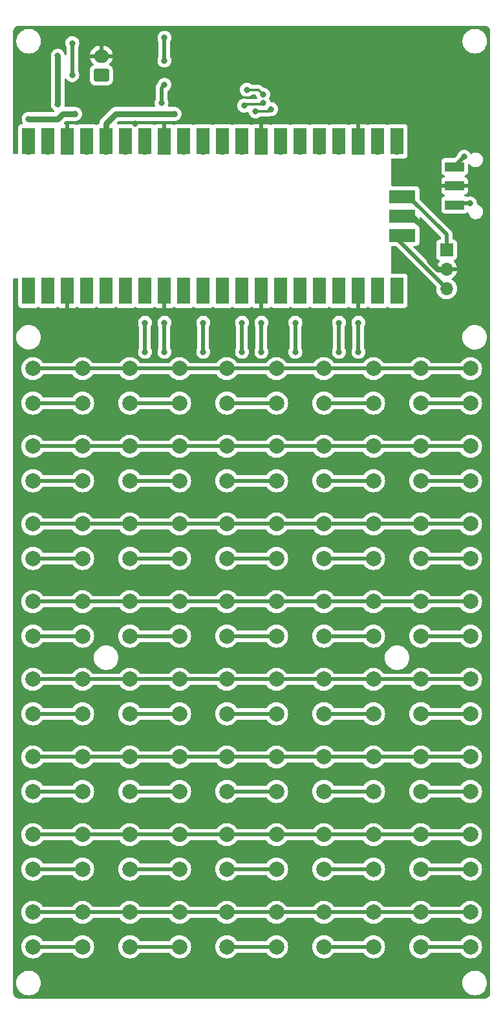
<source format=gbr>
%TF.GenerationSoftware,KiCad,Pcbnew,6.0.5+dfsg-1~bpo11+1*%
%TF.CreationDate,2022-10-03T08:51:32+13:00*%
%TF.ProjectId,ThinCalculator,5468696e-4361-46c6-9375-6c61746f722e,rev?*%
%TF.SameCoordinates,Original*%
%TF.FileFunction,Copper,L2,Bot*%
%TF.FilePolarity,Positive*%
%FSLAX46Y46*%
G04 Gerber Fmt 4.6, Leading zero omitted, Abs format (unit mm)*
G04 Created by KiCad (PCBNEW 6.0.5+dfsg-1~bpo11+1) date 2022-10-03 08:51:32*
%MOMM*%
%LPD*%
G01*
G04 APERTURE LIST*
G04 Aperture macros list*
%AMRoundRect*
0 Rectangle with rounded corners*
0 $1 Rounding radius*
0 $2 $3 $4 $5 $6 $7 $8 $9 X,Y pos of 4 corners*
0 Add a 4 corners polygon primitive as box body*
4,1,4,$2,$3,$4,$5,$6,$7,$8,$9,$2,$3,0*
0 Add four circle primitives for the rounded corners*
1,1,$1+$1,$2,$3*
1,1,$1+$1,$4,$5*
1,1,$1+$1,$6,$7*
1,1,$1+$1,$8,$9*
0 Add four rect primitives between the rounded corners*
20,1,$1+$1,$2,$3,$4,$5,0*
20,1,$1+$1,$4,$5,$6,$7,0*
20,1,$1+$1,$6,$7,$8,$9,0*
20,1,$1+$1,$8,$9,$2,$3,0*%
G04 Aperture macros list end*
%TA.AperFunction,ComponentPad*%
%ADD10O,2.000000X1.700000*%
%TD*%
%TA.AperFunction,ComponentPad*%
%ADD11RoundRect,0.250000X0.750000X-0.600000X0.750000X0.600000X-0.750000X0.600000X-0.750000X-0.600000X0*%
%TD*%
%TA.AperFunction,ComponentPad*%
%ADD12R,1.700000X1.700000*%
%TD*%
%TA.AperFunction,ComponentPad*%
%ADD13O,1.700000X1.700000*%
%TD*%
%TA.AperFunction,ComponentPad*%
%ADD14C,2.000000*%
%TD*%
%TA.AperFunction,SMDPad,CuDef*%
%ADD15R,1.700000X3.500000*%
%TD*%
%TA.AperFunction,SMDPad,CuDef*%
%ADD16R,3.500000X1.700000*%
%TD*%
%TA.AperFunction,SMDPad,CuDef*%
%ADD17R,2.500000X1.250000*%
%TD*%
%TA.AperFunction,ViaPad*%
%ADD18C,0.800000*%
%TD*%
%TA.AperFunction,Conductor*%
%ADD19C,0.800000*%
%TD*%
%TA.AperFunction,Conductor*%
%ADD20C,0.500000*%
%TD*%
%TA.AperFunction,Conductor*%
%ADD21C,0.300000*%
%TD*%
G04 APERTURE END LIST*
D10*
%TO.P,J2,2,Pin_2*%
%TO.N,GND*%
X110226974Y-39781974D03*
D11*
%TO.P,J2,1,Pin_1*%
%TO.N,VBAT*%
X110226974Y-42281974D03*
%TD*%
D12*
%TO.P,J1,1,Pin_1*%
%TO.N,Net-(J1-Pad1)*%
X155438974Y-65141974D03*
D13*
%TO.P,J1,2,Pin_2*%
%TO.N,GND*%
X155438974Y-67681974D03*
%TO.P,J1,3,Pin_3*%
%TO.N,Net-(J1-Pad3)*%
X155438974Y-70221974D03*
%TD*%
D14*
%TO.P,SW41,1,1*%
%TO.N,ROW8*%
X158561974Y-151791974D03*
X152061974Y-151791974D03*
%TO.P,SW41,2,2*%
%TO.N,Net-(R6-Pad2)*%
X158561974Y-156291974D03*
X152061974Y-156291974D03*
%TD*%
%TO.P,SW40,1,1*%
%TO.N,ROW7*%
X158561974Y-141631974D03*
X152061974Y-141631974D03*
%TO.P,SW40,2,2*%
%TO.N,Net-(R6-Pad2)*%
X158561974Y-146131974D03*
X152061974Y-146131974D03*
%TD*%
%TO.P,SW39,1,1*%
%TO.N,ROW6*%
X158561974Y-131471974D03*
X152061974Y-131471974D03*
%TO.P,SW39,2,2*%
%TO.N,Net-(R6-Pad2)*%
X158561974Y-135971974D03*
X152061974Y-135971974D03*
%TD*%
%TO.P,SW38,1,1*%
%TO.N,ROW5*%
X158561974Y-121311974D03*
X152061974Y-121311974D03*
%TO.P,SW38,2,2*%
%TO.N,Net-(R6-Pad2)*%
X158561974Y-125811974D03*
X152061974Y-125811974D03*
%TD*%
%TO.P,SW37,1,1*%
%TO.N,ROW4*%
X158561974Y-111151974D03*
X152061974Y-111151974D03*
%TO.P,SW37,2,2*%
%TO.N,Net-(R6-Pad2)*%
X158561974Y-115651974D03*
X152061974Y-115651974D03*
%TD*%
%TO.P,SW36,1,1*%
%TO.N,ROW3*%
X158561974Y-100991974D03*
X152061974Y-100991974D03*
%TO.P,SW36,2,2*%
%TO.N,Net-(R6-Pad2)*%
X158561974Y-105491974D03*
X152061974Y-105491974D03*
%TD*%
%TO.P,SW35,1,1*%
%TO.N,ROW2*%
X158561974Y-90831974D03*
X152061974Y-90831974D03*
%TO.P,SW35,2,2*%
%TO.N,Net-(R6-Pad2)*%
X158561974Y-95331974D03*
X152061974Y-95331974D03*
%TD*%
%TO.P,SW34,1,1*%
%TO.N,ROW1*%
X158561974Y-80671974D03*
X152061974Y-80671974D03*
%TO.P,SW34,2,2*%
%TO.N,Net-(R6-Pad2)*%
X158561974Y-85171974D03*
X152061974Y-85171974D03*
%TD*%
%TO.P,SW33,1,1*%
%TO.N,ROW8*%
X145861974Y-151791974D03*
X139361974Y-151791974D03*
%TO.P,SW33,2,2*%
%TO.N,Net-(R9-Pad2)*%
X145861974Y-156291974D03*
X139361974Y-156291974D03*
%TD*%
%TO.P,SW32,1,1*%
%TO.N,ROW7*%
X145861974Y-141631974D03*
X139361974Y-141631974D03*
%TO.P,SW32,2,2*%
%TO.N,Net-(R9-Pad2)*%
X145861974Y-146131974D03*
X139361974Y-146131974D03*
%TD*%
%TO.P,SW31,1,1*%
%TO.N,ROW6*%
X145861974Y-131471974D03*
X139361974Y-131471974D03*
%TO.P,SW31,2,2*%
%TO.N,Net-(R9-Pad2)*%
X145861974Y-135971974D03*
X139361974Y-135971974D03*
%TD*%
%TO.P,SW30,1,1*%
%TO.N,ROW5*%
X145861974Y-121311974D03*
X139361974Y-121311974D03*
%TO.P,SW30,2,2*%
%TO.N,Net-(R9-Pad2)*%
X145861974Y-125811974D03*
X139361974Y-125811974D03*
%TD*%
%TO.P,SW29,1,1*%
%TO.N,ROW4*%
X145861974Y-111151974D03*
X139361974Y-111151974D03*
%TO.P,SW29,2,2*%
%TO.N,Net-(R9-Pad2)*%
X145861974Y-115651974D03*
X139361974Y-115651974D03*
%TD*%
%TO.P,SW28,1,1*%
%TO.N,ROW3*%
X145861974Y-100991974D03*
X139361974Y-100991974D03*
%TO.P,SW28,2,2*%
%TO.N,Net-(R9-Pad2)*%
X145861974Y-105491974D03*
X139361974Y-105491974D03*
%TD*%
%TO.P,SW27,1,1*%
%TO.N,ROW2*%
X145861974Y-90831974D03*
X139361974Y-90831974D03*
%TO.P,SW27,2,2*%
%TO.N,Net-(R9-Pad2)*%
X145861974Y-95331974D03*
X139361974Y-95331974D03*
%TD*%
%TO.P,SW26,1,1*%
%TO.N,ROW1*%
X145861974Y-80671974D03*
X139361974Y-80671974D03*
%TO.P,SW26,2,2*%
%TO.N,Net-(R9-Pad2)*%
X145861974Y-85171974D03*
X139361974Y-85171974D03*
%TD*%
%TO.P,SW25,1,1*%
%TO.N,ROW8*%
X133161974Y-151791974D03*
X126661974Y-151791974D03*
%TO.P,SW25,2,2*%
%TO.N,Net-(R7-Pad2)*%
X133161974Y-156291974D03*
X126661974Y-156291974D03*
%TD*%
%TO.P,SW24,1,1*%
%TO.N,ROW7*%
X133161974Y-141631974D03*
X126661974Y-141631974D03*
%TO.P,SW24,2,2*%
%TO.N,Net-(R7-Pad2)*%
X133161974Y-146131974D03*
X126661974Y-146131974D03*
%TD*%
%TO.P,SW23,1,1*%
%TO.N,ROW6*%
X133161974Y-131471974D03*
X126661974Y-131471974D03*
%TO.P,SW23,2,2*%
%TO.N,Net-(R7-Pad2)*%
X133161974Y-135971974D03*
X126661974Y-135971974D03*
%TD*%
%TO.P,SW22,1,1*%
%TO.N,ROW5*%
X133161974Y-121311974D03*
X126661974Y-121311974D03*
%TO.P,SW22,2,2*%
%TO.N,Net-(R7-Pad2)*%
X133161974Y-125811974D03*
X126661974Y-125811974D03*
%TD*%
%TO.P,SW21,1,1*%
%TO.N,ROW4*%
X133161974Y-111151974D03*
X126661974Y-111151974D03*
%TO.P,SW21,2,2*%
%TO.N,Net-(R7-Pad2)*%
X133161974Y-115651974D03*
X126661974Y-115651974D03*
%TD*%
%TO.P,SW20,1,1*%
%TO.N,ROW3*%
X133161974Y-100991974D03*
X126661974Y-100991974D03*
%TO.P,SW20,2,2*%
%TO.N,Net-(R7-Pad2)*%
X133161974Y-105491974D03*
X126661974Y-105491974D03*
%TD*%
%TO.P,SW19,1,1*%
%TO.N,ROW2*%
X133161974Y-90831974D03*
X126661974Y-90831974D03*
%TO.P,SW19,2,2*%
%TO.N,Net-(R7-Pad2)*%
X133161974Y-95331974D03*
X126661974Y-95331974D03*
%TD*%
%TO.P,SW18,1,1*%
%TO.N,ROW1*%
X133161974Y-80671974D03*
X126661974Y-80671974D03*
%TO.P,SW18,2,2*%
%TO.N,Net-(R7-Pad2)*%
X133161974Y-85171974D03*
X126661974Y-85171974D03*
%TD*%
%TO.P,SW17,1,1*%
%TO.N,ROW8*%
X120461974Y-151791974D03*
X113961974Y-151791974D03*
%TO.P,SW17,2,2*%
%TO.N,Net-(R10-Pad2)*%
X120461974Y-156291974D03*
X113961974Y-156291974D03*
%TD*%
%TO.P,SW16,1,1*%
%TO.N,ROW7*%
X120461974Y-141631974D03*
X113961974Y-141631974D03*
%TO.P,SW16,2,2*%
%TO.N,Net-(R10-Pad2)*%
X120461974Y-146131974D03*
X113961974Y-146131974D03*
%TD*%
%TO.P,SW15,1,1*%
%TO.N,ROW6*%
X120461974Y-131471974D03*
X113961974Y-131471974D03*
%TO.P,SW15,2,2*%
%TO.N,Net-(R10-Pad2)*%
X120461974Y-135971974D03*
X113961974Y-135971974D03*
%TD*%
%TO.P,SW14,1,1*%
%TO.N,ROW5*%
X120461974Y-121311974D03*
X113961974Y-121311974D03*
%TO.P,SW14,2,2*%
%TO.N,Net-(R10-Pad2)*%
X120461974Y-125811974D03*
X113961974Y-125811974D03*
%TD*%
%TO.P,SW13,1,1*%
%TO.N,ROW4*%
X120461974Y-111151974D03*
X113961974Y-111151974D03*
%TO.P,SW13,2,2*%
%TO.N,Net-(R10-Pad2)*%
X120461974Y-115651974D03*
X113961974Y-115651974D03*
%TD*%
%TO.P,SW12,1,1*%
%TO.N,ROW3*%
X120461974Y-100991974D03*
X113961974Y-100991974D03*
%TO.P,SW12,2,2*%
%TO.N,Net-(R10-Pad2)*%
X120461974Y-105491974D03*
X113961974Y-105491974D03*
%TD*%
%TO.P,SW11,1,1*%
%TO.N,ROW2*%
X120461974Y-90831974D03*
X113961974Y-90831974D03*
%TO.P,SW11,2,2*%
%TO.N,Net-(R10-Pad2)*%
X120461974Y-95331974D03*
X113961974Y-95331974D03*
%TD*%
%TO.P,SW10,1,1*%
%TO.N,ROW1*%
X120461974Y-80671974D03*
X113961974Y-80671974D03*
%TO.P,SW10,2,2*%
%TO.N,Net-(R10-Pad2)*%
X120461974Y-85171974D03*
X113961974Y-85171974D03*
%TD*%
%TO.P,SW9,1,1*%
%TO.N,ROW8*%
X107761974Y-151791974D03*
X101261974Y-151791974D03*
%TO.P,SW9,2,2*%
%TO.N,Net-(R8-Pad2)*%
X107761974Y-156291974D03*
X101261974Y-156291974D03*
%TD*%
%TO.P,SW8,1,1*%
%TO.N,ROW7*%
X107761974Y-141631974D03*
X101261974Y-141631974D03*
%TO.P,SW8,2,2*%
%TO.N,Net-(R8-Pad2)*%
X107761974Y-146131974D03*
X101261974Y-146131974D03*
%TD*%
%TO.P,SW7,1,1*%
%TO.N,ROW6*%
X107761974Y-131471974D03*
X101261974Y-131471974D03*
%TO.P,SW7,2,2*%
%TO.N,Net-(R8-Pad2)*%
X107761974Y-135971974D03*
X101261974Y-135971974D03*
%TD*%
%TO.P,SW6,1,1*%
%TO.N,ROW5*%
X107761974Y-121311974D03*
X101261974Y-121311974D03*
%TO.P,SW6,2,2*%
%TO.N,Net-(R8-Pad2)*%
X107761974Y-125811974D03*
X101261974Y-125811974D03*
%TD*%
%TO.P,SW5,1,1*%
%TO.N,ROW4*%
X107761974Y-111151974D03*
X101261974Y-111151974D03*
%TO.P,SW5,2,2*%
%TO.N,Net-(R8-Pad2)*%
X107761974Y-115651974D03*
X101261974Y-115651974D03*
%TD*%
%TO.P,SW4,1,1*%
%TO.N,ROW3*%
X107761974Y-100991974D03*
X101261974Y-100991974D03*
%TO.P,SW4,2,2*%
%TO.N,Net-(R8-Pad2)*%
X107761974Y-105491974D03*
X101261974Y-105491974D03*
%TD*%
%TO.P,SW3,1,1*%
%TO.N,ROW2*%
X107761974Y-90831974D03*
X101261974Y-90831974D03*
%TO.P,SW3,2,2*%
%TO.N,Net-(R8-Pad2)*%
X107761974Y-95331974D03*
X101261974Y-95331974D03*
%TD*%
%TO.P,SW2,1,1*%
%TO.N,ROW1*%
X107761974Y-80671974D03*
X101261974Y-80671974D03*
%TO.P,SW2,2,2*%
%TO.N,Net-(R8-Pad2)*%
X107761974Y-85171974D03*
X101261974Y-85171974D03*
%TD*%
D15*
%TO.P,U2,1,GPIO0*%
%TO.N,COL1*%
X100701974Y-70486974D03*
D13*
X100701974Y-69586974D03*
D15*
%TO.P,U2,2,GPIO1*%
%TO.N,COL2*%
X103241974Y-70486974D03*
D13*
X103241974Y-69586974D03*
D12*
%TO.P,U2,3,GND*%
%TO.N,GND*%
X105781974Y-69586974D03*
D15*
X105781974Y-70486974D03*
%TO.P,U2,4,GPIO2*%
%TO.N,COL3*%
X108321974Y-70486974D03*
D13*
X108321974Y-69586974D03*
D15*
%TO.P,U2,5,GPIO3*%
%TO.N,COL4*%
X110861974Y-70486974D03*
D13*
X110861974Y-69586974D03*
%TO.P,U2,6,GPIO4*%
%TO.N,COL5*%
X113401974Y-69586974D03*
D15*
X113401974Y-70486974D03*
%TO.P,U2,7,GPIO5*%
%TO.N,ROW1*%
X115941974Y-70486974D03*
D13*
X115941974Y-69586974D03*
D15*
%TO.P,U2,8,GND*%
%TO.N,GND*%
X118481974Y-70486974D03*
D12*
X118481974Y-69586974D03*
D15*
%TO.P,U2,9,GPIO6*%
%TO.N,ROW2*%
X121021974Y-70486974D03*
D13*
X121021974Y-69586974D03*
%TO.P,U2,10,GPIO7*%
%TO.N,ROW3*%
X123561974Y-69586974D03*
D15*
X123561974Y-70486974D03*
%TO.P,U2,11,GPIO8*%
%TO.N,ROW4*%
X126101974Y-70486974D03*
D13*
X126101974Y-69586974D03*
D15*
%TO.P,U2,12,GPIO9*%
%TO.N,ROW5*%
X128641974Y-70486974D03*
D13*
X128641974Y-69586974D03*
D12*
%TO.P,U2,13,GND*%
%TO.N,GND*%
X131181974Y-69586974D03*
D15*
X131181974Y-70486974D03*
%TO.P,U2,14,GPIO10*%
%TO.N,ROW6*%
X133721974Y-70486974D03*
D13*
X133721974Y-69586974D03*
D15*
%TO.P,U2,15,GPIO11*%
%TO.N,ROW7*%
X136261974Y-70486974D03*
D13*
X136261974Y-69586974D03*
%TO.P,U2,16,GPIO12*%
%TO.N,ROW8*%
X138801974Y-69586974D03*
D15*
X138801974Y-70486974D03*
%TO.P,U2,17,GPIO13*%
%TO.N,unconnected-(U2-Pad17)*%
X141341974Y-70486974D03*
D13*
X141341974Y-69586974D03*
D12*
%TO.P,U2,18,GND*%
%TO.N,GND*%
X143881974Y-69586974D03*
D15*
X143881974Y-70486974D03*
D13*
%TO.P,U2,19,GPIO14*%
%TO.N,unconnected-(U2-Pad19)*%
X146421974Y-69586974D03*
D15*
X146421974Y-70486974D03*
D13*
%TO.P,U2,20,GPIO15*%
%TO.N,OLED_POWER_EN*%
X148961974Y-69586974D03*
D15*
X148961974Y-70486974D03*
D13*
%TO.P,U2,21,GPIO16*%
%TO.N,DC*%
X148961974Y-51806974D03*
D15*
X148961974Y-50928974D03*
%TO.P,U2,22,GPIO17*%
%TO.N,CS*%
X146421974Y-50928974D03*
D13*
X146421974Y-51806974D03*
D12*
%TO.P,U2,23,GND*%
%TO.N,GND*%
X143881974Y-51806974D03*
D15*
X143881974Y-50928974D03*
D13*
%TO.P,U2,24,GPIO18*%
%TO.N,SCK*%
X141341974Y-51806974D03*
D15*
X141341974Y-50928974D03*
%TO.P,U2,25,GPIO19*%
%TO.N,SDO*%
X138801974Y-50928974D03*
D13*
X138801974Y-51806974D03*
D15*
%TO.P,U2,26,GPIO20*%
%TO.N,RESET*%
X136261974Y-50928974D03*
D13*
X136261974Y-51806974D03*
%TO.P,U2,27,GPIO21*%
%TO.N,unconnected-(U2-Pad27)*%
X133721974Y-51806974D03*
D15*
X133721974Y-50928974D03*
%TO.P,U2,28,GND*%
%TO.N,GND*%
X131181974Y-50928974D03*
D12*
X131181974Y-51806974D03*
D13*
%TO.P,U2,29,GPIO22*%
%TO.N,BAT_STAT*%
X128641974Y-51806974D03*
D15*
X128641974Y-50928974D03*
D13*
%TO.P,U2,30,RUN*%
%TO.N,unconnected-(U2-Pad30)*%
X126101974Y-51806974D03*
D15*
X126101974Y-50928974D03*
%TO.P,U2,31,GPIO26_ADC0*%
%TO.N,unconnected-(U2-Pad31)*%
X123561974Y-50928974D03*
D13*
X123561974Y-51806974D03*
D15*
%TO.P,U2,32,GPIO27_ADC1*%
%TO.N,unconnected-(U2-Pad32)*%
X121021974Y-50928974D03*
D13*
X121021974Y-51806974D03*
D15*
%TO.P,U2,33,AGND*%
%TO.N,GND*%
X118481974Y-50928974D03*
D12*
X118481974Y-51806974D03*
D15*
%TO.P,U2,34,GPIO28_ADC2*%
%TO.N,unconnected-(U2-Pad34)*%
X115941974Y-50928974D03*
D13*
X115941974Y-51806974D03*
%TO.P,U2,35,ADC_VREF*%
%TO.N,unconnected-(U2-Pad35)*%
X113401974Y-51806974D03*
D15*
X113401974Y-50928974D03*
%TO.P,U2,36,3V3*%
%TO.N,+3V3*%
X110861974Y-50928974D03*
D13*
X110861974Y-51806974D03*
%TO.P,U2,37,3V3_EN*%
%TO.N,~{POWER_EN}*%
X108321974Y-51806974D03*
D15*
X108321974Y-50928974D03*
%TO.P,U2,38,GND*%
%TO.N,GND*%
X105781974Y-50928974D03*
D12*
X105781974Y-51806974D03*
D15*
%TO.P,U2,39,VSYS*%
%TO.N,VSYS*%
X103241974Y-50928974D03*
D13*
X103241974Y-51806974D03*
%TO.P,U2,40,VBUS*%
%TO.N,VBUS*%
X100701974Y-51806974D03*
D15*
X100701974Y-50928974D03*
D13*
%TO.P,U2,41,SWCLK*%
%TO.N,Net-(J1-Pad3)*%
X148731974Y-63236974D03*
D16*
X149631974Y-63236974D03*
%TO.P,U2,42,GND*%
%TO.N,GND*%
X149631974Y-60696974D03*
D12*
X148731974Y-60696974D03*
D13*
%TO.P,U2,43,SWDIO*%
%TO.N,Net-(J1-Pad1)*%
X148731974Y-58156974D03*
D16*
X149631974Y-58156974D03*
%TD*%
D17*
%TO.P,SW1,1,A*%
%TO.N,Net-(Q1-Pad1)*%
X156498974Y-54259974D03*
%TO.P,SW1,2,B*%
%TO.N,GND*%
X156498974Y-56759974D03*
%TO.P,SW1,3,C*%
%TO.N,~{POWER_EN}*%
X156498974Y-59259974D03*
%TD*%
D18*
%TO.N,Net-(Q1-Pad1)*%
X157724974Y-52949974D03*
%TO.N,~{POWER_EN}*%
X158486974Y-59045974D03*
%TO.N,GND*%
X151607474Y-43276474D03*
X147905474Y-45497474D03*
X152644974Y-48885974D03*
X151607474Y-53330974D03*
%TO.N,~{POWER_EN}*%
X118481974Y-37407954D03*
X118481974Y-40376974D03*
X118481974Y-43551974D03*
%TO.N,Net-(Q1-Pad1)*%
X106416974Y-38107474D03*
%TO.N,ROW1*%
X115941974Y-74666974D03*
X115941974Y-78476974D03*
%TO.N,ROW2*%
X118481974Y-78476974D03*
X118481974Y-74666974D03*
%TO.N,ROW3*%
X123561974Y-78476974D03*
X123561974Y-74666974D03*
%TO.N,ROW4*%
X128641974Y-78476974D03*
X128641974Y-74666974D03*
%TO.N,ROW5*%
X131181974Y-78476974D03*
X131181974Y-74666974D03*
%TO.N,ROW6*%
X135626974Y-78476974D03*
X135626974Y-74666974D03*
%TO.N,ROW7*%
X141341974Y-74666974D03*
X141341974Y-78476974D03*
%TO.N,ROW8*%
X143881974Y-78476974D03*
X143881974Y-74666974D03*
%TO.N,Net-(Q1-Pad1)*%
X106416974Y-42281974D03*
%TO.N,VBUS*%
X106781474Y-47361974D03*
X100701974Y-47996974D03*
%TO.N,GND*%
X123561974Y-41011974D03*
X124831974Y-41011974D03*
X144516974Y-46726974D03*
X136261974Y-42281974D03*
X133086974Y-41011974D03*
X131816974Y-41011974D03*
X108956974Y-46726974D03*
X129276974Y-41011974D03*
X143246974Y-41646974D03*
X114671974Y-48631974D03*
X143246974Y-44186974D03*
X126736974Y-41011974D03*
X114671974Y-44186974D03*
%TO.N,+3V3*%
X119801298Y-47361974D03*
%TO.N,VSYS*%
X104511974Y-39741974D03*
X104511974Y-46091974D03*
%TO.N,~{POWER_EN}*%
X118102287Y-45926787D03*
%TO.N,DC*%
X131411474Y-44821974D03*
X129280818Y-44186974D03*
%TO.N,CS*%
X131411474Y-45879497D03*
X128912954Y-46268737D03*
%TO.N,SCK*%
X132451974Y-46726974D03*
X130416984Y-47021938D03*
%TD*%
D19*
%TO.N,+3V3*%
X119801298Y-47361974D02*
X112131974Y-47361974D01*
X112131974Y-47361974D02*
X110861974Y-48631974D01*
X110861974Y-48631974D02*
X110861974Y-51806974D01*
D20*
%TO.N,~{POWER_EN}*%
X118481974Y-40376974D02*
X118481974Y-37407954D01*
%TO.N,Net-(Q1-Pad1)*%
X106416974Y-38107474D02*
X106416974Y-42281974D01*
D19*
%TO.N,GND*%
X154236893Y-67681974D02*
X153152974Y-66598055D01*
X155438974Y-67681974D02*
X154236893Y-67681974D01*
X153152974Y-62958952D02*
X150890996Y-60696974D01*
X153152974Y-66598055D02*
X153152974Y-62958952D01*
D20*
%TO.N,Net-(J1-Pad1)*%
X150485974Y-58156974D02*
X155438974Y-63109974D01*
X155438974Y-63109974D02*
X155438974Y-65141974D01*
%TO.N,Net-(J1-Pad3)*%
X148731974Y-63514974D02*
X155438974Y-70221974D01*
%TO.N,Net-(Q1-Pad1)*%
X156498974Y-54175974D02*
X157724974Y-52949974D01*
%TO.N,~{POWER_EN}*%
X158486974Y-59045974D02*
X156712974Y-59045974D01*
X118102287Y-45926787D02*
X118102287Y-43931661D01*
X118102287Y-43931661D02*
X118481974Y-43551974D01*
%TO.N,ROW1*%
X101261974Y-80671974D02*
X158561974Y-80671974D01*
X115941974Y-78476974D02*
X115941974Y-74666974D01*
%TO.N,ROW2*%
X101261974Y-90831974D02*
X158561974Y-90831974D01*
X118481974Y-74666974D02*
X118481974Y-78476974D01*
%TO.N,ROW3*%
X101261974Y-100991974D02*
X158561974Y-100991974D01*
X123561974Y-74666974D02*
X123561974Y-78476974D01*
%TO.N,ROW4*%
X101261974Y-111151974D02*
X158561974Y-111151974D01*
X128641974Y-74666974D02*
X128641974Y-78476974D01*
%TO.N,ROW5*%
X101261974Y-121311974D02*
X158561974Y-121311974D01*
X131181974Y-74666974D02*
X131181974Y-78476974D01*
%TO.N,ROW6*%
X101261974Y-131471974D02*
X158561974Y-131471974D01*
X135626974Y-74666974D02*
X135626974Y-78476974D01*
%TO.N,ROW7*%
X101261974Y-141631974D02*
X158561974Y-141631974D01*
X141341974Y-74666974D02*
X141341974Y-78476974D01*
%TO.N,ROW8*%
X101261974Y-151791974D02*
X158561974Y-151791974D01*
X143881974Y-74666974D02*
X143881974Y-78476974D01*
D19*
%TO.N,VBUS*%
X100701974Y-47996974D02*
X104511974Y-47996974D01*
X105146974Y-47361974D02*
X104511974Y-47996974D01*
X106781474Y-47361974D02*
X105146974Y-47361974D01*
D20*
%TO.N,Net-(R6-Pad2)*%
X158561974Y-85171974D02*
X152061974Y-85171974D01*
X152061974Y-105491974D02*
X158561974Y-105491974D01*
X152061974Y-125811974D02*
X158561974Y-125811974D01*
X152061974Y-95331974D02*
X158561974Y-95331974D01*
X158561974Y-115651974D02*
X152061974Y-115651974D01*
X158561974Y-135971974D02*
X152061974Y-135971974D01*
X158561974Y-156291974D02*
X152061974Y-156291974D01*
X152061974Y-146131974D02*
X158561974Y-146131974D01*
D19*
%TO.N,VSYS*%
X104511974Y-39741974D02*
X104511974Y-46091974D01*
D20*
%TO.N,Net-(R7-Pad2)*%
X126661974Y-95331974D02*
X133161974Y-95331974D01*
X126661974Y-146131974D02*
X133161974Y-146131974D01*
X126661974Y-85171974D02*
X133161974Y-85171974D01*
X133161974Y-156291974D02*
X126661974Y-156291974D01*
X133161974Y-115651974D02*
X126661974Y-115651974D01*
X126661974Y-105491974D02*
X133161974Y-105491974D01*
X133161974Y-135971974D02*
X126661974Y-135971974D01*
X126661974Y-125811974D02*
X133161974Y-125811974D01*
%TO.N,Net-(R8-Pad2)*%
X101261974Y-146131974D02*
X107761974Y-146131974D01*
X107761974Y-156291974D02*
X101261974Y-156291974D01*
X101261974Y-85171974D02*
X107761974Y-85171974D01*
X107761974Y-135971974D02*
X101261974Y-135971974D01*
X101261974Y-125811974D02*
X107761974Y-125811974D01*
X101261974Y-95331974D02*
X107761974Y-95331974D01*
X101261974Y-105491974D02*
X107761974Y-105491974D01*
X107761974Y-115651974D02*
X101261974Y-115651974D01*
%TO.N,Net-(R9-Pad2)*%
X139361974Y-95331974D02*
X145861974Y-95331974D01*
X145861974Y-115651974D02*
X139361974Y-115651974D01*
X139361974Y-146131974D02*
X145861974Y-146131974D01*
X139361974Y-105491974D02*
X145861974Y-105491974D01*
X145861974Y-135971974D02*
X139361974Y-135971974D01*
X145861974Y-156291974D02*
X139361974Y-156291974D01*
X139361974Y-125811974D02*
X145861974Y-125811974D01*
X139361974Y-85171974D02*
X145861974Y-85171974D01*
%TO.N,Net-(R10-Pad2)*%
X120461974Y-135971974D02*
X113961974Y-135971974D01*
X113961974Y-125811974D02*
X120461974Y-125811974D01*
X120461974Y-115651974D02*
X113961974Y-115651974D01*
X113961974Y-105491974D02*
X120461974Y-105491974D01*
X120461974Y-156291974D02*
X113961974Y-156291974D01*
X113961974Y-95331974D02*
X120461974Y-95331974D01*
X113961974Y-146131974D02*
X120461974Y-146131974D01*
X113961974Y-85171974D02*
X120461974Y-85171974D01*
D21*
%TO.N,DC*%
X129280818Y-44186974D02*
X130776474Y-44186974D01*
X130776474Y-44186974D02*
X131411474Y-44821974D01*
%TO.N,CS*%
X128912954Y-46268737D02*
X129089717Y-46091974D01*
X131198997Y-46091974D02*
X131411474Y-45879497D01*
X129089717Y-46091974D02*
X131198997Y-46091974D01*
%TO.N,SCK*%
X132451974Y-46726974D02*
X132157010Y-47021938D01*
X132157010Y-47021938D02*
X130416984Y-47021938D01*
%TD*%
%TA.AperFunction,Conductor*%
%TO.N,GND*%
G36*
X160362001Y-35806974D02*
G01*
X160385709Y-35810665D01*
X160394609Y-35809501D01*
X160394617Y-35809501D01*
X160396731Y-35809224D01*
X160425416Y-35808766D01*
X160528202Y-35818887D01*
X160552429Y-35823706D01*
X160671534Y-35859834D01*
X160694354Y-35869286D01*
X160804125Y-35927957D01*
X160824662Y-35941679D01*
X160920872Y-36020633D01*
X160938338Y-36038098D01*
X161017305Y-36134315D01*
X161031027Y-36154850D01*
X161089704Y-36264621D01*
X161099153Y-36287432D01*
X161135288Y-36406544D01*
X161140107Y-36430770D01*
X161149546Y-36526592D01*
X161149090Y-36542856D01*
X161149773Y-36542864D01*
X161149664Y-36551839D01*
X161148283Y-36560709D01*
X161149447Y-36569609D01*
X161149447Y-36569611D01*
X161152410Y-36592265D01*
X161153474Y-36608605D01*
X161153474Y-162247618D01*
X161151974Y-162267001D01*
X161148283Y-162290709D01*
X161149448Y-162299614D01*
X161149724Y-162301728D01*
X161150182Y-162330416D01*
X161140061Y-162433196D01*
X161135242Y-162457423D01*
X161099115Y-162576520D01*
X161089663Y-162599340D01*
X161030994Y-162709105D01*
X161017270Y-162729644D01*
X160938315Y-162825850D01*
X160920850Y-162843315D01*
X160824644Y-162922270D01*
X160804105Y-162935994D01*
X160694340Y-162994663D01*
X160671520Y-163004115D01*
X160552422Y-163040242D01*
X160528194Y-163045061D01*
X160432172Y-163054516D01*
X160416114Y-163054064D01*
X160416105Y-163054774D01*
X160407132Y-163054664D01*
X160398261Y-163053283D01*
X160383752Y-163055180D01*
X160366686Y-163057411D01*
X160350352Y-163058474D01*
X99481344Y-163058474D01*
X99461956Y-163056973D01*
X99447136Y-163054665D01*
X99447135Y-163054665D01*
X99438261Y-163053283D01*
X99429358Y-163054447D01*
X99429353Y-163054447D01*
X99427234Y-163054724D01*
X99398550Y-163055180D01*
X99347364Y-163050138D01*
X99295778Y-163045056D01*
X99271559Y-163040238D01*
X99184295Y-163013765D01*
X99152456Y-163004106D01*
X99129637Y-162994653D01*
X99019879Y-162935984D01*
X98999341Y-162922260D01*
X98903140Y-162843306D01*
X98885675Y-162825841D01*
X98863904Y-162799312D01*
X98806717Y-162729627D01*
X98793002Y-162709099D01*
X98734332Y-162599330D01*
X98724882Y-162576514D01*
X98688757Y-162457419D01*
X98683938Y-162433193D01*
X98674463Y-162336971D01*
X98674910Y-162321116D01*
X98674173Y-162321107D01*
X98674283Y-162312134D01*
X98675665Y-162303261D01*
X98671537Y-162271686D01*
X98670474Y-162255352D01*
X98670474Y-161026974D01*
X99088500Y-161026974D01*
X99108365Y-161279377D01*
X99167469Y-161525565D01*
X99264358Y-161759476D01*
X99396646Y-161975350D01*
X99561076Y-162167872D01*
X99753598Y-162332302D01*
X99969472Y-162464590D01*
X99974042Y-162466483D01*
X99974046Y-162466485D01*
X100177408Y-162550720D01*
X100203383Y-162561479D01*
X100266009Y-162576514D01*
X100444758Y-162619428D01*
X100444764Y-162619429D01*
X100449571Y-162620583D01*
X100549390Y-162628439D01*
X100636319Y-162635281D01*
X100636326Y-162635281D01*
X100638775Y-162635474D01*
X100765173Y-162635474D01*
X100767622Y-162635281D01*
X100767629Y-162635281D01*
X100854558Y-162628439D01*
X100954377Y-162620583D01*
X100959184Y-162619429D01*
X100959190Y-162619428D01*
X101137939Y-162576514D01*
X101200565Y-162561479D01*
X101226540Y-162550720D01*
X101429902Y-162466485D01*
X101429906Y-162466483D01*
X101434476Y-162464590D01*
X101650350Y-162332302D01*
X101842872Y-162167872D01*
X102007302Y-161975350D01*
X102139590Y-161759476D01*
X102236479Y-161525565D01*
X102295583Y-161279377D01*
X102315448Y-161026974D01*
X157508500Y-161026974D01*
X157528365Y-161279377D01*
X157587469Y-161525565D01*
X157684358Y-161759476D01*
X157816646Y-161975350D01*
X157981076Y-162167872D01*
X158173598Y-162332302D01*
X158389472Y-162464590D01*
X158394042Y-162466483D01*
X158394046Y-162466485D01*
X158597408Y-162550720D01*
X158623383Y-162561479D01*
X158686009Y-162576514D01*
X158864758Y-162619428D01*
X158864764Y-162619429D01*
X158869571Y-162620583D01*
X158969390Y-162628439D01*
X159056319Y-162635281D01*
X159056326Y-162635281D01*
X159058775Y-162635474D01*
X159185173Y-162635474D01*
X159187622Y-162635281D01*
X159187629Y-162635281D01*
X159274558Y-162628439D01*
X159374377Y-162620583D01*
X159379184Y-162619429D01*
X159379190Y-162619428D01*
X159557939Y-162576514D01*
X159620565Y-162561479D01*
X159646540Y-162550720D01*
X159849902Y-162466485D01*
X159849906Y-162466483D01*
X159854476Y-162464590D01*
X160070350Y-162332302D01*
X160262872Y-162167872D01*
X160427302Y-161975350D01*
X160559590Y-161759476D01*
X160656479Y-161525565D01*
X160715583Y-161279377D01*
X160735448Y-161026974D01*
X160715583Y-160774571D01*
X160656479Y-160528383D01*
X160559590Y-160294472D01*
X160427302Y-160078598D01*
X160262872Y-159886076D01*
X160070350Y-159721646D01*
X159854476Y-159589358D01*
X159849906Y-159587465D01*
X159849902Y-159587463D01*
X159625138Y-159494363D01*
X159625136Y-159494362D01*
X159620565Y-159492469D01*
X159535942Y-159472153D01*
X159379190Y-159434520D01*
X159379184Y-159434519D01*
X159374377Y-159433365D01*
X159274558Y-159425509D01*
X159187629Y-159418667D01*
X159187622Y-159418667D01*
X159185173Y-159418474D01*
X159058775Y-159418474D01*
X159056326Y-159418667D01*
X159056319Y-159418667D01*
X158969390Y-159425509D01*
X158869571Y-159433365D01*
X158864764Y-159434519D01*
X158864758Y-159434520D01*
X158708006Y-159472153D01*
X158623383Y-159492469D01*
X158618812Y-159494362D01*
X158618810Y-159494363D01*
X158394046Y-159587463D01*
X158394042Y-159587465D01*
X158389472Y-159589358D01*
X158173598Y-159721646D01*
X157981076Y-159886076D01*
X157816646Y-160078598D01*
X157684358Y-160294472D01*
X157587469Y-160528383D01*
X157528365Y-160774571D01*
X157508500Y-161026974D01*
X102315448Y-161026974D01*
X102295583Y-160774571D01*
X102236479Y-160528383D01*
X102139590Y-160294472D01*
X102007302Y-160078598D01*
X101842872Y-159886076D01*
X101650350Y-159721646D01*
X101434476Y-159589358D01*
X101429906Y-159587465D01*
X101429902Y-159587463D01*
X101205138Y-159494363D01*
X101205136Y-159494362D01*
X101200565Y-159492469D01*
X101115942Y-159472153D01*
X100959190Y-159434520D01*
X100959184Y-159434519D01*
X100954377Y-159433365D01*
X100854558Y-159425509D01*
X100767629Y-159418667D01*
X100767622Y-159418667D01*
X100765173Y-159418474D01*
X100638775Y-159418474D01*
X100636326Y-159418667D01*
X100636319Y-159418667D01*
X100549390Y-159425509D01*
X100449571Y-159433365D01*
X100444764Y-159434519D01*
X100444758Y-159434520D01*
X100288006Y-159472153D01*
X100203383Y-159492469D01*
X100198812Y-159494362D01*
X100198810Y-159494363D01*
X99974046Y-159587463D01*
X99974042Y-159587465D01*
X99969472Y-159589358D01*
X99753598Y-159721646D01*
X99561076Y-159886076D01*
X99396646Y-160078598D01*
X99264358Y-160294472D01*
X99167469Y-160528383D01*
X99108365Y-160774571D01*
X99088500Y-161026974D01*
X98670474Y-161026974D01*
X98670474Y-156291974D01*
X99748809Y-156291974D01*
X99767439Y-156528685D01*
X99822869Y-156759568D01*
X99913734Y-156978937D01*
X99916320Y-156983157D01*
X100035215Y-157177176D01*
X100035219Y-157177182D01*
X100037798Y-157181390D01*
X100192005Y-157361943D01*
X100372558Y-157516150D01*
X100376766Y-157518729D01*
X100376772Y-157518733D01*
X100570791Y-157637628D01*
X100575011Y-157640214D01*
X100579581Y-157642107D01*
X100579585Y-157642109D01*
X100789807Y-157729185D01*
X100794380Y-157731079D01*
X100874583Y-157750334D01*
X101020450Y-157785354D01*
X101020456Y-157785355D01*
X101025263Y-157786509D01*
X101261974Y-157805139D01*
X101498685Y-157786509D01*
X101503492Y-157785355D01*
X101503498Y-157785354D01*
X101649365Y-157750334D01*
X101729568Y-157731079D01*
X101734141Y-157729185D01*
X101944363Y-157642109D01*
X101944367Y-157642107D01*
X101948937Y-157640214D01*
X101953157Y-157637628D01*
X102147176Y-157518733D01*
X102147182Y-157518729D01*
X102151390Y-157516150D01*
X102331943Y-157361943D01*
X102486150Y-157181390D01*
X102529507Y-157110638D01*
X102582155Y-157063007D01*
X102636939Y-157050474D01*
X106387009Y-157050474D01*
X106455130Y-157070476D01*
X106494440Y-157110637D01*
X106537798Y-157181390D01*
X106692005Y-157361943D01*
X106872558Y-157516150D01*
X106876766Y-157518729D01*
X106876772Y-157518733D01*
X107070791Y-157637628D01*
X107075011Y-157640214D01*
X107079581Y-157642107D01*
X107079585Y-157642109D01*
X107289807Y-157729185D01*
X107294380Y-157731079D01*
X107374583Y-157750334D01*
X107520450Y-157785354D01*
X107520456Y-157785355D01*
X107525263Y-157786509D01*
X107761974Y-157805139D01*
X107998685Y-157786509D01*
X108003492Y-157785355D01*
X108003498Y-157785354D01*
X108149365Y-157750334D01*
X108229568Y-157731079D01*
X108234141Y-157729185D01*
X108444363Y-157642109D01*
X108444367Y-157642107D01*
X108448937Y-157640214D01*
X108453157Y-157637628D01*
X108647176Y-157518733D01*
X108647182Y-157518729D01*
X108651390Y-157516150D01*
X108831943Y-157361943D01*
X108986150Y-157181390D01*
X108988729Y-157177182D01*
X108988733Y-157177176D01*
X109107628Y-156983157D01*
X109110214Y-156978937D01*
X109201079Y-156759568D01*
X109256509Y-156528685D01*
X109275139Y-156291974D01*
X112448809Y-156291974D01*
X112467439Y-156528685D01*
X112522869Y-156759568D01*
X112613734Y-156978937D01*
X112616320Y-156983157D01*
X112735215Y-157177176D01*
X112735219Y-157177182D01*
X112737798Y-157181390D01*
X112892005Y-157361943D01*
X113072558Y-157516150D01*
X113076766Y-157518729D01*
X113076772Y-157518733D01*
X113270791Y-157637628D01*
X113275011Y-157640214D01*
X113279581Y-157642107D01*
X113279585Y-157642109D01*
X113489807Y-157729185D01*
X113494380Y-157731079D01*
X113574583Y-157750334D01*
X113720450Y-157785354D01*
X113720456Y-157785355D01*
X113725263Y-157786509D01*
X113961974Y-157805139D01*
X114198685Y-157786509D01*
X114203492Y-157785355D01*
X114203498Y-157785354D01*
X114349365Y-157750334D01*
X114429568Y-157731079D01*
X114434141Y-157729185D01*
X114644363Y-157642109D01*
X114644367Y-157642107D01*
X114648937Y-157640214D01*
X114653157Y-157637628D01*
X114847176Y-157518733D01*
X114847182Y-157518729D01*
X114851390Y-157516150D01*
X115031943Y-157361943D01*
X115186150Y-157181390D01*
X115229507Y-157110638D01*
X115282155Y-157063007D01*
X115336939Y-157050474D01*
X119087009Y-157050474D01*
X119155130Y-157070476D01*
X119194440Y-157110637D01*
X119237798Y-157181390D01*
X119392005Y-157361943D01*
X119572558Y-157516150D01*
X119576766Y-157518729D01*
X119576772Y-157518733D01*
X119770791Y-157637628D01*
X119775011Y-157640214D01*
X119779581Y-157642107D01*
X119779585Y-157642109D01*
X119989807Y-157729185D01*
X119994380Y-157731079D01*
X120074583Y-157750334D01*
X120220450Y-157785354D01*
X120220456Y-157785355D01*
X120225263Y-157786509D01*
X120461974Y-157805139D01*
X120698685Y-157786509D01*
X120703492Y-157785355D01*
X120703498Y-157785354D01*
X120849365Y-157750334D01*
X120929568Y-157731079D01*
X120934141Y-157729185D01*
X121144363Y-157642109D01*
X121144367Y-157642107D01*
X121148937Y-157640214D01*
X121153157Y-157637628D01*
X121347176Y-157518733D01*
X121347182Y-157518729D01*
X121351390Y-157516150D01*
X121531943Y-157361943D01*
X121686150Y-157181390D01*
X121688729Y-157177182D01*
X121688733Y-157177176D01*
X121807628Y-156983157D01*
X121810214Y-156978937D01*
X121901079Y-156759568D01*
X121956509Y-156528685D01*
X121975139Y-156291974D01*
X125148809Y-156291974D01*
X125167439Y-156528685D01*
X125222869Y-156759568D01*
X125313734Y-156978937D01*
X125316320Y-156983157D01*
X125435215Y-157177176D01*
X125435219Y-157177182D01*
X125437798Y-157181390D01*
X125592005Y-157361943D01*
X125772558Y-157516150D01*
X125776766Y-157518729D01*
X125776772Y-157518733D01*
X125970791Y-157637628D01*
X125975011Y-157640214D01*
X125979581Y-157642107D01*
X125979585Y-157642109D01*
X126189807Y-157729185D01*
X126194380Y-157731079D01*
X126274583Y-157750334D01*
X126420450Y-157785354D01*
X126420456Y-157785355D01*
X126425263Y-157786509D01*
X126661974Y-157805139D01*
X126898685Y-157786509D01*
X126903492Y-157785355D01*
X126903498Y-157785354D01*
X127049365Y-157750334D01*
X127129568Y-157731079D01*
X127134141Y-157729185D01*
X127344363Y-157642109D01*
X127344367Y-157642107D01*
X127348937Y-157640214D01*
X127353157Y-157637628D01*
X127547176Y-157518733D01*
X127547182Y-157518729D01*
X127551390Y-157516150D01*
X127731943Y-157361943D01*
X127886150Y-157181390D01*
X127929507Y-157110638D01*
X127982155Y-157063007D01*
X128036939Y-157050474D01*
X131787009Y-157050474D01*
X131855130Y-157070476D01*
X131894440Y-157110637D01*
X131937798Y-157181390D01*
X132092005Y-157361943D01*
X132272558Y-157516150D01*
X132276766Y-157518729D01*
X132276772Y-157518733D01*
X132470791Y-157637628D01*
X132475011Y-157640214D01*
X132479581Y-157642107D01*
X132479585Y-157642109D01*
X132689807Y-157729185D01*
X132694380Y-157731079D01*
X132774583Y-157750334D01*
X132920450Y-157785354D01*
X132920456Y-157785355D01*
X132925263Y-157786509D01*
X133161974Y-157805139D01*
X133398685Y-157786509D01*
X133403492Y-157785355D01*
X133403498Y-157785354D01*
X133549365Y-157750334D01*
X133629568Y-157731079D01*
X133634141Y-157729185D01*
X133844363Y-157642109D01*
X133844367Y-157642107D01*
X133848937Y-157640214D01*
X133853157Y-157637628D01*
X134047176Y-157518733D01*
X134047182Y-157518729D01*
X134051390Y-157516150D01*
X134231943Y-157361943D01*
X134386150Y-157181390D01*
X134388729Y-157177182D01*
X134388733Y-157177176D01*
X134507628Y-156983157D01*
X134510214Y-156978937D01*
X134601079Y-156759568D01*
X134656509Y-156528685D01*
X134675139Y-156291974D01*
X137848809Y-156291974D01*
X137867439Y-156528685D01*
X137922869Y-156759568D01*
X138013734Y-156978937D01*
X138016320Y-156983157D01*
X138135215Y-157177176D01*
X138135219Y-157177182D01*
X138137798Y-157181390D01*
X138292005Y-157361943D01*
X138472558Y-157516150D01*
X138476766Y-157518729D01*
X138476772Y-157518733D01*
X138670791Y-157637628D01*
X138675011Y-157640214D01*
X138679581Y-157642107D01*
X138679585Y-157642109D01*
X138889807Y-157729185D01*
X138894380Y-157731079D01*
X138974583Y-157750334D01*
X139120450Y-157785354D01*
X139120456Y-157785355D01*
X139125263Y-157786509D01*
X139361974Y-157805139D01*
X139598685Y-157786509D01*
X139603492Y-157785355D01*
X139603498Y-157785354D01*
X139749365Y-157750334D01*
X139829568Y-157731079D01*
X139834141Y-157729185D01*
X140044363Y-157642109D01*
X140044367Y-157642107D01*
X140048937Y-157640214D01*
X140053157Y-157637628D01*
X140247176Y-157518733D01*
X140247182Y-157518729D01*
X140251390Y-157516150D01*
X140431943Y-157361943D01*
X140586150Y-157181390D01*
X140629507Y-157110638D01*
X140682155Y-157063007D01*
X140736939Y-157050474D01*
X144487009Y-157050474D01*
X144555130Y-157070476D01*
X144594440Y-157110637D01*
X144637798Y-157181390D01*
X144792005Y-157361943D01*
X144972558Y-157516150D01*
X144976766Y-157518729D01*
X144976772Y-157518733D01*
X145170791Y-157637628D01*
X145175011Y-157640214D01*
X145179581Y-157642107D01*
X145179585Y-157642109D01*
X145389807Y-157729185D01*
X145394380Y-157731079D01*
X145474583Y-157750334D01*
X145620450Y-157785354D01*
X145620456Y-157785355D01*
X145625263Y-157786509D01*
X145861974Y-157805139D01*
X146098685Y-157786509D01*
X146103492Y-157785355D01*
X146103498Y-157785354D01*
X146249365Y-157750334D01*
X146329568Y-157731079D01*
X146334141Y-157729185D01*
X146544363Y-157642109D01*
X146544367Y-157642107D01*
X146548937Y-157640214D01*
X146553157Y-157637628D01*
X146747176Y-157518733D01*
X146747182Y-157518729D01*
X146751390Y-157516150D01*
X146931943Y-157361943D01*
X147086150Y-157181390D01*
X147088729Y-157177182D01*
X147088733Y-157177176D01*
X147207628Y-156983157D01*
X147210214Y-156978937D01*
X147301079Y-156759568D01*
X147356509Y-156528685D01*
X147375139Y-156291974D01*
X150548809Y-156291974D01*
X150567439Y-156528685D01*
X150622869Y-156759568D01*
X150713734Y-156978937D01*
X150716320Y-156983157D01*
X150835215Y-157177176D01*
X150835219Y-157177182D01*
X150837798Y-157181390D01*
X150992005Y-157361943D01*
X151172558Y-157516150D01*
X151176766Y-157518729D01*
X151176772Y-157518733D01*
X151370791Y-157637628D01*
X151375011Y-157640214D01*
X151379581Y-157642107D01*
X151379585Y-157642109D01*
X151589807Y-157729185D01*
X151594380Y-157731079D01*
X151674583Y-157750334D01*
X151820450Y-157785354D01*
X151820456Y-157785355D01*
X151825263Y-157786509D01*
X152061974Y-157805139D01*
X152298685Y-157786509D01*
X152303492Y-157785355D01*
X152303498Y-157785354D01*
X152449365Y-157750334D01*
X152529568Y-157731079D01*
X152534141Y-157729185D01*
X152744363Y-157642109D01*
X152744367Y-157642107D01*
X152748937Y-157640214D01*
X152753157Y-157637628D01*
X152947176Y-157518733D01*
X152947182Y-157518729D01*
X152951390Y-157516150D01*
X153131943Y-157361943D01*
X153286150Y-157181390D01*
X153329507Y-157110638D01*
X153382155Y-157063007D01*
X153436939Y-157050474D01*
X157187009Y-157050474D01*
X157255130Y-157070476D01*
X157294440Y-157110637D01*
X157337798Y-157181390D01*
X157492005Y-157361943D01*
X157672558Y-157516150D01*
X157676766Y-157518729D01*
X157676772Y-157518733D01*
X157870791Y-157637628D01*
X157875011Y-157640214D01*
X157879581Y-157642107D01*
X157879585Y-157642109D01*
X158089807Y-157729185D01*
X158094380Y-157731079D01*
X158174583Y-157750334D01*
X158320450Y-157785354D01*
X158320456Y-157785355D01*
X158325263Y-157786509D01*
X158561974Y-157805139D01*
X158798685Y-157786509D01*
X158803492Y-157785355D01*
X158803498Y-157785354D01*
X158949365Y-157750334D01*
X159029568Y-157731079D01*
X159034141Y-157729185D01*
X159244363Y-157642109D01*
X159244367Y-157642107D01*
X159248937Y-157640214D01*
X159253157Y-157637628D01*
X159447176Y-157518733D01*
X159447182Y-157518729D01*
X159451390Y-157516150D01*
X159631943Y-157361943D01*
X159786150Y-157181390D01*
X159788729Y-157177182D01*
X159788733Y-157177176D01*
X159907628Y-156983157D01*
X159910214Y-156978937D01*
X160001079Y-156759568D01*
X160056509Y-156528685D01*
X160075139Y-156291974D01*
X160056509Y-156055263D01*
X160001079Y-155824380D01*
X159910214Y-155605011D01*
X159854119Y-155513472D01*
X159788733Y-155406772D01*
X159788729Y-155406766D01*
X159786150Y-155402558D01*
X159631943Y-155222005D01*
X159451390Y-155067798D01*
X159447182Y-155065219D01*
X159447176Y-155065215D01*
X159253157Y-154946320D01*
X159248937Y-154943734D01*
X159244367Y-154941841D01*
X159244363Y-154941839D01*
X159034141Y-154854763D01*
X159034139Y-154854762D01*
X159029568Y-154852869D01*
X158949365Y-154833614D01*
X158803498Y-154798594D01*
X158803492Y-154798593D01*
X158798685Y-154797439D01*
X158561974Y-154778809D01*
X158325263Y-154797439D01*
X158320456Y-154798593D01*
X158320450Y-154798594D01*
X158174583Y-154833614D01*
X158094380Y-154852869D01*
X158089809Y-154854762D01*
X158089807Y-154854763D01*
X157879585Y-154941839D01*
X157879581Y-154941841D01*
X157875011Y-154943734D01*
X157870791Y-154946320D01*
X157676772Y-155065215D01*
X157676766Y-155065219D01*
X157672558Y-155067798D01*
X157492005Y-155222005D01*
X157337798Y-155402558D01*
X157294441Y-155473310D01*
X157241793Y-155520941D01*
X157187009Y-155533474D01*
X153436939Y-155533474D01*
X153368818Y-155513472D01*
X153329507Y-155473310D01*
X153286150Y-155402558D01*
X153131943Y-155222005D01*
X152951390Y-155067798D01*
X152947182Y-155065219D01*
X152947176Y-155065215D01*
X152753157Y-154946320D01*
X152748937Y-154943734D01*
X152744367Y-154941841D01*
X152744363Y-154941839D01*
X152534141Y-154854763D01*
X152534139Y-154854762D01*
X152529568Y-154852869D01*
X152449365Y-154833614D01*
X152303498Y-154798594D01*
X152303492Y-154798593D01*
X152298685Y-154797439D01*
X152061974Y-154778809D01*
X151825263Y-154797439D01*
X151820456Y-154798593D01*
X151820450Y-154798594D01*
X151674583Y-154833614D01*
X151594380Y-154852869D01*
X151589809Y-154854762D01*
X151589807Y-154854763D01*
X151379585Y-154941839D01*
X151379581Y-154941841D01*
X151375011Y-154943734D01*
X151370791Y-154946320D01*
X151176772Y-155065215D01*
X151176766Y-155065219D01*
X151172558Y-155067798D01*
X150992005Y-155222005D01*
X150837798Y-155402558D01*
X150835219Y-155406766D01*
X150835215Y-155406772D01*
X150769829Y-155513472D01*
X150713734Y-155605011D01*
X150622869Y-155824380D01*
X150567439Y-156055263D01*
X150548809Y-156291974D01*
X147375139Y-156291974D01*
X147356509Y-156055263D01*
X147301079Y-155824380D01*
X147210214Y-155605011D01*
X147154119Y-155513472D01*
X147088733Y-155406772D01*
X147088729Y-155406766D01*
X147086150Y-155402558D01*
X146931943Y-155222005D01*
X146751390Y-155067798D01*
X146747182Y-155065219D01*
X146747176Y-155065215D01*
X146553157Y-154946320D01*
X146548937Y-154943734D01*
X146544367Y-154941841D01*
X146544363Y-154941839D01*
X146334141Y-154854763D01*
X146334139Y-154854762D01*
X146329568Y-154852869D01*
X146249365Y-154833614D01*
X146103498Y-154798594D01*
X146103492Y-154798593D01*
X146098685Y-154797439D01*
X145861974Y-154778809D01*
X145625263Y-154797439D01*
X145620456Y-154798593D01*
X145620450Y-154798594D01*
X145474583Y-154833614D01*
X145394380Y-154852869D01*
X145389809Y-154854762D01*
X145389807Y-154854763D01*
X145179585Y-154941839D01*
X145179581Y-154941841D01*
X145175011Y-154943734D01*
X145170791Y-154946320D01*
X144976772Y-155065215D01*
X144976766Y-155065219D01*
X144972558Y-155067798D01*
X144792005Y-155222005D01*
X144637798Y-155402558D01*
X144594441Y-155473310D01*
X144541793Y-155520941D01*
X144487009Y-155533474D01*
X140736939Y-155533474D01*
X140668818Y-155513472D01*
X140629507Y-155473310D01*
X140586150Y-155402558D01*
X140431943Y-155222005D01*
X140251390Y-155067798D01*
X140247182Y-155065219D01*
X140247176Y-155065215D01*
X140053157Y-154946320D01*
X140048937Y-154943734D01*
X140044367Y-154941841D01*
X140044363Y-154941839D01*
X139834141Y-154854763D01*
X139834139Y-154854762D01*
X139829568Y-154852869D01*
X139749365Y-154833614D01*
X139603498Y-154798594D01*
X139603492Y-154798593D01*
X139598685Y-154797439D01*
X139361974Y-154778809D01*
X139125263Y-154797439D01*
X139120456Y-154798593D01*
X139120450Y-154798594D01*
X138974583Y-154833614D01*
X138894380Y-154852869D01*
X138889809Y-154854762D01*
X138889807Y-154854763D01*
X138679585Y-154941839D01*
X138679581Y-154941841D01*
X138675011Y-154943734D01*
X138670791Y-154946320D01*
X138476772Y-155065215D01*
X138476766Y-155065219D01*
X138472558Y-155067798D01*
X138292005Y-155222005D01*
X138137798Y-155402558D01*
X138135219Y-155406766D01*
X138135215Y-155406772D01*
X138069829Y-155513472D01*
X138013734Y-155605011D01*
X137922869Y-155824380D01*
X137867439Y-156055263D01*
X137848809Y-156291974D01*
X134675139Y-156291974D01*
X134656509Y-156055263D01*
X134601079Y-155824380D01*
X134510214Y-155605011D01*
X134454119Y-155513472D01*
X134388733Y-155406772D01*
X134388729Y-155406766D01*
X134386150Y-155402558D01*
X134231943Y-155222005D01*
X134051390Y-155067798D01*
X134047182Y-155065219D01*
X134047176Y-155065215D01*
X133853157Y-154946320D01*
X133848937Y-154943734D01*
X133844367Y-154941841D01*
X133844363Y-154941839D01*
X133634141Y-154854763D01*
X133634139Y-154854762D01*
X133629568Y-154852869D01*
X133549365Y-154833614D01*
X133403498Y-154798594D01*
X133403492Y-154798593D01*
X133398685Y-154797439D01*
X133161974Y-154778809D01*
X132925263Y-154797439D01*
X132920456Y-154798593D01*
X132920450Y-154798594D01*
X132774583Y-154833614D01*
X132694380Y-154852869D01*
X132689809Y-154854762D01*
X132689807Y-154854763D01*
X132479585Y-154941839D01*
X132479581Y-154941841D01*
X132475011Y-154943734D01*
X132470791Y-154946320D01*
X132276772Y-155065215D01*
X132276766Y-155065219D01*
X132272558Y-155067798D01*
X132092005Y-155222005D01*
X131937798Y-155402558D01*
X131894441Y-155473310D01*
X131841793Y-155520941D01*
X131787009Y-155533474D01*
X128036939Y-155533474D01*
X127968818Y-155513472D01*
X127929507Y-155473310D01*
X127886150Y-155402558D01*
X127731943Y-155222005D01*
X127551390Y-155067798D01*
X127547182Y-155065219D01*
X127547176Y-155065215D01*
X127353157Y-154946320D01*
X127348937Y-154943734D01*
X127344367Y-154941841D01*
X127344363Y-154941839D01*
X127134141Y-154854763D01*
X127134139Y-154854762D01*
X127129568Y-154852869D01*
X127049365Y-154833614D01*
X126903498Y-154798594D01*
X126903492Y-154798593D01*
X126898685Y-154797439D01*
X126661974Y-154778809D01*
X126425263Y-154797439D01*
X126420456Y-154798593D01*
X126420450Y-154798594D01*
X126274583Y-154833614D01*
X126194380Y-154852869D01*
X126189809Y-154854762D01*
X126189807Y-154854763D01*
X125979585Y-154941839D01*
X125979581Y-154941841D01*
X125975011Y-154943734D01*
X125970791Y-154946320D01*
X125776772Y-155065215D01*
X125776766Y-155065219D01*
X125772558Y-155067798D01*
X125592005Y-155222005D01*
X125437798Y-155402558D01*
X125435219Y-155406766D01*
X125435215Y-155406772D01*
X125369829Y-155513472D01*
X125313734Y-155605011D01*
X125222869Y-155824380D01*
X125167439Y-156055263D01*
X125148809Y-156291974D01*
X121975139Y-156291974D01*
X121956509Y-156055263D01*
X121901079Y-155824380D01*
X121810214Y-155605011D01*
X121754119Y-155513472D01*
X121688733Y-155406772D01*
X121688729Y-155406766D01*
X121686150Y-155402558D01*
X121531943Y-155222005D01*
X121351390Y-155067798D01*
X121347182Y-155065219D01*
X121347176Y-155065215D01*
X121153157Y-154946320D01*
X121148937Y-154943734D01*
X121144367Y-154941841D01*
X121144363Y-154941839D01*
X120934141Y-154854763D01*
X120934139Y-154854762D01*
X120929568Y-154852869D01*
X120849365Y-154833614D01*
X120703498Y-154798594D01*
X120703492Y-154798593D01*
X120698685Y-154797439D01*
X120461974Y-154778809D01*
X120225263Y-154797439D01*
X120220456Y-154798593D01*
X120220450Y-154798594D01*
X120074583Y-154833614D01*
X119994380Y-154852869D01*
X119989809Y-154854762D01*
X119989807Y-154854763D01*
X119779585Y-154941839D01*
X119779581Y-154941841D01*
X119775011Y-154943734D01*
X119770791Y-154946320D01*
X119576772Y-155065215D01*
X119576766Y-155065219D01*
X119572558Y-155067798D01*
X119392005Y-155222005D01*
X119237798Y-155402558D01*
X119194441Y-155473310D01*
X119141793Y-155520941D01*
X119087009Y-155533474D01*
X115336939Y-155533474D01*
X115268818Y-155513472D01*
X115229507Y-155473310D01*
X115186150Y-155402558D01*
X115031943Y-155222005D01*
X114851390Y-155067798D01*
X114847182Y-155065219D01*
X114847176Y-155065215D01*
X114653157Y-154946320D01*
X114648937Y-154943734D01*
X114644367Y-154941841D01*
X114644363Y-154941839D01*
X114434141Y-154854763D01*
X114434139Y-154854762D01*
X114429568Y-154852869D01*
X114349365Y-154833614D01*
X114203498Y-154798594D01*
X114203492Y-154798593D01*
X114198685Y-154797439D01*
X113961974Y-154778809D01*
X113725263Y-154797439D01*
X113720456Y-154798593D01*
X113720450Y-154798594D01*
X113574583Y-154833614D01*
X113494380Y-154852869D01*
X113489809Y-154854762D01*
X113489807Y-154854763D01*
X113279585Y-154941839D01*
X113279581Y-154941841D01*
X113275011Y-154943734D01*
X113270791Y-154946320D01*
X113076772Y-155065215D01*
X113076766Y-155065219D01*
X113072558Y-155067798D01*
X112892005Y-155222005D01*
X112737798Y-155402558D01*
X112735219Y-155406766D01*
X112735215Y-155406772D01*
X112669829Y-155513472D01*
X112613734Y-155605011D01*
X112522869Y-155824380D01*
X112467439Y-156055263D01*
X112448809Y-156291974D01*
X109275139Y-156291974D01*
X109256509Y-156055263D01*
X109201079Y-155824380D01*
X109110214Y-155605011D01*
X109054119Y-155513472D01*
X108988733Y-155406772D01*
X108988729Y-155406766D01*
X108986150Y-155402558D01*
X108831943Y-155222005D01*
X108651390Y-155067798D01*
X108647182Y-155065219D01*
X108647176Y-155065215D01*
X108453157Y-154946320D01*
X108448937Y-154943734D01*
X108444367Y-154941841D01*
X108444363Y-154941839D01*
X108234141Y-154854763D01*
X108234139Y-154854762D01*
X108229568Y-154852869D01*
X108149365Y-154833614D01*
X108003498Y-154798594D01*
X108003492Y-154798593D01*
X107998685Y-154797439D01*
X107761974Y-154778809D01*
X107525263Y-154797439D01*
X107520456Y-154798593D01*
X107520450Y-154798594D01*
X107374583Y-154833614D01*
X107294380Y-154852869D01*
X107289809Y-154854762D01*
X107289807Y-154854763D01*
X107079585Y-154941839D01*
X107079581Y-154941841D01*
X107075011Y-154943734D01*
X107070791Y-154946320D01*
X106876772Y-155065215D01*
X106876766Y-155065219D01*
X106872558Y-155067798D01*
X106692005Y-155222005D01*
X106537798Y-155402558D01*
X106494441Y-155473310D01*
X106441793Y-155520941D01*
X106387009Y-155533474D01*
X102636939Y-155533474D01*
X102568818Y-155513472D01*
X102529507Y-155473310D01*
X102486150Y-155402558D01*
X102331943Y-155222005D01*
X102151390Y-155067798D01*
X102147182Y-155065219D01*
X102147176Y-155065215D01*
X101953157Y-154946320D01*
X101948937Y-154943734D01*
X101944367Y-154941841D01*
X101944363Y-154941839D01*
X101734141Y-154854763D01*
X101734139Y-154854762D01*
X101729568Y-154852869D01*
X101649365Y-154833614D01*
X101503498Y-154798594D01*
X101503492Y-154798593D01*
X101498685Y-154797439D01*
X101261974Y-154778809D01*
X101025263Y-154797439D01*
X101020456Y-154798593D01*
X101020450Y-154798594D01*
X100874583Y-154833614D01*
X100794380Y-154852869D01*
X100789809Y-154854762D01*
X100789807Y-154854763D01*
X100579585Y-154941839D01*
X100579581Y-154941841D01*
X100575011Y-154943734D01*
X100570791Y-154946320D01*
X100376772Y-155065215D01*
X100376766Y-155065219D01*
X100372558Y-155067798D01*
X100192005Y-155222005D01*
X100037798Y-155402558D01*
X100035219Y-155406766D01*
X100035215Y-155406772D01*
X99969829Y-155513472D01*
X99913734Y-155605011D01*
X99822869Y-155824380D01*
X99767439Y-156055263D01*
X99748809Y-156291974D01*
X98670474Y-156291974D01*
X98670474Y-151791974D01*
X99748809Y-151791974D01*
X99767439Y-152028685D01*
X99822869Y-152259568D01*
X99913734Y-152478937D01*
X99916320Y-152483157D01*
X100035215Y-152677176D01*
X100035219Y-152677182D01*
X100037798Y-152681390D01*
X100192005Y-152861943D01*
X100372558Y-153016150D01*
X100376766Y-153018729D01*
X100376772Y-153018733D01*
X100570791Y-153137628D01*
X100575011Y-153140214D01*
X100579581Y-153142107D01*
X100579585Y-153142109D01*
X100789807Y-153229185D01*
X100794380Y-153231079D01*
X100874583Y-153250334D01*
X101020450Y-153285354D01*
X101020456Y-153285355D01*
X101025263Y-153286509D01*
X101261974Y-153305139D01*
X101498685Y-153286509D01*
X101503492Y-153285355D01*
X101503498Y-153285354D01*
X101649365Y-153250334D01*
X101729568Y-153231079D01*
X101734141Y-153229185D01*
X101944363Y-153142109D01*
X101944367Y-153142107D01*
X101948937Y-153140214D01*
X101953157Y-153137628D01*
X102147176Y-153018733D01*
X102147182Y-153018729D01*
X102151390Y-153016150D01*
X102331943Y-152861943D01*
X102486150Y-152681390D01*
X102529507Y-152610638D01*
X102582155Y-152563007D01*
X102636939Y-152550474D01*
X106387009Y-152550474D01*
X106455130Y-152570476D01*
X106494440Y-152610637D01*
X106537798Y-152681390D01*
X106692005Y-152861943D01*
X106872558Y-153016150D01*
X106876766Y-153018729D01*
X106876772Y-153018733D01*
X107070791Y-153137628D01*
X107075011Y-153140214D01*
X107079581Y-153142107D01*
X107079585Y-153142109D01*
X107289807Y-153229185D01*
X107294380Y-153231079D01*
X107374583Y-153250334D01*
X107520450Y-153285354D01*
X107520456Y-153285355D01*
X107525263Y-153286509D01*
X107761974Y-153305139D01*
X107998685Y-153286509D01*
X108003492Y-153285355D01*
X108003498Y-153285354D01*
X108149365Y-153250334D01*
X108229568Y-153231079D01*
X108234141Y-153229185D01*
X108444363Y-153142109D01*
X108444367Y-153142107D01*
X108448937Y-153140214D01*
X108453157Y-153137628D01*
X108647176Y-153018733D01*
X108647182Y-153018729D01*
X108651390Y-153016150D01*
X108831943Y-152861943D01*
X108986150Y-152681390D01*
X109029507Y-152610638D01*
X109082155Y-152563007D01*
X109136939Y-152550474D01*
X112587009Y-152550474D01*
X112655130Y-152570476D01*
X112694440Y-152610637D01*
X112737798Y-152681390D01*
X112892005Y-152861943D01*
X113072558Y-153016150D01*
X113076766Y-153018729D01*
X113076772Y-153018733D01*
X113270791Y-153137628D01*
X113275011Y-153140214D01*
X113279581Y-153142107D01*
X113279585Y-153142109D01*
X113489807Y-153229185D01*
X113494380Y-153231079D01*
X113574583Y-153250334D01*
X113720450Y-153285354D01*
X113720456Y-153285355D01*
X113725263Y-153286509D01*
X113961974Y-153305139D01*
X114198685Y-153286509D01*
X114203492Y-153285355D01*
X114203498Y-153285354D01*
X114349365Y-153250334D01*
X114429568Y-153231079D01*
X114434141Y-153229185D01*
X114644363Y-153142109D01*
X114644367Y-153142107D01*
X114648937Y-153140214D01*
X114653157Y-153137628D01*
X114847176Y-153018733D01*
X114847182Y-153018729D01*
X114851390Y-153016150D01*
X115031943Y-152861943D01*
X115186150Y-152681390D01*
X115229507Y-152610638D01*
X115282155Y-152563007D01*
X115336939Y-152550474D01*
X119087009Y-152550474D01*
X119155130Y-152570476D01*
X119194440Y-152610637D01*
X119237798Y-152681390D01*
X119392005Y-152861943D01*
X119572558Y-153016150D01*
X119576766Y-153018729D01*
X119576772Y-153018733D01*
X119770791Y-153137628D01*
X119775011Y-153140214D01*
X119779581Y-153142107D01*
X119779585Y-153142109D01*
X119989807Y-153229185D01*
X119994380Y-153231079D01*
X120074583Y-153250334D01*
X120220450Y-153285354D01*
X120220456Y-153285355D01*
X120225263Y-153286509D01*
X120461974Y-153305139D01*
X120698685Y-153286509D01*
X120703492Y-153285355D01*
X120703498Y-153285354D01*
X120849365Y-153250334D01*
X120929568Y-153231079D01*
X120934141Y-153229185D01*
X121144363Y-153142109D01*
X121144367Y-153142107D01*
X121148937Y-153140214D01*
X121153157Y-153137628D01*
X121347176Y-153018733D01*
X121347182Y-153018729D01*
X121351390Y-153016150D01*
X121531943Y-152861943D01*
X121686150Y-152681390D01*
X121729507Y-152610638D01*
X121782155Y-152563007D01*
X121836939Y-152550474D01*
X125287009Y-152550474D01*
X125355130Y-152570476D01*
X125394440Y-152610637D01*
X125437798Y-152681390D01*
X125592005Y-152861943D01*
X125772558Y-153016150D01*
X125776766Y-153018729D01*
X125776772Y-153018733D01*
X125970791Y-153137628D01*
X125975011Y-153140214D01*
X125979581Y-153142107D01*
X125979585Y-153142109D01*
X126189807Y-153229185D01*
X126194380Y-153231079D01*
X126274583Y-153250334D01*
X126420450Y-153285354D01*
X126420456Y-153285355D01*
X126425263Y-153286509D01*
X126661974Y-153305139D01*
X126898685Y-153286509D01*
X126903492Y-153285355D01*
X126903498Y-153285354D01*
X127049365Y-153250334D01*
X127129568Y-153231079D01*
X127134141Y-153229185D01*
X127344363Y-153142109D01*
X127344367Y-153142107D01*
X127348937Y-153140214D01*
X127353157Y-153137628D01*
X127547176Y-153018733D01*
X127547182Y-153018729D01*
X127551390Y-153016150D01*
X127731943Y-152861943D01*
X127886150Y-152681390D01*
X127929507Y-152610638D01*
X127982155Y-152563007D01*
X128036939Y-152550474D01*
X131787009Y-152550474D01*
X131855130Y-152570476D01*
X131894440Y-152610637D01*
X131937798Y-152681390D01*
X132092005Y-152861943D01*
X132272558Y-153016150D01*
X132276766Y-153018729D01*
X132276772Y-153018733D01*
X132470791Y-153137628D01*
X132475011Y-153140214D01*
X132479581Y-153142107D01*
X132479585Y-153142109D01*
X132689807Y-153229185D01*
X132694380Y-153231079D01*
X132774583Y-153250334D01*
X132920450Y-153285354D01*
X132920456Y-153285355D01*
X132925263Y-153286509D01*
X133161974Y-153305139D01*
X133398685Y-153286509D01*
X133403492Y-153285355D01*
X133403498Y-153285354D01*
X133549365Y-153250334D01*
X133629568Y-153231079D01*
X133634141Y-153229185D01*
X133844363Y-153142109D01*
X133844367Y-153142107D01*
X133848937Y-153140214D01*
X133853157Y-153137628D01*
X134047176Y-153018733D01*
X134047182Y-153018729D01*
X134051390Y-153016150D01*
X134231943Y-152861943D01*
X134386150Y-152681390D01*
X134429507Y-152610638D01*
X134482155Y-152563007D01*
X134536939Y-152550474D01*
X137987009Y-152550474D01*
X138055130Y-152570476D01*
X138094440Y-152610637D01*
X138137798Y-152681390D01*
X138292005Y-152861943D01*
X138472558Y-153016150D01*
X138476766Y-153018729D01*
X138476772Y-153018733D01*
X138670791Y-153137628D01*
X138675011Y-153140214D01*
X138679581Y-153142107D01*
X138679585Y-153142109D01*
X138889807Y-153229185D01*
X138894380Y-153231079D01*
X138974583Y-153250334D01*
X139120450Y-153285354D01*
X139120456Y-153285355D01*
X139125263Y-153286509D01*
X139361974Y-153305139D01*
X139598685Y-153286509D01*
X139603492Y-153285355D01*
X139603498Y-153285354D01*
X139749365Y-153250334D01*
X139829568Y-153231079D01*
X139834141Y-153229185D01*
X140044363Y-153142109D01*
X140044367Y-153142107D01*
X140048937Y-153140214D01*
X140053157Y-153137628D01*
X140247176Y-153018733D01*
X140247182Y-153018729D01*
X140251390Y-153016150D01*
X140431943Y-152861943D01*
X140586150Y-152681390D01*
X140629507Y-152610638D01*
X140682155Y-152563007D01*
X140736939Y-152550474D01*
X144487009Y-152550474D01*
X144555130Y-152570476D01*
X144594440Y-152610637D01*
X144637798Y-152681390D01*
X144792005Y-152861943D01*
X144972558Y-153016150D01*
X144976766Y-153018729D01*
X144976772Y-153018733D01*
X145170791Y-153137628D01*
X145175011Y-153140214D01*
X145179581Y-153142107D01*
X145179585Y-153142109D01*
X145389807Y-153229185D01*
X145394380Y-153231079D01*
X145474583Y-153250334D01*
X145620450Y-153285354D01*
X145620456Y-153285355D01*
X145625263Y-153286509D01*
X145861974Y-153305139D01*
X146098685Y-153286509D01*
X146103492Y-153285355D01*
X146103498Y-153285354D01*
X146249365Y-153250334D01*
X146329568Y-153231079D01*
X146334141Y-153229185D01*
X146544363Y-153142109D01*
X146544367Y-153142107D01*
X146548937Y-153140214D01*
X146553157Y-153137628D01*
X146747176Y-153018733D01*
X146747182Y-153018729D01*
X146751390Y-153016150D01*
X146931943Y-152861943D01*
X147086150Y-152681390D01*
X147129507Y-152610638D01*
X147182155Y-152563007D01*
X147236939Y-152550474D01*
X150687009Y-152550474D01*
X150755130Y-152570476D01*
X150794440Y-152610637D01*
X150837798Y-152681390D01*
X150992005Y-152861943D01*
X151172558Y-153016150D01*
X151176766Y-153018729D01*
X151176772Y-153018733D01*
X151370791Y-153137628D01*
X151375011Y-153140214D01*
X151379581Y-153142107D01*
X151379585Y-153142109D01*
X151589807Y-153229185D01*
X151594380Y-153231079D01*
X151674583Y-153250334D01*
X151820450Y-153285354D01*
X151820456Y-153285355D01*
X151825263Y-153286509D01*
X152061974Y-153305139D01*
X152298685Y-153286509D01*
X152303492Y-153285355D01*
X152303498Y-153285354D01*
X152449365Y-153250334D01*
X152529568Y-153231079D01*
X152534141Y-153229185D01*
X152744363Y-153142109D01*
X152744367Y-153142107D01*
X152748937Y-153140214D01*
X152753157Y-153137628D01*
X152947176Y-153018733D01*
X152947182Y-153018729D01*
X152951390Y-153016150D01*
X153131943Y-152861943D01*
X153286150Y-152681390D01*
X153329507Y-152610638D01*
X153382155Y-152563007D01*
X153436939Y-152550474D01*
X157187009Y-152550474D01*
X157255130Y-152570476D01*
X157294440Y-152610637D01*
X157337798Y-152681390D01*
X157492005Y-152861943D01*
X157672558Y-153016150D01*
X157676766Y-153018729D01*
X157676772Y-153018733D01*
X157870791Y-153137628D01*
X157875011Y-153140214D01*
X157879581Y-153142107D01*
X157879585Y-153142109D01*
X158089807Y-153229185D01*
X158094380Y-153231079D01*
X158174583Y-153250334D01*
X158320450Y-153285354D01*
X158320456Y-153285355D01*
X158325263Y-153286509D01*
X158561974Y-153305139D01*
X158798685Y-153286509D01*
X158803492Y-153285355D01*
X158803498Y-153285354D01*
X158949365Y-153250334D01*
X159029568Y-153231079D01*
X159034141Y-153229185D01*
X159244363Y-153142109D01*
X159244367Y-153142107D01*
X159248937Y-153140214D01*
X159253157Y-153137628D01*
X159447176Y-153018733D01*
X159447182Y-153018729D01*
X159451390Y-153016150D01*
X159631943Y-152861943D01*
X159786150Y-152681390D01*
X159788729Y-152677182D01*
X159788733Y-152677176D01*
X159907628Y-152483157D01*
X159910214Y-152478937D01*
X160001079Y-152259568D01*
X160056509Y-152028685D01*
X160075139Y-151791974D01*
X160056509Y-151555263D01*
X160001079Y-151324380D01*
X159910214Y-151105011D01*
X159854119Y-151013472D01*
X159788733Y-150906772D01*
X159788729Y-150906766D01*
X159786150Y-150902558D01*
X159631943Y-150722005D01*
X159451390Y-150567798D01*
X159447182Y-150565219D01*
X159447176Y-150565215D01*
X159253157Y-150446320D01*
X159248937Y-150443734D01*
X159244367Y-150441841D01*
X159244363Y-150441839D01*
X159034141Y-150354763D01*
X159034139Y-150354762D01*
X159029568Y-150352869D01*
X158949365Y-150333614D01*
X158803498Y-150298594D01*
X158803492Y-150298593D01*
X158798685Y-150297439D01*
X158561974Y-150278809D01*
X158325263Y-150297439D01*
X158320456Y-150298593D01*
X158320450Y-150298594D01*
X158174583Y-150333614D01*
X158094380Y-150352869D01*
X158089809Y-150354762D01*
X158089807Y-150354763D01*
X157879585Y-150441839D01*
X157879581Y-150441841D01*
X157875011Y-150443734D01*
X157870791Y-150446320D01*
X157676772Y-150565215D01*
X157676766Y-150565219D01*
X157672558Y-150567798D01*
X157492005Y-150722005D01*
X157337798Y-150902558D01*
X157294441Y-150973310D01*
X157241793Y-151020941D01*
X157187009Y-151033474D01*
X153436939Y-151033474D01*
X153368818Y-151013472D01*
X153329507Y-150973310D01*
X153286150Y-150902558D01*
X153131943Y-150722005D01*
X152951390Y-150567798D01*
X152947182Y-150565219D01*
X152947176Y-150565215D01*
X152753157Y-150446320D01*
X152748937Y-150443734D01*
X152744367Y-150441841D01*
X152744363Y-150441839D01*
X152534141Y-150354763D01*
X152534139Y-150354762D01*
X152529568Y-150352869D01*
X152449365Y-150333614D01*
X152303498Y-150298594D01*
X152303492Y-150298593D01*
X152298685Y-150297439D01*
X152061974Y-150278809D01*
X151825263Y-150297439D01*
X151820456Y-150298593D01*
X151820450Y-150298594D01*
X151674583Y-150333614D01*
X151594380Y-150352869D01*
X151589809Y-150354762D01*
X151589807Y-150354763D01*
X151379585Y-150441839D01*
X151379581Y-150441841D01*
X151375011Y-150443734D01*
X151370791Y-150446320D01*
X151176772Y-150565215D01*
X151176766Y-150565219D01*
X151172558Y-150567798D01*
X150992005Y-150722005D01*
X150837798Y-150902558D01*
X150794441Y-150973310D01*
X150741793Y-151020941D01*
X150687009Y-151033474D01*
X147236939Y-151033474D01*
X147168818Y-151013472D01*
X147129507Y-150973310D01*
X147086150Y-150902558D01*
X146931943Y-150722005D01*
X146751390Y-150567798D01*
X146747182Y-150565219D01*
X146747176Y-150565215D01*
X146553157Y-150446320D01*
X146548937Y-150443734D01*
X146544367Y-150441841D01*
X146544363Y-150441839D01*
X146334141Y-150354763D01*
X146334139Y-150354762D01*
X146329568Y-150352869D01*
X146249365Y-150333614D01*
X146103498Y-150298594D01*
X146103492Y-150298593D01*
X146098685Y-150297439D01*
X145861974Y-150278809D01*
X145625263Y-150297439D01*
X145620456Y-150298593D01*
X145620450Y-150298594D01*
X145474583Y-150333614D01*
X145394380Y-150352869D01*
X145389809Y-150354762D01*
X145389807Y-150354763D01*
X145179585Y-150441839D01*
X145179581Y-150441841D01*
X145175011Y-150443734D01*
X145170791Y-150446320D01*
X144976772Y-150565215D01*
X144976766Y-150565219D01*
X144972558Y-150567798D01*
X144792005Y-150722005D01*
X144637798Y-150902558D01*
X144594441Y-150973310D01*
X144541793Y-151020941D01*
X144487009Y-151033474D01*
X140736939Y-151033474D01*
X140668818Y-151013472D01*
X140629507Y-150973310D01*
X140586150Y-150902558D01*
X140431943Y-150722005D01*
X140251390Y-150567798D01*
X140247182Y-150565219D01*
X140247176Y-150565215D01*
X140053157Y-150446320D01*
X140048937Y-150443734D01*
X140044367Y-150441841D01*
X140044363Y-150441839D01*
X139834141Y-150354763D01*
X139834139Y-150354762D01*
X139829568Y-150352869D01*
X139749365Y-150333614D01*
X139603498Y-150298594D01*
X139603492Y-150298593D01*
X139598685Y-150297439D01*
X139361974Y-150278809D01*
X139125263Y-150297439D01*
X139120456Y-150298593D01*
X139120450Y-150298594D01*
X138974583Y-150333614D01*
X138894380Y-150352869D01*
X138889809Y-150354762D01*
X138889807Y-150354763D01*
X138679585Y-150441839D01*
X138679581Y-150441841D01*
X138675011Y-150443734D01*
X138670791Y-150446320D01*
X138476772Y-150565215D01*
X138476766Y-150565219D01*
X138472558Y-150567798D01*
X138292005Y-150722005D01*
X138137798Y-150902558D01*
X138094441Y-150973310D01*
X138041793Y-151020941D01*
X137987009Y-151033474D01*
X134536939Y-151033474D01*
X134468818Y-151013472D01*
X134429507Y-150973310D01*
X134386150Y-150902558D01*
X134231943Y-150722005D01*
X134051390Y-150567798D01*
X134047182Y-150565219D01*
X134047176Y-150565215D01*
X133853157Y-150446320D01*
X133848937Y-150443734D01*
X133844367Y-150441841D01*
X133844363Y-150441839D01*
X133634141Y-150354763D01*
X133634139Y-150354762D01*
X133629568Y-150352869D01*
X133549365Y-150333614D01*
X133403498Y-150298594D01*
X133403492Y-150298593D01*
X133398685Y-150297439D01*
X133161974Y-150278809D01*
X132925263Y-150297439D01*
X132920456Y-150298593D01*
X132920450Y-150298594D01*
X132774583Y-150333614D01*
X132694380Y-150352869D01*
X132689809Y-150354762D01*
X132689807Y-150354763D01*
X132479585Y-150441839D01*
X132479581Y-150441841D01*
X132475011Y-150443734D01*
X132470791Y-150446320D01*
X132276772Y-150565215D01*
X132276766Y-150565219D01*
X132272558Y-150567798D01*
X132092005Y-150722005D01*
X131937798Y-150902558D01*
X131894441Y-150973310D01*
X131841793Y-151020941D01*
X131787009Y-151033474D01*
X128036939Y-151033474D01*
X127968818Y-151013472D01*
X127929507Y-150973310D01*
X127886150Y-150902558D01*
X127731943Y-150722005D01*
X127551390Y-150567798D01*
X127547182Y-150565219D01*
X127547176Y-150565215D01*
X127353157Y-150446320D01*
X127348937Y-150443734D01*
X127344367Y-150441841D01*
X127344363Y-150441839D01*
X127134141Y-150354763D01*
X127134139Y-150354762D01*
X127129568Y-150352869D01*
X127049365Y-150333614D01*
X126903498Y-150298594D01*
X126903492Y-150298593D01*
X126898685Y-150297439D01*
X126661974Y-150278809D01*
X126425263Y-150297439D01*
X126420456Y-150298593D01*
X126420450Y-150298594D01*
X126274583Y-150333614D01*
X126194380Y-150352869D01*
X126189809Y-150354762D01*
X126189807Y-150354763D01*
X125979585Y-150441839D01*
X125979581Y-150441841D01*
X125975011Y-150443734D01*
X125970791Y-150446320D01*
X125776772Y-150565215D01*
X125776766Y-150565219D01*
X125772558Y-150567798D01*
X125592005Y-150722005D01*
X125437798Y-150902558D01*
X125394441Y-150973310D01*
X125341793Y-151020941D01*
X125287009Y-151033474D01*
X121836939Y-151033474D01*
X121768818Y-151013472D01*
X121729507Y-150973310D01*
X121686150Y-150902558D01*
X121531943Y-150722005D01*
X121351390Y-150567798D01*
X121347182Y-150565219D01*
X121347176Y-150565215D01*
X121153157Y-150446320D01*
X121148937Y-150443734D01*
X121144367Y-150441841D01*
X121144363Y-150441839D01*
X120934141Y-150354763D01*
X120934139Y-150354762D01*
X120929568Y-150352869D01*
X120849365Y-150333614D01*
X120703498Y-150298594D01*
X120703492Y-150298593D01*
X120698685Y-150297439D01*
X120461974Y-150278809D01*
X120225263Y-150297439D01*
X120220456Y-150298593D01*
X120220450Y-150298594D01*
X120074583Y-150333614D01*
X119994380Y-150352869D01*
X119989809Y-150354762D01*
X119989807Y-150354763D01*
X119779585Y-150441839D01*
X119779581Y-150441841D01*
X119775011Y-150443734D01*
X119770791Y-150446320D01*
X119576772Y-150565215D01*
X119576766Y-150565219D01*
X119572558Y-150567798D01*
X119392005Y-150722005D01*
X119237798Y-150902558D01*
X119194441Y-150973310D01*
X119141793Y-151020941D01*
X119087009Y-151033474D01*
X115336939Y-151033474D01*
X115268818Y-151013472D01*
X115229507Y-150973310D01*
X115186150Y-150902558D01*
X115031943Y-150722005D01*
X114851390Y-150567798D01*
X114847182Y-150565219D01*
X114847176Y-150565215D01*
X114653157Y-150446320D01*
X114648937Y-150443734D01*
X114644367Y-150441841D01*
X114644363Y-150441839D01*
X114434141Y-150354763D01*
X114434139Y-150354762D01*
X114429568Y-150352869D01*
X114349365Y-150333614D01*
X114203498Y-150298594D01*
X114203492Y-150298593D01*
X114198685Y-150297439D01*
X113961974Y-150278809D01*
X113725263Y-150297439D01*
X113720456Y-150298593D01*
X113720450Y-150298594D01*
X113574583Y-150333614D01*
X113494380Y-150352869D01*
X113489809Y-150354762D01*
X113489807Y-150354763D01*
X113279585Y-150441839D01*
X113279581Y-150441841D01*
X113275011Y-150443734D01*
X113270791Y-150446320D01*
X113076772Y-150565215D01*
X113076766Y-150565219D01*
X113072558Y-150567798D01*
X112892005Y-150722005D01*
X112737798Y-150902558D01*
X112694441Y-150973310D01*
X112641793Y-151020941D01*
X112587009Y-151033474D01*
X109136939Y-151033474D01*
X109068818Y-151013472D01*
X109029507Y-150973310D01*
X108986150Y-150902558D01*
X108831943Y-150722005D01*
X108651390Y-150567798D01*
X108647182Y-150565219D01*
X108647176Y-150565215D01*
X108453157Y-150446320D01*
X108448937Y-150443734D01*
X108444367Y-150441841D01*
X108444363Y-150441839D01*
X108234141Y-150354763D01*
X108234139Y-150354762D01*
X108229568Y-150352869D01*
X108149365Y-150333614D01*
X108003498Y-150298594D01*
X108003492Y-150298593D01*
X107998685Y-150297439D01*
X107761974Y-150278809D01*
X107525263Y-150297439D01*
X107520456Y-150298593D01*
X107520450Y-150298594D01*
X107374583Y-150333614D01*
X107294380Y-150352869D01*
X107289809Y-150354762D01*
X107289807Y-150354763D01*
X107079585Y-150441839D01*
X107079581Y-150441841D01*
X107075011Y-150443734D01*
X107070791Y-150446320D01*
X106876772Y-150565215D01*
X106876766Y-150565219D01*
X106872558Y-150567798D01*
X106692005Y-150722005D01*
X106537798Y-150902558D01*
X106494441Y-150973310D01*
X106441793Y-151020941D01*
X106387009Y-151033474D01*
X102636939Y-151033474D01*
X102568818Y-151013472D01*
X102529507Y-150973310D01*
X102486150Y-150902558D01*
X102331943Y-150722005D01*
X102151390Y-150567798D01*
X102147182Y-150565219D01*
X102147176Y-150565215D01*
X101953157Y-150446320D01*
X101948937Y-150443734D01*
X101944367Y-150441841D01*
X101944363Y-150441839D01*
X101734141Y-150354763D01*
X101734139Y-150354762D01*
X101729568Y-150352869D01*
X101649365Y-150333614D01*
X101503498Y-150298594D01*
X101503492Y-150298593D01*
X101498685Y-150297439D01*
X101261974Y-150278809D01*
X101025263Y-150297439D01*
X101020456Y-150298593D01*
X101020450Y-150298594D01*
X100874583Y-150333614D01*
X100794380Y-150352869D01*
X100789809Y-150354762D01*
X100789807Y-150354763D01*
X100579585Y-150441839D01*
X100579581Y-150441841D01*
X100575011Y-150443734D01*
X100570791Y-150446320D01*
X100376772Y-150565215D01*
X100376766Y-150565219D01*
X100372558Y-150567798D01*
X100192005Y-150722005D01*
X100037798Y-150902558D01*
X100035219Y-150906766D01*
X100035215Y-150906772D01*
X99969829Y-151013472D01*
X99913734Y-151105011D01*
X99822869Y-151324380D01*
X99767439Y-151555263D01*
X99748809Y-151791974D01*
X98670474Y-151791974D01*
X98670474Y-146131974D01*
X99748809Y-146131974D01*
X99767439Y-146368685D01*
X99822869Y-146599568D01*
X99913734Y-146818937D01*
X99916320Y-146823157D01*
X100035215Y-147017176D01*
X100035219Y-147017182D01*
X100037798Y-147021390D01*
X100192005Y-147201943D01*
X100372558Y-147356150D01*
X100376766Y-147358729D01*
X100376772Y-147358733D01*
X100570791Y-147477628D01*
X100575011Y-147480214D01*
X100579581Y-147482107D01*
X100579585Y-147482109D01*
X100789807Y-147569185D01*
X100794380Y-147571079D01*
X100874583Y-147590334D01*
X101020450Y-147625354D01*
X101020456Y-147625355D01*
X101025263Y-147626509D01*
X101261974Y-147645139D01*
X101498685Y-147626509D01*
X101503492Y-147625355D01*
X101503498Y-147625354D01*
X101649365Y-147590334D01*
X101729568Y-147571079D01*
X101734141Y-147569185D01*
X101944363Y-147482109D01*
X101944367Y-147482107D01*
X101948937Y-147480214D01*
X101953157Y-147477628D01*
X102147176Y-147358733D01*
X102147182Y-147358729D01*
X102151390Y-147356150D01*
X102331943Y-147201943D01*
X102486150Y-147021390D01*
X102529507Y-146950638D01*
X102582155Y-146903007D01*
X102636939Y-146890474D01*
X106387009Y-146890474D01*
X106455130Y-146910476D01*
X106494440Y-146950637D01*
X106537798Y-147021390D01*
X106692005Y-147201943D01*
X106872558Y-147356150D01*
X106876766Y-147358729D01*
X106876772Y-147358733D01*
X107070791Y-147477628D01*
X107075011Y-147480214D01*
X107079581Y-147482107D01*
X107079585Y-147482109D01*
X107289807Y-147569185D01*
X107294380Y-147571079D01*
X107374583Y-147590334D01*
X107520450Y-147625354D01*
X107520456Y-147625355D01*
X107525263Y-147626509D01*
X107761974Y-147645139D01*
X107998685Y-147626509D01*
X108003492Y-147625355D01*
X108003498Y-147625354D01*
X108149365Y-147590334D01*
X108229568Y-147571079D01*
X108234141Y-147569185D01*
X108444363Y-147482109D01*
X108444367Y-147482107D01*
X108448937Y-147480214D01*
X108453157Y-147477628D01*
X108647176Y-147358733D01*
X108647182Y-147358729D01*
X108651390Y-147356150D01*
X108831943Y-147201943D01*
X108986150Y-147021390D01*
X108988729Y-147017182D01*
X108988733Y-147017176D01*
X109107628Y-146823157D01*
X109110214Y-146818937D01*
X109201079Y-146599568D01*
X109256509Y-146368685D01*
X109275139Y-146131974D01*
X112448809Y-146131974D01*
X112467439Y-146368685D01*
X112522869Y-146599568D01*
X112613734Y-146818937D01*
X112616320Y-146823157D01*
X112735215Y-147017176D01*
X112735219Y-147017182D01*
X112737798Y-147021390D01*
X112892005Y-147201943D01*
X113072558Y-147356150D01*
X113076766Y-147358729D01*
X113076772Y-147358733D01*
X113270791Y-147477628D01*
X113275011Y-147480214D01*
X113279581Y-147482107D01*
X113279585Y-147482109D01*
X113489807Y-147569185D01*
X113494380Y-147571079D01*
X113574583Y-147590334D01*
X113720450Y-147625354D01*
X113720456Y-147625355D01*
X113725263Y-147626509D01*
X113961974Y-147645139D01*
X114198685Y-147626509D01*
X114203492Y-147625355D01*
X114203498Y-147625354D01*
X114349365Y-147590334D01*
X114429568Y-147571079D01*
X114434141Y-147569185D01*
X114644363Y-147482109D01*
X114644367Y-147482107D01*
X114648937Y-147480214D01*
X114653157Y-147477628D01*
X114847176Y-147358733D01*
X114847182Y-147358729D01*
X114851390Y-147356150D01*
X115031943Y-147201943D01*
X115186150Y-147021390D01*
X115229507Y-146950638D01*
X115282155Y-146903007D01*
X115336939Y-146890474D01*
X119087009Y-146890474D01*
X119155130Y-146910476D01*
X119194440Y-146950637D01*
X119237798Y-147021390D01*
X119392005Y-147201943D01*
X119572558Y-147356150D01*
X119576766Y-147358729D01*
X119576772Y-147358733D01*
X119770791Y-147477628D01*
X119775011Y-147480214D01*
X119779581Y-147482107D01*
X119779585Y-147482109D01*
X119989807Y-147569185D01*
X119994380Y-147571079D01*
X120074583Y-147590334D01*
X120220450Y-147625354D01*
X120220456Y-147625355D01*
X120225263Y-147626509D01*
X120461974Y-147645139D01*
X120698685Y-147626509D01*
X120703492Y-147625355D01*
X120703498Y-147625354D01*
X120849365Y-147590334D01*
X120929568Y-147571079D01*
X120934141Y-147569185D01*
X121144363Y-147482109D01*
X121144367Y-147482107D01*
X121148937Y-147480214D01*
X121153157Y-147477628D01*
X121347176Y-147358733D01*
X121347182Y-147358729D01*
X121351390Y-147356150D01*
X121531943Y-147201943D01*
X121686150Y-147021390D01*
X121688729Y-147017182D01*
X121688733Y-147017176D01*
X121807628Y-146823157D01*
X121810214Y-146818937D01*
X121901079Y-146599568D01*
X121956509Y-146368685D01*
X121975139Y-146131974D01*
X125148809Y-146131974D01*
X125167439Y-146368685D01*
X125222869Y-146599568D01*
X125313734Y-146818937D01*
X125316320Y-146823157D01*
X125435215Y-147017176D01*
X125435219Y-147017182D01*
X125437798Y-147021390D01*
X125592005Y-147201943D01*
X125772558Y-147356150D01*
X125776766Y-147358729D01*
X125776772Y-147358733D01*
X125970791Y-147477628D01*
X125975011Y-147480214D01*
X125979581Y-147482107D01*
X125979585Y-147482109D01*
X126189807Y-147569185D01*
X126194380Y-147571079D01*
X126274583Y-147590334D01*
X126420450Y-147625354D01*
X126420456Y-147625355D01*
X126425263Y-147626509D01*
X126661974Y-147645139D01*
X126898685Y-147626509D01*
X126903492Y-147625355D01*
X126903498Y-147625354D01*
X127049365Y-147590334D01*
X127129568Y-147571079D01*
X127134141Y-147569185D01*
X127344363Y-147482109D01*
X127344367Y-147482107D01*
X127348937Y-147480214D01*
X127353157Y-147477628D01*
X127547176Y-147358733D01*
X127547182Y-147358729D01*
X127551390Y-147356150D01*
X127731943Y-147201943D01*
X127886150Y-147021390D01*
X127929507Y-146950638D01*
X127982155Y-146903007D01*
X128036939Y-146890474D01*
X131787009Y-146890474D01*
X131855130Y-146910476D01*
X131894440Y-146950637D01*
X131937798Y-147021390D01*
X132092005Y-147201943D01*
X132272558Y-147356150D01*
X132276766Y-147358729D01*
X132276772Y-147358733D01*
X132470791Y-147477628D01*
X132475011Y-147480214D01*
X132479581Y-147482107D01*
X132479585Y-147482109D01*
X132689807Y-147569185D01*
X132694380Y-147571079D01*
X132774583Y-147590334D01*
X132920450Y-147625354D01*
X132920456Y-147625355D01*
X132925263Y-147626509D01*
X133161974Y-147645139D01*
X133398685Y-147626509D01*
X133403492Y-147625355D01*
X133403498Y-147625354D01*
X133549365Y-147590334D01*
X133629568Y-147571079D01*
X133634141Y-147569185D01*
X133844363Y-147482109D01*
X133844367Y-147482107D01*
X133848937Y-147480214D01*
X133853157Y-147477628D01*
X134047176Y-147358733D01*
X134047182Y-147358729D01*
X134051390Y-147356150D01*
X134231943Y-147201943D01*
X134386150Y-147021390D01*
X134388729Y-147017182D01*
X134388733Y-147017176D01*
X134507628Y-146823157D01*
X134510214Y-146818937D01*
X134601079Y-146599568D01*
X134656509Y-146368685D01*
X134675139Y-146131974D01*
X137848809Y-146131974D01*
X137867439Y-146368685D01*
X137922869Y-146599568D01*
X138013734Y-146818937D01*
X138016320Y-146823157D01*
X138135215Y-147017176D01*
X138135219Y-147017182D01*
X138137798Y-147021390D01*
X138292005Y-147201943D01*
X138472558Y-147356150D01*
X138476766Y-147358729D01*
X138476772Y-147358733D01*
X138670791Y-147477628D01*
X138675011Y-147480214D01*
X138679581Y-147482107D01*
X138679585Y-147482109D01*
X138889807Y-147569185D01*
X138894380Y-147571079D01*
X138974583Y-147590334D01*
X139120450Y-147625354D01*
X139120456Y-147625355D01*
X139125263Y-147626509D01*
X139361974Y-147645139D01*
X139598685Y-147626509D01*
X139603492Y-147625355D01*
X139603498Y-147625354D01*
X139749365Y-147590334D01*
X139829568Y-147571079D01*
X139834141Y-147569185D01*
X140044363Y-147482109D01*
X140044367Y-147482107D01*
X140048937Y-147480214D01*
X140053157Y-147477628D01*
X140247176Y-147358733D01*
X140247182Y-147358729D01*
X140251390Y-147356150D01*
X140431943Y-147201943D01*
X140586150Y-147021390D01*
X140629507Y-146950638D01*
X140682155Y-146903007D01*
X140736939Y-146890474D01*
X144487009Y-146890474D01*
X144555130Y-146910476D01*
X144594440Y-146950637D01*
X144637798Y-147021390D01*
X144792005Y-147201943D01*
X144972558Y-147356150D01*
X144976766Y-147358729D01*
X144976772Y-147358733D01*
X145170791Y-147477628D01*
X145175011Y-147480214D01*
X145179581Y-147482107D01*
X145179585Y-147482109D01*
X145389807Y-147569185D01*
X145394380Y-147571079D01*
X145474583Y-147590334D01*
X145620450Y-147625354D01*
X145620456Y-147625355D01*
X145625263Y-147626509D01*
X145861974Y-147645139D01*
X146098685Y-147626509D01*
X146103492Y-147625355D01*
X146103498Y-147625354D01*
X146249365Y-147590334D01*
X146329568Y-147571079D01*
X146334141Y-147569185D01*
X146544363Y-147482109D01*
X146544367Y-147482107D01*
X146548937Y-147480214D01*
X146553157Y-147477628D01*
X146747176Y-147358733D01*
X146747182Y-147358729D01*
X146751390Y-147356150D01*
X146931943Y-147201943D01*
X147086150Y-147021390D01*
X147088729Y-147017182D01*
X147088733Y-147017176D01*
X147207628Y-146823157D01*
X147210214Y-146818937D01*
X147301079Y-146599568D01*
X147356509Y-146368685D01*
X147375139Y-146131974D01*
X150548809Y-146131974D01*
X150567439Y-146368685D01*
X150622869Y-146599568D01*
X150713734Y-146818937D01*
X150716320Y-146823157D01*
X150835215Y-147017176D01*
X150835219Y-147017182D01*
X150837798Y-147021390D01*
X150992005Y-147201943D01*
X151172558Y-147356150D01*
X151176766Y-147358729D01*
X151176772Y-147358733D01*
X151370791Y-147477628D01*
X151375011Y-147480214D01*
X151379581Y-147482107D01*
X151379585Y-147482109D01*
X151589807Y-147569185D01*
X151594380Y-147571079D01*
X151674583Y-147590334D01*
X151820450Y-147625354D01*
X151820456Y-147625355D01*
X151825263Y-147626509D01*
X152061974Y-147645139D01*
X152298685Y-147626509D01*
X152303492Y-147625355D01*
X152303498Y-147625354D01*
X152449365Y-147590334D01*
X152529568Y-147571079D01*
X152534141Y-147569185D01*
X152744363Y-147482109D01*
X152744367Y-147482107D01*
X152748937Y-147480214D01*
X152753157Y-147477628D01*
X152947176Y-147358733D01*
X152947182Y-147358729D01*
X152951390Y-147356150D01*
X153131943Y-147201943D01*
X153286150Y-147021390D01*
X153329507Y-146950638D01*
X153382155Y-146903007D01*
X153436939Y-146890474D01*
X157187009Y-146890474D01*
X157255130Y-146910476D01*
X157294440Y-146950637D01*
X157337798Y-147021390D01*
X157492005Y-147201943D01*
X157672558Y-147356150D01*
X157676766Y-147358729D01*
X157676772Y-147358733D01*
X157870791Y-147477628D01*
X157875011Y-147480214D01*
X157879581Y-147482107D01*
X157879585Y-147482109D01*
X158089807Y-147569185D01*
X158094380Y-147571079D01*
X158174583Y-147590334D01*
X158320450Y-147625354D01*
X158320456Y-147625355D01*
X158325263Y-147626509D01*
X158561974Y-147645139D01*
X158798685Y-147626509D01*
X158803492Y-147625355D01*
X158803498Y-147625354D01*
X158949365Y-147590334D01*
X159029568Y-147571079D01*
X159034141Y-147569185D01*
X159244363Y-147482109D01*
X159244367Y-147482107D01*
X159248937Y-147480214D01*
X159253157Y-147477628D01*
X159447176Y-147358733D01*
X159447182Y-147358729D01*
X159451390Y-147356150D01*
X159631943Y-147201943D01*
X159786150Y-147021390D01*
X159788729Y-147017182D01*
X159788733Y-147017176D01*
X159907628Y-146823157D01*
X159910214Y-146818937D01*
X160001079Y-146599568D01*
X160056509Y-146368685D01*
X160075139Y-146131974D01*
X160056509Y-145895263D01*
X160001079Y-145664380D01*
X159910214Y-145445011D01*
X159854119Y-145353472D01*
X159788733Y-145246772D01*
X159788729Y-145246766D01*
X159786150Y-145242558D01*
X159631943Y-145062005D01*
X159451390Y-144907798D01*
X159447182Y-144905219D01*
X159447176Y-144905215D01*
X159253157Y-144786320D01*
X159248937Y-144783734D01*
X159244367Y-144781841D01*
X159244363Y-144781839D01*
X159034141Y-144694763D01*
X159034139Y-144694762D01*
X159029568Y-144692869D01*
X158949365Y-144673614D01*
X158803498Y-144638594D01*
X158803492Y-144638593D01*
X158798685Y-144637439D01*
X158561974Y-144618809D01*
X158325263Y-144637439D01*
X158320456Y-144638593D01*
X158320450Y-144638594D01*
X158174583Y-144673614D01*
X158094380Y-144692869D01*
X158089809Y-144694762D01*
X158089807Y-144694763D01*
X157879585Y-144781839D01*
X157879581Y-144781841D01*
X157875011Y-144783734D01*
X157870791Y-144786320D01*
X157676772Y-144905215D01*
X157676766Y-144905219D01*
X157672558Y-144907798D01*
X157492005Y-145062005D01*
X157337798Y-145242558D01*
X157294441Y-145313310D01*
X157241793Y-145360941D01*
X157187009Y-145373474D01*
X153436939Y-145373474D01*
X153368818Y-145353472D01*
X153329507Y-145313310D01*
X153286150Y-145242558D01*
X153131943Y-145062005D01*
X152951390Y-144907798D01*
X152947182Y-144905219D01*
X152947176Y-144905215D01*
X152753157Y-144786320D01*
X152748937Y-144783734D01*
X152744367Y-144781841D01*
X152744363Y-144781839D01*
X152534141Y-144694763D01*
X152534139Y-144694762D01*
X152529568Y-144692869D01*
X152449365Y-144673614D01*
X152303498Y-144638594D01*
X152303492Y-144638593D01*
X152298685Y-144637439D01*
X152061974Y-144618809D01*
X151825263Y-144637439D01*
X151820456Y-144638593D01*
X151820450Y-144638594D01*
X151674583Y-144673614D01*
X151594380Y-144692869D01*
X151589809Y-144694762D01*
X151589807Y-144694763D01*
X151379585Y-144781839D01*
X151379581Y-144781841D01*
X151375011Y-144783734D01*
X151370791Y-144786320D01*
X151176772Y-144905215D01*
X151176766Y-144905219D01*
X151172558Y-144907798D01*
X150992005Y-145062005D01*
X150837798Y-145242558D01*
X150835219Y-145246766D01*
X150835215Y-145246772D01*
X150769829Y-145353472D01*
X150713734Y-145445011D01*
X150622869Y-145664380D01*
X150567439Y-145895263D01*
X150548809Y-146131974D01*
X147375139Y-146131974D01*
X147356509Y-145895263D01*
X147301079Y-145664380D01*
X147210214Y-145445011D01*
X147154119Y-145353472D01*
X147088733Y-145246772D01*
X147088729Y-145246766D01*
X147086150Y-145242558D01*
X146931943Y-145062005D01*
X146751390Y-144907798D01*
X146747182Y-144905219D01*
X146747176Y-144905215D01*
X146553157Y-144786320D01*
X146548937Y-144783734D01*
X146544367Y-144781841D01*
X146544363Y-144781839D01*
X146334141Y-144694763D01*
X146334139Y-144694762D01*
X146329568Y-144692869D01*
X146249365Y-144673614D01*
X146103498Y-144638594D01*
X146103492Y-144638593D01*
X146098685Y-144637439D01*
X145861974Y-144618809D01*
X145625263Y-144637439D01*
X145620456Y-144638593D01*
X145620450Y-144638594D01*
X145474583Y-144673614D01*
X145394380Y-144692869D01*
X145389809Y-144694762D01*
X145389807Y-144694763D01*
X145179585Y-144781839D01*
X145179581Y-144781841D01*
X145175011Y-144783734D01*
X145170791Y-144786320D01*
X144976772Y-144905215D01*
X144976766Y-144905219D01*
X144972558Y-144907798D01*
X144792005Y-145062005D01*
X144637798Y-145242558D01*
X144594441Y-145313310D01*
X144541793Y-145360941D01*
X144487009Y-145373474D01*
X140736939Y-145373474D01*
X140668818Y-145353472D01*
X140629507Y-145313310D01*
X140586150Y-145242558D01*
X140431943Y-145062005D01*
X140251390Y-144907798D01*
X140247182Y-144905219D01*
X140247176Y-144905215D01*
X140053157Y-144786320D01*
X140048937Y-144783734D01*
X140044367Y-144781841D01*
X140044363Y-144781839D01*
X139834141Y-144694763D01*
X139834139Y-144694762D01*
X139829568Y-144692869D01*
X139749365Y-144673614D01*
X139603498Y-144638594D01*
X139603492Y-144638593D01*
X139598685Y-144637439D01*
X139361974Y-144618809D01*
X139125263Y-144637439D01*
X139120456Y-144638593D01*
X139120450Y-144638594D01*
X138974583Y-144673614D01*
X138894380Y-144692869D01*
X138889809Y-144694762D01*
X138889807Y-144694763D01*
X138679585Y-144781839D01*
X138679581Y-144781841D01*
X138675011Y-144783734D01*
X138670791Y-144786320D01*
X138476772Y-144905215D01*
X138476766Y-144905219D01*
X138472558Y-144907798D01*
X138292005Y-145062005D01*
X138137798Y-145242558D01*
X138135219Y-145246766D01*
X138135215Y-145246772D01*
X138069829Y-145353472D01*
X138013734Y-145445011D01*
X137922869Y-145664380D01*
X137867439Y-145895263D01*
X137848809Y-146131974D01*
X134675139Y-146131974D01*
X134656509Y-145895263D01*
X134601079Y-145664380D01*
X134510214Y-145445011D01*
X134454119Y-145353472D01*
X134388733Y-145246772D01*
X134388729Y-145246766D01*
X134386150Y-145242558D01*
X134231943Y-145062005D01*
X134051390Y-144907798D01*
X134047182Y-144905219D01*
X134047176Y-144905215D01*
X133853157Y-144786320D01*
X133848937Y-144783734D01*
X133844367Y-144781841D01*
X133844363Y-144781839D01*
X133634141Y-144694763D01*
X133634139Y-144694762D01*
X133629568Y-144692869D01*
X133549365Y-144673614D01*
X133403498Y-144638594D01*
X133403492Y-144638593D01*
X133398685Y-144637439D01*
X133161974Y-144618809D01*
X132925263Y-144637439D01*
X132920456Y-144638593D01*
X132920450Y-144638594D01*
X132774583Y-144673614D01*
X132694380Y-144692869D01*
X132689809Y-144694762D01*
X132689807Y-144694763D01*
X132479585Y-144781839D01*
X132479581Y-144781841D01*
X132475011Y-144783734D01*
X132470791Y-144786320D01*
X132276772Y-144905215D01*
X132276766Y-144905219D01*
X132272558Y-144907798D01*
X132092005Y-145062005D01*
X131937798Y-145242558D01*
X131894441Y-145313310D01*
X131841793Y-145360941D01*
X131787009Y-145373474D01*
X128036939Y-145373474D01*
X127968818Y-145353472D01*
X127929507Y-145313310D01*
X127886150Y-145242558D01*
X127731943Y-145062005D01*
X127551390Y-144907798D01*
X127547182Y-144905219D01*
X127547176Y-144905215D01*
X127353157Y-144786320D01*
X127348937Y-144783734D01*
X127344367Y-144781841D01*
X127344363Y-144781839D01*
X127134141Y-144694763D01*
X127134139Y-144694762D01*
X127129568Y-144692869D01*
X127049365Y-144673614D01*
X126903498Y-144638594D01*
X126903492Y-144638593D01*
X126898685Y-144637439D01*
X126661974Y-144618809D01*
X126425263Y-144637439D01*
X126420456Y-144638593D01*
X126420450Y-144638594D01*
X126274583Y-144673614D01*
X126194380Y-144692869D01*
X126189809Y-144694762D01*
X126189807Y-144694763D01*
X125979585Y-144781839D01*
X125979581Y-144781841D01*
X125975011Y-144783734D01*
X125970791Y-144786320D01*
X125776772Y-144905215D01*
X125776766Y-144905219D01*
X125772558Y-144907798D01*
X125592005Y-145062005D01*
X125437798Y-145242558D01*
X125435219Y-145246766D01*
X125435215Y-145246772D01*
X125369829Y-145353472D01*
X125313734Y-145445011D01*
X125222869Y-145664380D01*
X125167439Y-145895263D01*
X125148809Y-146131974D01*
X121975139Y-146131974D01*
X121956509Y-145895263D01*
X121901079Y-145664380D01*
X121810214Y-145445011D01*
X121754119Y-145353472D01*
X121688733Y-145246772D01*
X121688729Y-145246766D01*
X121686150Y-145242558D01*
X121531943Y-145062005D01*
X121351390Y-144907798D01*
X121347182Y-144905219D01*
X121347176Y-144905215D01*
X121153157Y-144786320D01*
X121148937Y-144783734D01*
X121144367Y-144781841D01*
X121144363Y-144781839D01*
X120934141Y-144694763D01*
X120934139Y-144694762D01*
X120929568Y-144692869D01*
X120849365Y-144673614D01*
X120703498Y-144638594D01*
X120703492Y-144638593D01*
X120698685Y-144637439D01*
X120461974Y-144618809D01*
X120225263Y-144637439D01*
X120220456Y-144638593D01*
X120220450Y-144638594D01*
X120074583Y-144673614D01*
X119994380Y-144692869D01*
X119989809Y-144694762D01*
X119989807Y-144694763D01*
X119779585Y-144781839D01*
X119779581Y-144781841D01*
X119775011Y-144783734D01*
X119770791Y-144786320D01*
X119576772Y-144905215D01*
X119576766Y-144905219D01*
X119572558Y-144907798D01*
X119392005Y-145062005D01*
X119237798Y-145242558D01*
X119194441Y-145313310D01*
X119141793Y-145360941D01*
X119087009Y-145373474D01*
X115336939Y-145373474D01*
X115268818Y-145353472D01*
X115229507Y-145313310D01*
X115186150Y-145242558D01*
X115031943Y-145062005D01*
X114851390Y-144907798D01*
X114847182Y-144905219D01*
X114847176Y-144905215D01*
X114653157Y-144786320D01*
X114648937Y-144783734D01*
X114644367Y-144781841D01*
X114644363Y-144781839D01*
X114434141Y-144694763D01*
X114434139Y-144694762D01*
X114429568Y-144692869D01*
X114349365Y-144673614D01*
X114203498Y-144638594D01*
X114203492Y-144638593D01*
X114198685Y-144637439D01*
X113961974Y-144618809D01*
X113725263Y-144637439D01*
X113720456Y-144638593D01*
X113720450Y-144638594D01*
X113574583Y-144673614D01*
X113494380Y-144692869D01*
X113489809Y-144694762D01*
X113489807Y-144694763D01*
X113279585Y-144781839D01*
X113279581Y-144781841D01*
X113275011Y-144783734D01*
X113270791Y-144786320D01*
X113076772Y-144905215D01*
X113076766Y-144905219D01*
X113072558Y-144907798D01*
X112892005Y-145062005D01*
X112737798Y-145242558D01*
X112735219Y-145246766D01*
X112735215Y-145246772D01*
X112669829Y-145353472D01*
X112613734Y-145445011D01*
X112522869Y-145664380D01*
X112467439Y-145895263D01*
X112448809Y-146131974D01*
X109275139Y-146131974D01*
X109256509Y-145895263D01*
X109201079Y-145664380D01*
X109110214Y-145445011D01*
X109054119Y-145353472D01*
X108988733Y-145246772D01*
X108988729Y-145246766D01*
X108986150Y-145242558D01*
X108831943Y-145062005D01*
X108651390Y-144907798D01*
X108647182Y-144905219D01*
X108647176Y-144905215D01*
X108453157Y-144786320D01*
X108448937Y-144783734D01*
X108444367Y-144781841D01*
X108444363Y-144781839D01*
X108234141Y-144694763D01*
X108234139Y-144694762D01*
X108229568Y-144692869D01*
X108149365Y-144673614D01*
X108003498Y-144638594D01*
X108003492Y-144638593D01*
X107998685Y-144637439D01*
X107761974Y-144618809D01*
X107525263Y-144637439D01*
X107520456Y-144638593D01*
X107520450Y-144638594D01*
X107374583Y-144673614D01*
X107294380Y-144692869D01*
X107289809Y-144694762D01*
X107289807Y-144694763D01*
X107079585Y-144781839D01*
X107079581Y-144781841D01*
X107075011Y-144783734D01*
X107070791Y-144786320D01*
X106876772Y-144905215D01*
X106876766Y-144905219D01*
X106872558Y-144907798D01*
X106692005Y-145062005D01*
X106537798Y-145242558D01*
X106494441Y-145313310D01*
X106441793Y-145360941D01*
X106387009Y-145373474D01*
X102636939Y-145373474D01*
X102568818Y-145353472D01*
X102529507Y-145313310D01*
X102486150Y-145242558D01*
X102331943Y-145062005D01*
X102151390Y-144907798D01*
X102147182Y-144905219D01*
X102147176Y-144905215D01*
X101953157Y-144786320D01*
X101948937Y-144783734D01*
X101944367Y-144781841D01*
X101944363Y-144781839D01*
X101734141Y-144694763D01*
X101734139Y-144694762D01*
X101729568Y-144692869D01*
X101649365Y-144673614D01*
X101503498Y-144638594D01*
X101503492Y-144638593D01*
X101498685Y-144637439D01*
X101261974Y-144618809D01*
X101025263Y-144637439D01*
X101020456Y-144638593D01*
X101020450Y-144638594D01*
X100874583Y-144673614D01*
X100794380Y-144692869D01*
X100789809Y-144694762D01*
X100789807Y-144694763D01*
X100579585Y-144781839D01*
X100579581Y-144781841D01*
X100575011Y-144783734D01*
X100570791Y-144786320D01*
X100376772Y-144905215D01*
X100376766Y-144905219D01*
X100372558Y-144907798D01*
X100192005Y-145062005D01*
X100037798Y-145242558D01*
X100035219Y-145246766D01*
X100035215Y-145246772D01*
X99969829Y-145353472D01*
X99913734Y-145445011D01*
X99822869Y-145664380D01*
X99767439Y-145895263D01*
X99748809Y-146131974D01*
X98670474Y-146131974D01*
X98670474Y-141631974D01*
X99748809Y-141631974D01*
X99767439Y-141868685D01*
X99822869Y-142099568D01*
X99913734Y-142318937D01*
X99916320Y-142323157D01*
X100035215Y-142517176D01*
X100035219Y-142517182D01*
X100037798Y-142521390D01*
X100192005Y-142701943D01*
X100372558Y-142856150D01*
X100376766Y-142858729D01*
X100376772Y-142858733D01*
X100570791Y-142977628D01*
X100575011Y-142980214D01*
X100579581Y-142982107D01*
X100579585Y-142982109D01*
X100789807Y-143069185D01*
X100794380Y-143071079D01*
X100874583Y-143090334D01*
X101020450Y-143125354D01*
X101020456Y-143125355D01*
X101025263Y-143126509D01*
X101261974Y-143145139D01*
X101498685Y-143126509D01*
X101503492Y-143125355D01*
X101503498Y-143125354D01*
X101649365Y-143090334D01*
X101729568Y-143071079D01*
X101734141Y-143069185D01*
X101944363Y-142982109D01*
X101944367Y-142982107D01*
X101948937Y-142980214D01*
X101953157Y-142977628D01*
X102147176Y-142858733D01*
X102147182Y-142858729D01*
X102151390Y-142856150D01*
X102331943Y-142701943D01*
X102486150Y-142521390D01*
X102529507Y-142450638D01*
X102582155Y-142403007D01*
X102636939Y-142390474D01*
X106387009Y-142390474D01*
X106455130Y-142410476D01*
X106494440Y-142450637D01*
X106537798Y-142521390D01*
X106692005Y-142701943D01*
X106872558Y-142856150D01*
X106876766Y-142858729D01*
X106876772Y-142858733D01*
X107070791Y-142977628D01*
X107075011Y-142980214D01*
X107079581Y-142982107D01*
X107079585Y-142982109D01*
X107289807Y-143069185D01*
X107294380Y-143071079D01*
X107374583Y-143090334D01*
X107520450Y-143125354D01*
X107520456Y-143125355D01*
X107525263Y-143126509D01*
X107761974Y-143145139D01*
X107998685Y-143126509D01*
X108003492Y-143125355D01*
X108003498Y-143125354D01*
X108149365Y-143090334D01*
X108229568Y-143071079D01*
X108234141Y-143069185D01*
X108444363Y-142982109D01*
X108444367Y-142982107D01*
X108448937Y-142980214D01*
X108453157Y-142977628D01*
X108647176Y-142858733D01*
X108647182Y-142858729D01*
X108651390Y-142856150D01*
X108831943Y-142701943D01*
X108986150Y-142521390D01*
X109029507Y-142450638D01*
X109082155Y-142403007D01*
X109136939Y-142390474D01*
X112587009Y-142390474D01*
X112655130Y-142410476D01*
X112694440Y-142450637D01*
X112737798Y-142521390D01*
X112892005Y-142701943D01*
X113072558Y-142856150D01*
X113076766Y-142858729D01*
X113076772Y-142858733D01*
X113270791Y-142977628D01*
X113275011Y-142980214D01*
X113279581Y-142982107D01*
X113279585Y-142982109D01*
X113489807Y-143069185D01*
X113494380Y-143071079D01*
X113574583Y-143090334D01*
X113720450Y-143125354D01*
X113720456Y-143125355D01*
X113725263Y-143126509D01*
X113961974Y-143145139D01*
X114198685Y-143126509D01*
X114203492Y-143125355D01*
X114203498Y-143125354D01*
X114349365Y-143090334D01*
X114429568Y-143071079D01*
X114434141Y-143069185D01*
X114644363Y-142982109D01*
X114644367Y-142982107D01*
X114648937Y-142980214D01*
X114653157Y-142977628D01*
X114847176Y-142858733D01*
X114847182Y-142858729D01*
X114851390Y-142856150D01*
X115031943Y-142701943D01*
X115186150Y-142521390D01*
X115229507Y-142450638D01*
X115282155Y-142403007D01*
X115336939Y-142390474D01*
X119087009Y-142390474D01*
X119155130Y-142410476D01*
X119194440Y-142450637D01*
X119237798Y-142521390D01*
X119392005Y-142701943D01*
X119572558Y-142856150D01*
X119576766Y-142858729D01*
X119576772Y-142858733D01*
X119770791Y-142977628D01*
X119775011Y-142980214D01*
X119779581Y-142982107D01*
X119779585Y-142982109D01*
X119989807Y-143069185D01*
X119994380Y-143071079D01*
X120074583Y-143090334D01*
X120220450Y-143125354D01*
X120220456Y-143125355D01*
X120225263Y-143126509D01*
X120461974Y-143145139D01*
X120698685Y-143126509D01*
X120703492Y-143125355D01*
X120703498Y-143125354D01*
X120849365Y-143090334D01*
X120929568Y-143071079D01*
X120934141Y-143069185D01*
X121144363Y-142982109D01*
X121144367Y-142982107D01*
X121148937Y-142980214D01*
X121153157Y-142977628D01*
X121347176Y-142858733D01*
X121347182Y-142858729D01*
X121351390Y-142856150D01*
X121531943Y-142701943D01*
X121686150Y-142521390D01*
X121729507Y-142450638D01*
X121782155Y-142403007D01*
X121836939Y-142390474D01*
X125287009Y-142390474D01*
X125355130Y-142410476D01*
X125394440Y-142450637D01*
X125437798Y-142521390D01*
X125592005Y-142701943D01*
X125772558Y-142856150D01*
X125776766Y-142858729D01*
X125776772Y-142858733D01*
X125970791Y-142977628D01*
X125975011Y-142980214D01*
X125979581Y-142982107D01*
X125979585Y-142982109D01*
X126189807Y-143069185D01*
X126194380Y-143071079D01*
X126274583Y-143090334D01*
X126420450Y-143125354D01*
X126420456Y-143125355D01*
X126425263Y-143126509D01*
X126661974Y-143145139D01*
X126898685Y-143126509D01*
X126903492Y-143125355D01*
X126903498Y-143125354D01*
X127049365Y-143090334D01*
X127129568Y-143071079D01*
X127134141Y-143069185D01*
X127344363Y-142982109D01*
X127344367Y-142982107D01*
X127348937Y-142980214D01*
X127353157Y-142977628D01*
X127547176Y-142858733D01*
X127547182Y-142858729D01*
X127551390Y-142856150D01*
X127731943Y-142701943D01*
X127886150Y-142521390D01*
X127929507Y-142450638D01*
X127982155Y-142403007D01*
X128036939Y-142390474D01*
X131787009Y-142390474D01*
X131855130Y-142410476D01*
X131894440Y-142450637D01*
X131937798Y-142521390D01*
X132092005Y-142701943D01*
X132272558Y-142856150D01*
X132276766Y-142858729D01*
X132276772Y-142858733D01*
X132470791Y-142977628D01*
X132475011Y-142980214D01*
X132479581Y-142982107D01*
X132479585Y-142982109D01*
X132689807Y-143069185D01*
X132694380Y-143071079D01*
X132774583Y-143090334D01*
X132920450Y-143125354D01*
X132920456Y-143125355D01*
X132925263Y-143126509D01*
X133161974Y-143145139D01*
X133398685Y-143126509D01*
X133403492Y-143125355D01*
X133403498Y-143125354D01*
X133549365Y-143090334D01*
X133629568Y-143071079D01*
X133634141Y-143069185D01*
X133844363Y-142982109D01*
X133844367Y-142982107D01*
X133848937Y-142980214D01*
X133853157Y-142977628D01*
X134047176Y-142858733D01*
X134047182Y-142858729D01*
X134051390Y-142856150D01*
X134231943Y-142701943D01*
X134386150Y-142521390D01*
X134429507Y-142450638D01*
X134482155Y-142403007D01*
X134536939Y-142390474D01*
X137987009Y-142390474D01*
X138055130Y-142410476D01*
X138094440Y-142450637D01*
X138137798Y-142521390D01*
X138292005Y-142701943D01*
X138472558Y-142856150D01*
X138476766Y-142858729D01*
X138476772Y-142858733D01*
X138670791Y-142977628D01*
X138675011Y-142980214D01*
X138679581Y-142982107D01*
X138679585Y-142982109D01*
X138889807Y-143069185D01*
X138894380Y-143071079D01*
X138974583Y-143090334D01*
X139120450Y-143125354D01*
X139120456Y-143125355D01*
X139125263Y-143126509D01*
X139361974Y-143145139D01*
X139598685Y-143126509D01*
X139603492Y-143125355D01*
X139603498Y-143125354D01*
X139749365Y-143090334D01*
X139829568Y-143071079D01*
X139834141Y-143069185D01*
X140044363Y-142982109D01*
X140044367Y-142982107D01*
X140048937Y-142980214D01*
X140053157Y-142977628D01*
X140247176Y-142858733D01*
X140247182Y-142858729D01*
X140251390Y-142856150D01*
X140431943Y-142701943D01*
X140586150Y-142521390D01*
X140629507Y-142450638D01*
X140682155Y-142403007D01*
X140736939Y-142390474D01*
X144487009Y-142390474D01*
X144555130Y-142410476D01*
X144594440Y-142450637D01*
X144637798Y-142521390D01*
X144792005Y-142701943D01*
X144972558Y-142856150D01*
X144976766Y-142858729D01*
X144976772Y-142858733D01*
X145170791Y-142977628D01*
X145175011Y-142980214D01*
X145179581Y-142982107D01*
X145179585Y-142982109D01*
X145389807Y-143069185D01*
X145394380Y-143071079D01*
X145474583Y-143090334D01*
X145620450Y-143125354D01*
X145620456Y-143125355D01*
X145625263Y-143126509D01*
X145861974Y-143145139D01*
X146098685Y-143126509D01*
X146103492Y-143125355D01*
X146103498Y-143125354D01*
X146249365Y-143090334D01*
X146329568Y-143071079D01*
X146334141Y-143069185D01*
X146544363Y-142982109D01*
X146544367Y-142982107D01*
X146548937Y-142980214D01*
X146553157Y-142977628D01*
X146747176Y-142858733D01*
X146747182Y-142858729D01*
X146751390Y-142856150D01*
X146931943Y-142701943D01*
X147086150Y-142521390D01*
X147129507Y-142450638D01*
X147182155Y-142403007D01*
X147236939Y-142390474D01*
X150687009Y-142390474D01*
X150755130Y-142410476D01*
X150794440Y-142450637D01*
X150837798Y-142521390D01*
X150992005Y-142701943D01*
X151172558Y-142856150D01*
X151176766Y-142858729D01*
X151176772Y-142858733D01*
X151370791Y-142977628D01*
X151375011Y-142980214D01*
X151379581Y-142982107D01*
X151379585Y-142982109D01*
X151589807Y-143069185D01*
X151594380Y-143071079D01*
X151674583Y-143090334D01*
X151820450Y-143125354D01*
X151820456Y-143125355D01*
X151825263Y-143126509D01*
X152061974Y-143145139D01*
X152298685Y-143126509D01*
X152303492Y-143125355D01*
X152303498Y-143125354D01*
X152449365Y-143090334D01*
X152529568Y-143071079D01*
X152534141Y-143069185D01*
X152744363Y-142982109D01*
X152744367Y-142982107D01*
X152748937Y-142980214D01*
X152753157Y-142977628D01*
X152947176Y-142858733D01*
X152947182Y-142858729D01*
X152951390Y-142856150D01*
X153131943Y-142701943D01*
X153286150Y-142521390D01*
X153329507Y-142450638D01*
X153382155Y-142403007D01*
X153436939Y-142390474D01*
X157187009Y-142390474D01*
X157255130Y-142410476D01*
X157294440Y-142450637D01*
X157337798Y-142521390D01*
X157492005Y-142701943D01*
X157672558Y-142856150D01*
X157676766Y-142858729D01*
X157676772Y-142858733D01*
X157870791Y-142977628D01*
X157875011Y-142980214D01*
X157879581Y-142982107D01*
X157879585Y-142982109D01*
X158089807Y-143069185D01*
X158094380Y-143071079D01*
X158174583Y-143090334D01*
X158320450Y-143125354D01*
X158320456Y-143125355D01*
X158325263Y-143126509D01*
X158561974Y-143145139D01*
X158798685Y-143126509D01*
X158803492Y-143125355D01*
X158803498Y-143125354D01*
X158949365Y-143090334D01*
X159029568Y-143071079D01*
X159034141Y-143069185D01*
X159244363Y-142982109D01*
X159244367Y-142982107D01*
X159248937Y-142980214D01*
X159253157Y-142977628D01*
X159447176Y-142858733D01*
X159447182Y-142858729D01*
X159451390Y-142856150D01*
X159631943Y-142701943D01*
X159786150Y-142521390D01*
X159788729Y-142517182D01*
X159788733Y-142517176D01*
X159907628Y-142323157D01*
X159910214Y-142318937D01*
X160001079Y-142099568D01*
X160056509Y-141868685D01*
X160075139Y-141631974D01*
X160056509Y-141395263D01*
X160001079Y-141164380D01*
X159910214Y-140945011D01*
X159854119Y-140853472D01*
X159788733Y-140746772D01*
X159788729Y-140746766D01*
X159786150Y-140742558D01*
X159631943Y-140562005D01*
X159451390Y-140407798D01*
X159447182Y-140405219D01*
X159447176Y-140405215D01*
X159253157Y-140286320D01*
X159248937Y-140283734D01*
X159244367Y-140281841D01*
X159244363Y-140281839D01*
X159034141Y-140194763D01*
X159034139Y-140194762D01*
X159029568Y-140192869D01*
X158949365Y-140173614D01*
X158803498Y-140138594D01*
X158803492Y-140138593D01*
X158798685Y-140137439D01*
X158561974Y-140118809D01*
X158325263Y-140137439D01*
X158320456Y-140138593D01*
X158320450Y-140138594D01*
X158174583Y-140173614D01*
X158094380Y-140192869D01*
X158089809Y-140194762D01*
X158089807Y-140194763D01*
X157879585Y-140281839D01*
X157879581Y-140281841D01*
X157875011Y-140283734D01*
X157870791Y-140286320D01*
X157676772Y-140405215D01*
X157676766Y-140405219D01*
X157672558Y-140407798D01*
X157492005Y-140562005D01*
X157337798Y-140742558D01*
X157294441Y-140813310D01*
X157241793Y-140860941D01*
X157187009Y-140873474D01*
X153436939Y-140873474D01*
X153368818Y-140853472D01*
X153329507Y-140813310D01*
X153286150Y-140742558D01*
X153131943Y-140562005D01*
X152951390Y-140407798D01*
X152947182Y-140405219D01*
X152947176Y-140405215D01*
X152753157Y-140286320D01*
X152748937Y-140283734D01*
X152744367Y-140281841D01*
X152744363Y-140281839D01*
X152534141Y-140194763D01*
X152534139Y-140194762D01*
X152529568Y-140192869D01*
X152449365Y-140173614D01*
X152303498Y-140138594D01*
X152303492Y-140138593D01*
X152298685Y-140137439D01*
X152061974Y-140118809D01*
X151825263Y-140137439D01*
X151820456Y-140138593D01*
X151820450Y-140138594D01*
X151674583Y-140173614D01*
X151594380Y-140192869D01*
X151589809Y-140194762D01*
X151589807Y-140194763D01*
X151379585Y-140281839D01*
X151379581Y-140281841D01*
X151375011Y-140283734D01*
X151370791Y-140286320D01*
X151176772Y-140405215D01*
X151176766Y-140405219D01*
X151172558Y-140407798D01*
X150992005Y-140562005D01*
X150837798Y-140742558D01*
X150794441Y-140813310D01*
X150741793Y-140860941D01*
X150687009Y-140873474D01*
X147236939Y-140873474D01*
X147168818Y-140853472D01*
X147129507Y-140813310D01*
X147086150Y-140742558D01*
X146931943Y-140562005D01*
X146751390Y-140407798D01*
X146747182Y-140405219D01*
X146747176Y-140405215D01*
X146553157Y-140286320D01*
X146548937Y-140283734D01*
X146544367Y-140281841D01*
X146544363Y-140281839D01*
X146334141Y-140194763D01*
X146334139Y-140194762D01*
X146329568Y-140192869D01*
X146249365Y-140173614D01*
X146103498Y-140138594D01*
X146103492Y-140138593D01*
X146098685Y-140137439D01*
X145861974Y-140118809D01*
X145625263Y-140137439D01*
X145620456Y-140138593D01*
X145620450Y-140138594D01*
X145474583Y-140173614D01*
X145394380Y-140192869D01*
X145389809Y-140194762D01*
X145389807Y-140194763D01*
X145179585Y-140281839D01*
X145179581Y-140281841D01*
X145175011Y-140283734D01*
X145170791Y-140286320D01*
X144976772Y-140405215D01*
X144976766Y-140405219D01*
X144972558Y-140407798D01*
X144792005Y-140562005D01*
X144637798Y-140742558D01*
X144594441Y-140813310D01*
X144541793Y-140860941D01*
X144487009Y-140873474D01*
X140736939Y-140873474D01*
X140668818Y-140853472D01*
X140629507Y-140813310D01*
X140586150Y-140742558D01*
X140431943Y-140562005D01*
X140251390Y-140407798D01*
X140247182Y-140405219D01*
X140247176Y-140405215D01*
X140053157Y-140286320D01*
X140048937Y-140283734D01*
X140044367Y-140281841D01*
X140044363Y-140281839D01*
X139834141Y-140194763D01*
X139834139Y-140194762D01*
X139829568Y-140192869D01*
X139749365Y-140173614D01*
X139603498Y-140138594D01*
X139603492Y-140138593D01*
X139598685Y-140137439D01*
X139361974Y-140118809D01*
X139125263Y-140137439D01*
X139120456Y-140138593D01*
X139120450Y-140138594D01*
X138974583Y-140173614D01*
X138894380Y-140192869D01*
X138889809Y-140194762D01*
X138889807Y-140194763D01*
X138679585Y-140281839D01*
X138679581Y-140281841D01*
X138675011Y-140283734D01*
X138670791Y-140286320D01*
X138476772Y-140405215D01*
X138476766Y-140405219D01*
X138472558Y-140407798D01*
X138292005Y-140562005D01*
X138137798Y-140742558D01*
X138094441Y-140813310D01*
X138041793Y-140860941D01*
X137987009Y-140873474D01*
X134536939Y-140873474D01*
X134468818Y-140853472D01*
X134429507Y-140813310D01*
X134386150Y-140742558D01*
X134231943Y-140562005D01*
X134051390Y-140407798D01*
X134047182Y-140405219D01*
X134047176Y-140405215D01*
X133853157Y-140286320D01*
X133848937Y-140283734D01*
X133844367Y-140281841D01*
X133844363Y-140281839D01*
X133634141Y-140194763D01*
X133634139Y-140194762D01*
X133629568Y-140192869D01*
X133549365Y-140173614D01*
X133403498Y-140138594D01*
X133403492Y-140138593D01*
X133398685Y-140137439D01*
X133161974Y-140118809D01*
X132925263Y-140137439D01*
X132920456Y-140138593D01*
X132920450Y-140138594D01*
X132774583Y-140173614D01*
X132694380Y-140192869D01*
X132689809Y-140194762D01*
X132689807Y-140194763D01*
X132479585Y-140281839D01*
X132479581Y-140281841D01*
X132475011Y-140283734D01*
X132470791Y-140286320D01*
X132276772Y-140405215D01*
X132276766Y-140405219D01*
X132272558Y-140407798D01*
X132092005Y-140562005D01*
X131937798Y-140742558D01*
X131894441Y-140813310D01*
X131841793Y-140860941D01*
X131787009Y-140873474D01*
X128036939Y-140873474D01*
X127968818Y-140853472D01*
X127929507Y-140813310D01*
X127886150Y-140742558D01*
X127731943Y-140562005D01*
X127551390Y-140407798D01*
X127547182Y-140405219D01*
X127547176Y-140405215D01*
X127353157Y-140286320D01*
X127348937Y-140283734D01*
X127344367Y-140281841D01*
X127344363Y-140281839D01*
X127134141Y-140194763D01*
X127134139Y-140194762D01*
X127129568Y-140192869D01*
X127049365Y-140173614D01*
X126903498Y-140138594D01*
X126903492Y-140138593D01*
X126898685Y-140137439D01*
X126661974Y-140118809D01*
X126425263Y-140137439D01*
X126420456Y-140138593D01*
X126420450Y-140138594D01*
X126274583Y-140173614D01*
X126194380Y-140192869D01*
X126189809Y-140194762D01*
X126189807Y-140194763D01*
X125979585Y-140281839D01*
X125979581Y-140281841D01*
X125975011Y-140283734D01*
X125970791Y-140286320D01*
X125776772Y-140405215D01*
X125776766Y-140405219D01*
X125772558Y-140407798D01*
X125592005Y-140562005D01*
X125437798Y-140742558D01*
X125394441Y-140813310D01*
X125341793Y-140860941D01*
X125287009Y-140873474D01*
X121836939Y-140873474D01*
X121768818Y-140853472D01*
X121729507Y-140813310D01*
X121686150Y-140742558D01*
X121531943Y-140562005D01*
X121351390Y-140407798D01*
X121347182Y-140405219D01*
X121347176Y-140405215D01*
X121153157Y-140286320D01*
X121148937Y-140283734D01*
X121144367Y-140281841D01*
X121144363Y-140281839D01*
X120934141Y-140194763D01*
X120934139Y-140194762D01*
X120929568Y-140192869D01*
X120849365Y-140173614D01*
X120703498Y-140138594D01*
X120703492Y-140138593D01*
X120698685Y-140137439D01*
X120461974Y-140118809D01*
X120225263Y-140137439D01*
X120220456Y-140138593D01*
X120220450Y-140138594D01*
X120074583Y-140173614D01*
X119994380Y-140192869D01*
X119989809Y-140194762D01*
X119989807Y-140194763D01*
X119779585Y-140281839D01*
X119779581Y-140281841D01*
X119775011Y-140283734D01*
X119770791Y-140286320D01*
X119576772Y-140405215D01*
X119576766Y-140405219D01*
X119572558Y-140407798D01*
X119392005Y-140562005D01*
X119237798Y-140742558D01*
X119194441Y-140813310D01*
X119141793Y-140860941D01*
X119087009Y-140873474D01*
X115336939Y-140873474D01*
X115268818Y-140853472D01*
X115229507Y-140813310D01*
X115186150Y-140742558D01*
X115031943Y-140562005D01*
X114851390Y-140407798D01*
X114847182Y-140405219D01*
X114847176Y-140405215D01*
X114653157Y-140286320D01*
X114648937Y-140283734D01*
X114644367Y-140281841D01*
X114644363Y-140281839D01*
X114434141Y-140194763D01*
X114434139Y-140194762D01*
X114429568Y-140192869D01*
X114349365Y-140173614D01*
X114203498Y-140138594D01*
X114203492Y-140138593D01*
X114198685Y-140137439D01*
X113961974Y-140118809D01*
X113725263Y-140137439D01*
X113720456Y-140138593D01*
X113720450Y-140138594D01*
X113574583Y-140173614D01*
X113494380Y-140192869D01*
X113489809Y-140194762D01*
X113489807Y-140194763D01*
X113279585Y-140281839D01*
X113279581Y-140281841D01*
X113275011Y-140283734D01*
X113270791Y-140286320D01*
X113076772Y-140405215D01*
X113076766Y-140405219D01*
X113072558Y-140407798D01*
X112892005Y-140562005D01*
X112737798Y-140742558D01*
X112694441Y-140813310D01*
X112641793Y-140860941D01*
X112587009Y-140873474D01*
X109136939Y-140873474D01*
X109068818Y-140853472D01*
X109029507Y-140813310D01*
X108986150Y-140742558D01*
X108831943Y-140562005D01*
X108651390Y-140407798D01*
X108647182Y-140405219D01*
X108647176Y-140405215D01*
X108453157Y-140286320D01*
X108448937Y-140283734D01*
X108444367Y-140281841D01*
X108444363Y-140281839D01*
X108234141Y-140194763D01*
X108234139Y-140194762D01*
X108229568Y-140192869D01*
X108149365Y-140173614D01*
X108003498Y-140138594D01*
X108003492Y-140138593D01*
X107998685Y-140137439D01*
X107761974Y-140118809D01*
X107525263Y-140137439D01*
X107520456Y-140138593D01*
X107520450Y-140138594D01*
X107374583Y-140173614D01*
X107294380Y-140192869D01*
X107289809Y-140194762D01*
X107289807Y-140194763D01*
X107079585Y-140281839D01*
X107079581Y-140281841D01*
X107075011Y-140283734D01*
X107070791Y-140286320D01*
X106876772Y-140405215D01*
X106876766Y-140405219D01*
X106872558Y-140407798D01*
X106692005Y-140562005D01*
X106537798Y-140742558D01*
X106494441Y-140813310D01*
X106441793Y-140860941D01*
X106387009Y-140873474D01*
X102636939Y-140873474D01*
X102568818Y-140853472D01*
X102529507Y-140813310D01*
X102486150Y-140742558D01*
X102331943Y-140562005D01*
X102151390Y-140407798D01*
X102147182Y-140405219D01*
X102147176Y-140405215D01*
X101953157Y-140286320D01*
X101948937Y-140283734D01*
X101944367Y-140281841D01*
X101944363Y-140281839D01*
X101734141Y-140194763D01*
X101734139Y-140194762D01*
X101729568Y-140192869D01*
X101649365Y-140173614D01*
X101503498Y-140138594D01*
X101503492Y-140138593D01*
X101498685Y-140137439D01*
X101261974Y-140118809D01*
X101025263Y-140137439D01*
X101020456Y-140138593D01*
X101020450Y-140138594D01*
X100874583Y-140173614D01*
X100794380Y-140192869D01*
X100789809Y-140194762D01*
X100789807Y-140194763D01*
X100579585Y-140281839D01*
X100579581Y-140281841D01*
X100575011Y-140283734D01*
X100570791Y-140286320D01*
X100376772Y-140405215D01*
X100376766Y-140405219D01*
X100372558Y-140407798D01*
X100192005Y-140562005D01*
X100037798Y-140742558D01*
X100035219Y-140746766D01*
X100035215Y-140746772D01*
X99969829Y-140853472D01*
X99913734Y-140945011D01*
X99822869Y-141164380D01*
X99767439Y-141395263D01*
X99748809Y-141631974D01*
X98670474Y-141631974D01*
X98670474Y-135971974D01*
X99748809Y-135971974D01*
X99767439Y-136208685D01*
X99822869Y-136439568D01*
X99913734Y-136658937D01*
X99916320Y-136663157D01*
X100035215Y-136857176D01*
X100035219Y-136857182D01*
X100037798Y-136861390D01*
X100192005Y-137041943D01*
X100372558Y-137196150D01*
X100376766Y-137198729D01*
X100376772Y-137198733D01*
X100570791Y-137317628D01*
X100575011Y-137320214D01*
X100579581Y-137322107D01*
X100579585Y-137322109D01*
X100789807Y-137409185D01*
X100794380Y-137411079D01*
X100874583Y-137430334D01*
X101020450Y-137465354D01*
X101020456Y-137465355D01*
X101025263Y-137466509D01*
X101261974Y-137485139D01*
X101498685Y-137466509D01*
X101503492Y-137465355D01*
X101503498Y-137465354D01*
X101649365Y-137430334D01*
X101729568Y-137411079D01*
X101734141Y-137409185D01*
X101944363Y-137322109D01*
X101944367Y-137322107D01*
X101948937Y-137320214D01*
X101953157Y-137317628D01*
X102147176Y-137198733D01*
X102147182Y-137198729D01*
X102151390Y-137196150D01*
X102331943Y-137041943D01*
X102486150Y-136861390D01*
X102529507Y-136790638D01*
X102582155Y-136743007D01*
X102636939Y-136730474D01*
X106387009Y-136730474D01*
X106455130Y-136750476D01*
X106494440Y-136790637D01*
X106537798Y-136861390D01*
X106692005Y-137041943D01*
X106872558Y-137196150D01*
X106876766Y-137198729D01*
X106876772Y-137198733D01*
X107070791Y-137317628D01*
X107075011Y-137320214D01*
X107079581Y-137322107D01*
X107079585Y-137322109D01*
X107289807Y-137409185D01*
X107294380Y-137411079D01*
X107374583Y-137430334D01*
X107520450Y-137465354D01*
X107520456Y-137465355D01*
X107525263Y-137466509D01*
X107761974Y-137485139D01*
X107998685Y-137466509D01*
X108003492Y-137465355D01*
X108003498Y-137465354D01*
X108149365Y-137430334D01*
X108229568Y-137411079D01*
X108234141Y-137409185D01*
X108444363Y-137322109D01*
X108444367Y-137322107D01*
X108448937Y-137320214D01*
X108453157Y-137317628D01*
X108647176Y-137198733D01*
X108647182Y-137198729D01*
X108651390Y-137196150D01*
X108831943Y-137041943D01*
X108986150Y-136861390D01*
X108988729Y-136857182D01*
X108988733Y-136857176D01*
X109107628Y-136663157D01*
X109110214Y-136658937D01*
X109201079Y-136439568D01*
X109256509Y-136208685D01*
X109275139Y-135971974D01*
X112448809Y-135971974D01*
X112467439Y-136208685D01*
X112522869Y-136439568D01*
X112613734Y-136658937D01*
X112616320Y-136663157D01*
X112735215Y-136857176D01*
X112735219Y-136857182D01*
X112737798Y-136861390D01*
X112892005Y-137041943D01*
X113072558Y-137196150D01*
X113076766Y-137198729D01*
X113076772Y-137198733D01*
X113270791Y-137317628D01*
X113275011Y-137320214D01*
X113279581Y-137322107D01*
X113279585Y-137322109D01*
X113489807Y-137409185D01*
X113494380Y-137411079D01*
X113574583Y-137430334D01*
X113720450Y-137465354D01*
X113720456Y-137465355D01*
X113725263Y-137466509D01*
X113961974Y-137485139D01*
X114198685Y-137466509D01*
X114203492Y-137465355D01*
X114203498Y-137465354D01*
X114349365Y-137430334D01*
X114429568Y-137411079D01*
X114434141Y-137409185D01*
X114644363Y-137322109D01*
X114644367Y-137322107D01*
X114648937Y-137320214D01*
X114653157Y-137317628D01*
X114847176Y-137198733D01*
X114847182Y-137198729D01*
X114851390Y-137196150D01*
X115031943Y-137041943D01*
X115186150Y-136861390D01*
X115229507Y-136790638D01*
X115282155Y-136743007D01*
X115336939Y-136730474D01*
X119087009Y-136730474D01*
X119155130Y-136750476D01*
X119194440Y-136790637D01*
X119237798Y-136861390D01*
X119392005Y-137041943D01*
X119572558Y-137196150D01*
X119576766Y-137198729D01*
X119576772Y-137198733D01*
X119770791Y-137317628D01*
X119775011Y-137320214D01*
X119779581Y-137322107D01*
X119779585Y-137322109D01*
X119989807Y-137409185D01*
X119994380Y-137411079D01*
X120074583Y-137430334D01*
X120220450Y-137465354D01*
X120220456Y-137465355D01*
X120225263Y-137466509D01*
X120461974Y-137485139D01*
X120698685Y-137466509D01*
X120703492Y-137465355D01*
X120703498Y-137465354D01*
X120849365Y-137430334D01*
X120929568Y-137411079D01*
X120934141Y-137409185D01*
X121144363Y-137322109D01*
X121144367Y-137322107D01*
X121148937Y-137320214D01*
X121153157Y-137317628D01*
X121347176Y-137198733D01*
X121347182Y-137198729D01*
X121351390Y-137196150D01*
X121531943Y-137041943D01*
X121686150Y-136861390D01*
X121688729Y-136857182D01*
X121688733Y-136857176D01*
X121807628Y-136663157D01*
X121810214Y-136658937D01*
X121901079Y-136439568D01*
X121956509Y-136208685D01*
X121975139Y-135971974D01*
X125148809Y-135971974D01*
X125167439Y-136208685D01*
X125222869Y-136439568D01*
X125313734Y-136658937D01*
X125316320Y-136663157D01*
X125435215Y-136857176D01*
X125435219Y-136857182D01*
X125437798Y-136861390D01*
X125592005Y-137041943D01*
X125772558Y-137196150D01*
X125776766Y-137198729D01*
X125776772Y-137198733D01*
X125970791Y-137317628D01*
X125975011Y-137320214D01*
X125979581Y-137322107D01*
X125979585Y-137322109D01*
X126189807Y-137409185D01*
X126194380Y-137411079D01*
X126274583Y-137430334D01*
X126420450Y-137465354D01*
X126420456Y-137465355D01*
X126425263Y-137466509D01*
X126661974Y-137485139D01*
X126898685Y-137466509D01*
X126903492Y-137465355D01*
X126903498Y-137465354D01*
X127049365Y-137430334D01*
X127129568Y-137411079D01*
X127134141Y-137409185D01*
X127344363Y-137322109D01*
X127344367Y-137322107D01*
X127348937Y-137320214D01*
X127353157Y-137317628D01*
X127547176Y-137198733D01*
X127547182Y-137198729D01*
X127551390Y-137196150D01*
X127731943Y-137041943D01*
X127886150Y-136861390D01*
X127929507Y-136790638D01*
X127982155Y-136743007D01*
X128036939Y-136730474D01*
X131787009Y-136730474D01*
X131855130Y-136750476D01*
X131894440Y-136790637D01*
X131937798Y-136861390D01*
X132092005Y-137041943D01*
X132272558Y-137196150D01*
X132276766Y-137198729D01*
X132276772Y-137198733D01*
X132470791Y-137317628D01*
X132475011Y-137320214D01*
X132479581Y-137322107D01*
X132479585Y-137322109D01*
X132689807Y-137409185D01*
X132694380Y-137411079D01*
X132774583Y-137430334D01*
X132920450Y-137465354D01*
X132920456Y-137465355D01*
X132925263Y-137466509D01*
X133161974Y-137485139D01*
X133398685Y-137466509D01*
X133403492Y-137465355D01*
X133403498Y-137465354D01*
X133549365Y-137430334D01*
X133629568Y-137411079D01*
X133634141Y-137409185D01*
X133844363Y-137322109D01*
X133844367Y-137322107D01*
X133848937Y-137320214D01*
X133853157Y-137317628D01*
X134047176Y-137198733D01*
X134047182Y-137198729D01*
X134051390Y-137196150D01*
X134231943Y-137041943D01*
X134386150Y-136861390D01*
X134388729Y-136857182D01*
X134388733Y-136857176D01*
X134507628Y-136663157D01*
X134510214Y-136658937D01*
X134601079Y-136439568D01*
X134656509Y-136208685D01*
X134675139Y-135971974D01*
X137848809Y-135971974D01*
X137867439Y-136208685D01*
X137922869Y-136439568D01*
X138013734Y-136658937D01*
X138016320Y-136663157D01*
X138135215Y-136857176D01*
X138135219Y-136857182D01*
X138137798Y-136861390D01*
X138292005Y-137041943D01*
X138472558Y-137196150D01*
X138476766Y-137198729D01*
X138476772Y-137198733D01*
X138670791Y-137317628D01*
X138675011Y-137320214D01*
X138679581Y-137322107D01*
X138679585Y-137322109D01*
X138889807Y-137409185D01*
X138894380Y-137411079D01*
X138974583Y-137430334D01*
X139120450Y-137465354D01*
X139120456Y-137465355D01*
X139125263Y-137466509D01*
X139361974Y-137485139D01*
X139598685Y-137466509D01*
X139603492Y-137465355D01*
X139603498Y-137465354D01*
X139749365Y-137430334D01*
X139829568Y-137411079D01*
X139834141Y-137409185D01*
X140044363Y-137322109D01*
X140044367Y-137322107D01*
X140048937Y-137320214D01*
X140053157Y-137317628D01*
X140247176Y-137198733D01*
X140247182Y-137198729D01*
X140251390Y-137196150D01*
X140431943Y-137041943D01*
X140586150Y-136861390D01*
X140629507Y-136790638D01*
X140682155Y-136743007D01*
X140736939Y-136730474D01*
X144487009Y-136730474D01*
X144555130Y-136750476D01*
X144594440Y-136790637D01*
X144637798Y-136861390D01*
X144792005Y-137041943D01*
X144972558Y-137196150D01*
X144976766Y-137198729D01*
X144976772Y-137198733D01*
X145170791Y-137317628D01*
X145175011Y-137320214D01*
X145179581Y-137322107D01*
X145179585Y-137322109D01*
X145389807Y-137409185D01*
X145394380Y-137411079D01*
X145474583Y-137430334D01*
X145620450Y-137465354D01*
X145620456Y-137465355D01*
X145625263Y-137466509D01*
X145861974Y-137485139D01*
X146098685Y-137466509D01*
X146103492Y-137465355D01*
X146103498Y-137465354D01*
X146249365Y-137430334D01*
X146329568Y-137411079D01*
X146334141Y-137409185D01*
X146544363Y-137322109D01*
X146544367Y-137322107D01*
X146548937Y-137320214D01*
X146553157Y-137317628D01*
X146747176Y-137198733D01*
X146747182Y-137198729D01*
X146751390Y-137196150D01*
X146931943Y-137041943D01*
X147086150Y-136861390D01*
X147088729Y-136857182D01*
X147088733Y-136857176D01*
X147207628Y-136663157D01*
X147210214Y-136658937D01*
X147301079Y-136439568D01*
X147356509Y-136208685D01*
X147375139Y-135971974D01*
X150548809Y-135971974D01*
X150567439Y-136208685D01*
X150622869Y-136439568D01*
X150713734Y-136658937D01*
X150716320Y-136663157D01*
X150835215Y-136857176D01*
X150835219Y-136857182D01*
X150837798Y-136861390D01*
X150992005Y-137041943D01*
X151172558Y-137196150D01*
X151176766Y-137198729D01*
X151176772Y-137198733D01*
X151370791Y-137317628D01*
X151375011Y-137320214D01*
X151379581Y-137322107D01*
X151379585Y-137322109D01*
X151589807Y-137409185D01*
X151594380Y-137411079D01*
X151674583Y-137430334D01*
X151820450Y-137465354D01*
X151820456Y-137465355D01*
X151825263Y-137466509D01*
X152061974Y-137485139D01*
X152298685Y-137466509D01*
X152303492Y-137465355D01*
X152303498Y-137465354D01*
X152449365Y-137430334D01*
X152529568Y-137411079D01*
X152534141Y-137409185D01*
X152744363Y-137322109D01*
X152744367Y-137322107D01*
X152748937Y-137320214D01*
X152753157Y-137317628D01*
X152947176Y-137198733D01*
X152947182Y-137198729D01*
X152951390Y-137196150D01*
X153131943Y-137041943D01*
X153286150Y-136861390D01*
X153329507Y-136790638D01*
X153382155Y-136743007D01*
X153436939Y-136730474D01*
X157187009Y-136730474D01*
X157255130Y-136750476D01*
X157294440Y-136790637D01*
X157337798Y-136861390D01*
X157492005Y-137041943D01*
X157672558Y-137196150D01*
X157676766Y-137198729D01*
X157676772Y-137198733D01*
X157870791Y-137317628D01*
X157875011Y-137320214D01*
X157879581Y-137322107D01*
X157879585Y-137322109D01*
X158089807Y-137409185D01*
X158094380Y-137411079D01*
X158174583Y-137430334D01*
X158320450Y-137465354D01*
X158320456Y-137465355D01*
X158325263Y-137466509D01*
X158561974Y-137485139D01*
X158798685Y-137466509D01*
X158803492Y-137465355D01*
X158803498Y-137465354D01*
X158949365Y-137430334D01*
X159029568Y-137411079D01*
X159034141Y-137409185D01*
X159244363Y-137322109D01*
X159244367Y-137322107D01*
X159248937Y-137320214D01*
X159253157Y-137317628D01*
X159447176Y-137198733D01*
X159447182Y-137198729D01*
X159451390Y-137196150D01*
X159631943Y-137041943D01*
X159786150Y-136861390D01*
X159788729Y-136857182D01*
X159788733Y-136857176D01*
X159907628Y-136663157D01*
X159910214Y-136658937D01*
X160001079Y-136439568D01*
X160056509Y-136208685D01*
X160075139Y-135971974D01*
X160056509Y-135735263D01*
X160001079Y-135504380D01*
X159910214Y-135285011D01*
X159854119Y-135193472D01*
X159788733Y-135086772D01*
X159788729Y-135086766D01*
X159786150Y-135082558D01*
X159631943Y-134902005D01*
X159451390Y-134747798D01*
X159447182Y-134745219D01*
X159447176Y-134745215D01*
X159253157Y-134626320D01*
X159248937Y-134623734D01*
X159244367Y-134621841D01*
X159244363Y-134621839D01*
X159034141Y-134534763D01*
X159034139Y-134534762D01*
X159029568Y-134532869D01*
X158949365Y-134513614D01*
X158803498Y-134478594D01*
X158803492Y-134478593D01*
X158798685Y-134477439D01*
X158561974Y-134458809D01*
X158325263Y-134477439D01*
X158320456Y-134478593D01*
X158320450Y-134478594D01*
X158174583Y-134513614D01*
X158094380Y-134532869D01*
X158089809Y-134534762D01*
X158089807Y-134534763D01*
X157879585Y-134621839D01*
X157879581Y-134621841D01*
X157875011Y-134623734D01*
X157870791Y-134626320D01*
X157676772Y-134745215D01*
X157676766Y-134745219D01*
X157672558Y-134747798D01*
X157492005Y-134902005D01*
X157337798Y-135082558D01*
X157294441Y-135153310D01*
X157241793Y-135200941D01*
X157187009Y-135213474D01*
X153436939Y-135213474D01*
X153368818Y-135193472D01*
X153329507Y-135153310D01*
X153286150Y-135082558D01*
X153131943Y-134902005D01*
X152951390Y-134747798D01*
X152947182Y-134745219D01*
X152947176Y-134745215D01*
X152753157Y-134626320D01*
X152748937Y-134623734D01*
X152744367Y-134621841D01*
X152744363Y-134621839D01*
X152534141Y-134534763D01*
X152534139Y-134534762D01*
X152529568Y-134532869D01*
X152449365Y-134513614D01*
X152303498Y-134478594D01*
X152303492Y-134478593D01*
X152298685Y-134477439D01*
X152061974Y-134458809D01*
X151825263Y-134477439D01*
X151820456Y-134478593D01*
X151820450Y-134478594D01*
X151674583Y-134513614D01*
X151594380Y-134532869D01*
X151589809Y-134534762D01*
X151589807Y-134534763D01*
X151379585Y-134621839D01*
X151379581Y-134621841D01*
X151375011Y-134623734D01*
X151370791Y-134626320D01*
X151176772Y-134745215D01*
X151176766Y-134745219D01*
X151172558Y-134747798D01*
X150992005Y-134902005D01*
X150837798Y-135082558D01*
X150835219Y-135086766D01*
X150835215Y-135086772D01*
X150769829Y-135193472D01*
X150713734Y-135285011D01*
X150622869Y-135504380D01*
X150567439Y-135735263D01*
X150548809Y-135971974D01*
X147375139Y-135971974D01*
X147356509Y-135735263D01*
X147301079Y-135504380D01*
X147210214Y-135285011D01*
X147154119Y-135193472D01*
X147088733Y-135086772D01*
X147088729Y-135086766D01*
X147086150Y-135082558D01*
X146931943Y-134902005D01*
X146751390Y-134747798D01*
X146747182Y-134745219D01*
X146747176Y-134745215D01*
X146553157Y-134626320D01*
X146548937Y-134623734D01*
X146544367Y-134621841D01*
X146544363Y-134621839D01*
X146334141Y-134534763D01*
X146334139Y-134534762D01*
X146329568Y-134532869D01*
X146249365Y-134513614D01*
X146103498Y-134478594D01*
X146103492Y-134478593D01*
X146098685Y-134477439D01*
X145861974Y-134458809D01*
X145625263Y-134477439D01*
X145620456Y-134478593D01*
X145620450Y-134478594D01*
X145474583Y-134513614D01*
X145394380Y-134532869D01*
X145389809Y-134534762D01*
X145389807Y-134534763D01*
X145179585Y-134621839D01*
X145179581Y-134621841D01*
X145175011Y-134623734D01*
X145170791Y-134626320D01*
X144976772Y-134745215D01*
X144976766Y-134745219D01*
X144972558Y-134747798D01*
X144792005Y-134902005D01*
X144637798Y-135082558D01*
X144594441Y-135153310D01*
X144541793Y-135200941D01*
X144487009Y-135213474D01*
X140736939Y-135213474D01*
X140668818Y-135193472D01*
X140629507Y-135153310D01*
X140586150Y-135082558D01*
X140431943Y-134902005D01*
X140251390Y-134747798D01*
X140247182Y-134745219D01*
X140247176Y-134745215D01*
X140053157Y-134626320D01*
X140048937Y-134623734D01*
X140044367Y-134621841D01*
X140044363Y-134621839D01*
X139834141Y-134534763D01*
X139834139Y-134534762D01*
X139829568Y-134532869D01*
X139749365Y-134513614D01*
X139603498Y-134478594D01*
X139603492Y-134478593D01*
X139598685Y-134477439D01*
X139361974Y-134458809D01*
X139125263Y-134477439D01*
X139120456Y-134478593D01*
X139120450Y-134478594D01*
X138974583Y-134513614D01*
X138894380Y-134532869D01*
X138889809Y-134534762D01*
X138889807Y-134534763D01*
X138679585Y-134621839D01*
X138679581Y-134621841D01*
X138675011Y-134623734D01*
X138670791Y-134626320D01*
X138476772Y-134745215D01*
X138476766Y-134745219D01*
X138472558Y-134747798D01*
X138292005Y-134902005D01*
X138137798Y-135082558D01*
X138135219Y-135086766D01*
X138135215Y-135086772D01*
X138069829Y-135193472D01*
X138013734Y-135285011D01*
X137922869Y-135504380D01*
X137867439Y-135735263D01*
X137848809Y-135971974D01*
X134675139Y-135971974D01*
X134656509Y-135735263D01*
X134601079Y-135504380D01*
X134510214Y-135285011D01*
X134454119Y-135193472D01*
X134388733Y-135086772D01*
X134388729Y-135086766D01*
X134386150Y-135082558D01*
X134231943Y-134902005D01*
X134051390Y-134747798D01*
X134047182Y-134745219D01*
X134047176Y-134745215D01*
X133853157Y-134626320D01*
X133848937Y-134623734D01*
X133844367Y-134621841D01*
X133844363Y-134621839D01*
X133634141Y-134534763D01*
X133634139Y-134534762D01*
X133629568Y-134532869D01*
X133549365Y-134513614D01*
X133403498Y-134478594D01*
X133403492Y-134478593D01*
X133398685Y-134477439D01*
X133161974Y-134458809D01*
X132925263Y-134477439D01*
X132920456Y-134478593D01*
X132920450Y-134478594D01*
X132774583Y-134513614D01*
X132694380Y-134532869D01*
X132689809Y-134534762D01*
X132689807Y-134534763D01*
X132479585Y-134621839D01*
X132479581Y-134621841D01*
X132475011Y-134623734D01*
X132470791Y-134626320D01*
X132276772Y-134745215D01*
X132276766Y-134745219D01*
X132272558Y-134747798D01*
X132092005Y-134902005D01*
X131937798Y-135082558D01*
X131894441Y-135153310D01*
X131841793Y-135200941D01*
X131787009Y-135213474D01*
X128036939Y-135213474D01*
X127968818Y-135193472D01*
X127929507Y-135153310D01*
X127886150Y-135082558D01*
X127731943Y-134902005D01*
X127551390Y-134747798D01*
X127547182Y-134745219D01*
X127547176Y-134745215D01*
X127353157Y-134626320D01*
X127348937Y-134623734D01*
X127344367Y-134621841D01*
X127344363Y-134621839D01*
X127134141Y-134534763D01*
X127134139Y-134534762D01*
X127129568Y-134532869D01*
X127049365Y-134513614D01*
X126903498Y-134478594D01*
X126903492Y-134478593D01*
X126898685Y-134477439D01*
X126661974Y-134458809D01*
X126425263Y-134477439D01*
X126420456Y-134478593D01*
X126420450Y-134478594D01*
X126274583Y-134513614D01*
X126194380Y-134532869D01*
X126189809Y-134534762D01*
X126189807Y-134534763D01*
X125979585Y-134621839D01*
X125979581Y-134621841D01*
X125975011Y-134623734D01*
X125970791Y-134626320D01*
X125776772Y-134745215D01*
X125776766Y-134745219D01*
X125772558Y-134747798D01*
X125592005Y-134902005D01*
X125437798Y-135082558D01*
X125435219Y-135086766D01*
X125435215Y-135086772D01*
X125369829Y-135193472D01*
X125313734Y-135285011D01*
X125222869Y-135504380D01*
X125167439Y-135735263D01*
X125148809Y-135971974D01*
X121975139Y-135971974D01*
X121956509Y-135735263D01*
X121901079Y-135504380D01*
X121810214Y-135285011D01*
X121754119Y-135193472D01*
X121688733Y-135086772D01*
X121688729Y-135086766D01*
X121686150Y-135082558D01*
X121531943Y-134902005D01*
X121351390Y-134747798D01*
X121347182Y-134745219D01*
X121347176Y-134745215D01*
X121153157Y-134626320D01*
X121148937Y-134623734D01*
X121144367Y-134621841D01*
X121144363Y-134621839D01*
X120934141Y-134534763D01*
X120934139Y-134534762D01*
X120929568Y-134532869D01*
X120849365Y-134513614D01*
X120703498Y-134478594D01*
X120703492Y-134478593D01*
X120698685Y-134477439D01*
X120461974Y-134458809D01*
X120225263Y-134477439D01*
X120220456Y-134478593D01*
X120220450Y-134478594D01*
X120074583Y-134513614D01*
X119994380Y-134532869D01*
X119989809Y-134534762D01*
X119989807Y-134534763D01*
X119779585Y-134621839D01*
X119779581Y-134621841D01*
X119775011Y-134623734D01*
X119770791Y-134626320D01*
X119576772Y-134745215D01*
X119576766Y-134745219D01*
X119572558Y-134747798D01*
X119392005Y-134902005D01*
X119237798Y-135082558D01*
X119194441Y-135153310D01*
X119141793Y-135200941D01*
X119087009Y-135213474D01*
X115336939Y-135213474D01*
X115268818Y-135193472D01*
X115229507Y-135153310D01*
X115186150Y-135082558D01*
X115031943Y-134902005D01*
X114851390Y-134747798D01*
X114847182Y-134745219D01*
X114847176Y-134745215D01*
X114653157Y-134626320D01*
X114648937Y-134623734D01*
X114644367Y-134621841D01*
X114644363Y-134621839D01*
X114434141Y-134534763D01*
X114434139Y-134534762D01*
X114429568Y-134532869D01*
X114349365Y-134513614D01*
X114203498Y-134478594D01*
X114203492Y-134478593D01*
X114198685Y-134477439D01*
X113961974Y-134458809D01*
X113725263Y-134477439D01*
X113720456Y-134478593D01*
X113720450Y-134478594D01*
X113574583Y-134513614D01*
X113494380Y-134532869D01*
X113489809Y-134534762D01*
X113489807Y-134534763D01*
X113279585Y-134621839D01*
X113279581Y-134621841D01*
X113275011Y-134623734D01*
X113270791Y-134626320D01*
X113076772Y-134745215D01*
X113076766Y-134745219D01*
X113072558Y-134747798D01*
X112892005Y-134902005D01*
X112737798Y-135082558D01*
X112735219Y-135086766D01*
X112735215Y-135086772D01*
X112669829Y-135193472D01*
X112613734Y-135285011D01*
X112522869Y-135504380D01*
X112467439Y-135735263D01*
X112448809Y-135971974D01*
X109275139Y-135971974D01*
X109256509Y-135735263D01*
X109201079Y-135504380D01*
X109110214Y-135285011D01*
X109054119Y-135193472D01*
X108988733Y-135086772D01*
X108988729Y-135086766D01*
X108986150Y-135082558D01*
X108831943Y-134902005D01*
X108651390Y-134747798D01*
X108647182Y-134745219D01*
X108647176Y-134745215D01*
X108453157Y-134626320D01*
X108448937Y-134623734D01*
X108444367Y-134621841D01*
X108444363Y-134621839D01*
X108234141Y-134534763D01*
X108234139Y-134534762D01*
X108229568Y-134532869D01*
X108149365Y-134513614D01*
X108003498Y-134478594D01*
X108003492Y-134478593D01*
X107998685Y-134477439D01*
X107761974Y-134458809D01*
X107525263Y-134477439D01*
X107520456Y-134478593D01*
X107520450Y-134478594D01*
X107374583Y-134513614D01*
X107294380Y-134532869D01*
X107289809Y-134534762D01*
X107289807Y-134534763D01*
X107079585Y-134621839D01*
X107079581Y-134621841D01*
X107075011Y-134623734D01*
X107070791Y-134626320D01*
X106876772Y-134745215D01*
X106876766Y-134745219D01*
X106872558Y-134747798D01*
X106692005Y-134902005D01*
X106537798Y-135082558D01*
X106494441Y-135153310D01*
X106441793Y-135200941D01*
X106387009Y-135213474D01*
X102636939Y-135213474D01*
X102568818Y-135193472D01*
X102529507Y-135153310D01*
X102486150Y-135082558D01*
X102331943Y-134902005D01*
X102151390Y-134747798D01*
X102147182Y-134745219D01*
X102147176Y-134745215D01*
X101953157Y-134626320D01*
X101948937Y-134623734D01*
X101944367Y-134621841D01*
X101944363Y-134621839D01*
X101734141Y-134534763D01*
X101734139Y-134534762D01*
X101729568Y-134532869D01*
X101649365Y-134513614D01*
X101503498Y-134478594D01*
X101503492Y-134478593D01*
X101498685Y-134477439D01*
X101261974Y-134458809D01*
X101025263Y-134477439D01*
X101020456Y-134478593D01*
X101020450Y-134478594D01*
X100874583Y-134513614D01*
X100794380Y-134532869D01*
X100789809Y-134534762D01*
X100789807Y-134534763D01*
X100579585Y-134621839D01*
X100579581Y-134621841D01*
X100575011Y-134623734D01*
X100570791Y-134626320D01*
X100376772Y-134745215D01*
X100376766Y-134745219D01*
X100372558Y-134747798D01*
X100192005Y-134902005D01*
X100037798Y-135082558D01*
X100035219Y-135086766D01*
X100035215Y-135086772D01*
X99969829Y-135193472D01*
X99913734Y-135285011D01*
X99822869Y-135504380D01*
X99767439Y-135735263D01*
X99748809Y-135971974D01*
X98670474Y-135971974D01*
X98670474Y-131471974D01*
X99748809Y-131471974D01*
X99767439Y-131708685D01*
X99822869Y-131939568D01*
X99913734Y-132158937D01*
X99916320Y-132163157D01*
X100035215Y-132357176D01*
X100035219Y-132357182D01*
X100037798Y-132361390D01*
X100192005Y-132541943D01*
X100372558Y-132696150D01*
X100376766Y-132698729D01*
X100376772Y-132698733D01*
X100570791Y-132817628D01*
X100575011Y-132820214D01*
X100579581Y-132822107D01*
X100579585Y-132822109D01*
X100789807Y-132909185D01*
X100794380Y-132911079D01*
X100874583Y-132930334D01*
X101020450Y-132965354D01*
X101020456Y-132965355D01*
X101025263Y-132966509D01*
X101261974Y-132985139D01*
X101498685Y-132966509D01*
X101503492Y-132965355D01*
X101503498Y-132965354D01*
X101649365Y-132930334D01*
X101729568Y-132911079D01*
X101734141Y-132909185D01*
X101944363Y-132822109D01*
X101944367Y-132822107D01*
X101948937Y-132820214D01*
X101953157Y-132817628D01*
X102147176Y-132698733D01*
X102147182Y-132698729D01*
X102151390Y-132696150D01*
X102331943Y-132541943D01*
X102486150Y-132361390D01*
X102529507Y-132290638D01*
X102582155Y-132243007D01*
X102636939Y-132230474D01*
X106387009Y-132230474D01*
X106455130Y-132250476D01*
X106494440Y-132290637D01*
X106537798Y-132361390D01*
X106692005Y-132541943D01*
X106872558Y-132696150D01*
X106876766Y-132698729D01*
X106876772Y-132698733D01*
X107070791Y-132817628D01*
X107075011Y-132820214D01*
X107079581Y-132822107D01*
X107079585Y-132822109D01*
X107289807Y-132909185D01*
X107294380Y-132911079D01*
X107374583Y-132930334D01*
X107520450Y-132965354D01*
X107520456Y-132965355D01*
X107525263Y-132966509D01*
X107761974Y-132985139D01*
X107998685Y-132966509D01*
X108003492Y-132965355D01*
X108003498Y-132965354D01*
X108149365Y-132930334D01*
X108229568Y-132911079D01*
X108234141Y-132909185D01*
X108444363Y-132822109D01*
X108444367Y-132822107D01*
X108448937Y-132820214D01*
X108453157Y-132817628D01*
X108647176Y-132698733D01*
X108647182Y-132698729D01*
X108651390Y-132696150D01*
X108831943Y-132541943D01*
X108986150Y-132361390D01*
X109029507Y-132290638D01*
X109082155Y-132243007D01*
X109136939Y-132230474D01*
X112587009Y-132230474D01*
X112655130Y-132250476D01*
X112694440Y-132290637D01*
X112737798Y-132361390D01*
X112892005Y-132541943D01*
X113072558Y-132696150D01*
X113076766Y-132698729D01*
X113076772Y-132698733D01*
X113270791Y-132817628D01*
X113275011Y-132820214D01*
X113279581Y-132822107D01*
X113279585Y-132822109D01*
X113489807Y-132909185D01*
X113494380Y-132911079D01*
X113574583Y-132930334D01*
X113720450Y-132965354D01*
X113720456Y-132965355D01*
X113725263Y-132966509D01*
X113961974Y-132985139D01*
X114198685Y-132966509D01*
X114203492Y-132965355D01*
X114203498Y-132965354D01*
X114349365Y-132930334D01*
X114429568Y-132911079D01*
X114434141Y-132909185D01*
X114644363Y-132822109D01*
X114644367Y-132822107D01*
X114648937Y-132820214D01*
X114653157Y-132817628D01*
X114847176Y-132698733D01*
X114847182Y-132698729D01*
X114851390Y-132696150D01*
X115031943Y-132541943D01*
X115186150Y-132361390D01*
X115229507Y-132290638D01*
X115282155Y-132243007D01*
X115336939Y-132230474D01*
X119087009Y-132230474D01*
X119155130Y-132250476D01*
X119194440Y-132290637D01*
X119237798Y-132361390D01*
X119392005Y-132541943D01*
X119572558Y-132696150D01*
X119576766Y-132698729D01*
X119576772Y-132698733D01*
X119770791Y-132817628D01*
X119775011Y-132820214D01*
X119779581Y-132822107D01*
X119779585Y-132822109D01*
X119989807Y-132909185D01*
X119994380Y-132911079D01*
X120074583Y-132930334D01*
X120220450Y-132965354D01*
X120220456Y-132965355D01*
X120225263Y-132966509D01*
X120461974Y-132985139D01*
X120698685Y-132966509D01*
X120703492Y-132965355D01*
X120703498Y-132965354D01*
X120849365Y-132930334D01*
X120929568Y-132911079D01*
X120934141Y-132909185D01*
X121144363Y-132822109D01*
X121144367Y-132822107D01*
X121148937Y-132820214D01*
X121153157Y-132817628D01*
X121347176Y-132698733D01*
X121347182Y-132698729D01*
X121351390Y-132696150D01*
X121531943Y-132541943D01*
X121686150Y-132361390D01*
X121729507Y-132290638D01*
X121782155Y-132243007D01*
X121836939Y-132230474D01*
X125287009Y-132230474D01*
X125355130Y-132250476D01*
X125394440Y-132290637D01*
X125437798Y-132361390D01*
X125592005Y-132541943D01*
X125772558Y-132696150D01*
X125776766Y-132698729D01*
X125776772Y-132698733D01*
X125970791Y-132817628D01*
X125975011Y-132820214D01*
X125979581Y-132822107D01*
X125979585Y-132822109D01*
X126189807Y-132909185D01*
X126194380Y-132911079D01*
X126274583Y-132930334D01*
X126420450Y-132965354D01*
X126420456Y-132965355D01*
X126425263Y-132966509D01*
X126661974Y-132985139D01*
X126898685Y-132966509D01*
X126903492Y-132965355D01*
X126903498Y-132965354D01*
X127049365Y-132930334D01*
X127129568Y-132911079D01*
X127134141Y-132909185D01*
X127344363Y-132822109D01*
X127344367Y-132822107D01*
X127348937Y-132820214D01*
X127353157Y-132817628D01*
X127547176Y-132698733D01*
X127547182Y-132698729D01*
X127551390Y-132696150D01*
X127731943Y-132541943D01*
X127886150Y-132361390D01*
X127929507Y-132290638D01*
X127982155Y-132243007D01*
X128036939Y-132230474D01*
X131787009Y-132230474D01*
X131855130Y-132250476D01*
X131894440Y-132290637D01*
X131937798Y-132361390D01*
X132092005Y-132541943D01*
X132272558Y-132696150D01*
X132276766Y-132698729D01*
X132276772Y-132698733D01*
X132470791Y-132817628D01*
X132475011Y-132820214D01*
X132479581Y-132822107D01*
X132479585Y-132822109D01*
X132689807Y-132909185D01*
X132694380Y-132911079D01*
X132774583Y-132930334D01*
X132920450Y-132965354D01*
X132920456Y-132965355D01*
X132925263Y-132966509D01*
X133161974Y-132985139D01*
X133398685Y-132966509D01*
X133403492Y-132965355D01*
X133403498Y-132965354D01*
X133549365Y-132930334D01*
X133629568Y-132911079D01*
X133634141Y-132909185D01*
X133844363Y-132822109D01*
X133844367Y-132822107D01*
X133848937Y-132820214D01*
X133853157Y-132817628D01*
X134047176Y-132698733D01*
X134047182Y-132698729D01*
X134051390Y-132696150D01*
X134231943Y-132541943D01*
X134386150Y-132361390D01*
X134429507Y-132290638D01*
X134482155Y-132243007D01*
X134536939Y-132230474D01*
X137987009Y-132230474D01*
X138055130Y-132250476D01*
X138094440Y-132290637D01*
X138137798Y-132361390D01*
X138292005Y-132541943D01*
X138472558Y-132696150D01*
X138476766Y-132698729D01*
X138476772Y-132698733D01*
X138670791Y-132817628D01*
X138675011Y-132820214D01*
X138679581Y-132822107D01*
X138679585Y-132822109D01*
X138889807Y-132909185D01*
X138894380Y-132911079D01*
X138974583Y-132930334D01*
X139120450Y-132965354D01*
X139120456Y-132965355D01*
X139125263Y-132966509D01*
X139361974Y-132985139D01*
X139598685Y-132966509D01*
X139603492Y-132965355D01*
X139603498Y-132965354D01*
X139749365Y-132930334D01*
X139829568Y-132911079D01*
X139834141Y-132909185D01*
X140044363Y-132822109D01*
X140044367Y-132822107D01*
X140048937Y-132820214D01*
X140053157Y-132817628D01*
X140247176Y-132698733D01*
X140247182Y-132698729D01*
X140251390Y-132696150D01*
X140431943Y-132541943D01*
X140586150Y-132361390D01*
X140629507Y-132290638D01*
X140682155Y-132243007D01*
X140736939Y-132230474D01*
X144487009Y-132230474D01*
X144555130Y-132250476D01*
X144594440Y-132290637D01*
X144637798Y-132361390D01*
X144792005Y-132541943D01*
X144972558Y-132696150D01*
X144976766Y-132698729D01*
X144976772Y-132698733D01*
X145170791Y-132817628D01*
X145175011Y-132820214D01*
X145179581Y-132822107D01*
X145179585Y-132822109D01*
X145389807Y-132909185D01*
X145394380Y-132911079D01*
X145474583Y-132930334D01*
X145620450Y-132965354D01*
X145620456Y-132965355D01*
X145625263Y-132966509D01*
X145861974Y-132985139D01*
X146098685Y-132966509D01*
X146103492Y-132965355D01*
X146103498Y-132965354D01*
X146249365Y-132930334D01*
X146329568Y-132911079D01*
X146334141Y-132909185D01*
X146544363Y-132822109D01*
X146544367Y-132822107D01*
X146548937Y-132820214D01*
X146553157Y-132817628D01*
X146747176Y-132698733D01*
X146747182Y-132698729D01*
X146751390Y-132696150D01*
X146931943Y-132541943D01*
X147086150Y-132361390D01*
X147129507Y-132290638D01*
X147182155Y-132243007D01*
X147236939Y-132230474D01*
X150687009Y-132230474D01*
X150755130Y-132250476D01*
X150794440Y-132290637D01*
X150837798Y-132361390D01*
X150992005Y-132541943D01*
X151172558Y-132696150D01*
X151176766Y-132698729D01*
X151176772Y-132698733D01*
X151370791Y-132817628D01*
X151375011Y-132820214D01*
X151379581Y-132822107D01*
X151379585Y-132822109D01*
X151589807Y-132909185D01*
X151594380Y-132911079D01*
X151674583Y-132930334D01*
X151820450Y-132965354D01*
X151820456Y-132965355D01*
X151825263Y-132966509D01*
X152061974Y-132985139D01*
X152298685Y-132966509D01*
X152303492Y-132965355D01*
X152303498Y-132965354D01*
X152449365Y-132930334D01*
X152529568Y-132911079D01*
X152534141Y-132909185D01*
X152744363Y-132822109D01*
X152744367Y-132822107D01*
X152748937Y-132820214D01*
X152753157Y-132817628D01*
X152947176Y-132698733D01*
X152947182Y-132698729D01*
X152951390Y-132696150D01*
X153131943Y-132541943D01*
X153286150Y-132361390D01*
X153329507Y-132290638D01*
X153382155Y-132243007D01*
X153436939Y-132230474D01*
X157187009Y-132230474D01*
X157255130Y-132250476D01*
X157294440Y-132290637D01*
X157337798Y-132361390D01*
X157492005Y-132541943D01*
X157672558Y-132696150D01*
X157676766Y-132698729D01*
X157676772Y-132698733D01*
X157870791Y-132817628D01*
X157875011Y-132820214D01*
X157879581Y-132822107D01*
X157879585Y-132822109D01*
X158089807Y-132909185D01*
X158094380Y-132911079D01*
X158174583Y-132930334D01*
X158320450Y-132965354D01*
X158320456Y-132965355D01*
X158325263Y-132966509D01*
X158561974Y-132985139D01*
X158798685Y-132966509D01*
X158803492Y-132965355D01*
X158803498Y-132965354D01*
X158949365Y-132930334D01*
X159029568Y-132911079D01*
X159034141Y-132909185D01*
X159244363Y-132822109D01*
X159244367Y-132822107D01*
X159248937Y-132820214D01*
X159253157Y-132817628D01*
X159447176Y-132698733D01*
X159447182Y-132698729D01*
X159451390Y-132696150D01*
X159631943Y-132541943D01*
X159786150Y-132361390D01*
X159788729Y-132357182D01*
X159788733Y-132357176D01*
X159907628Y-132163157D01*
X159910214Y-132158937D01*
X160001079Y-131939568D01*
X160056509Y-131708685D01*
X160075139Y-131471974D01*
X160056509Y-131235263D01*
X160001079Y-131004380D01*
X159910214Y-130785011D01*
X159854119Y-130693472D01*
X159788733Y-130586772D01*
X159788729Y-130586766D01*
X159786150Y-130582558D01*
X159631943Y-130402005D01*
X159451390Y-130247798D01*
X159447182Y-130245219D01*
X159447176Y-130245215D01*
X159253157Y-130126320D01*
X159248937Y-130123734D01*
X159244367Y-130121841D01*
X159244363Y-130121839D01*
X159034141Y-130034763D01*
X159034139Y-130034762D01*
X159029568Y-130032869D01*
X158949365Y-130013614D01*
X158803498Y-129978594D01*
X158803492Y-129978593D01*
X158798685Y-129977439D01*
X158561974Y-129958809D01*
X158325263Y-129977439D01*
X158320456Y-129978593D01*
X158320450Y-129978594D01*
X158174583Y-130013614D01*
X158094380Y-130032869D01*
X158089809Y-130034762D01*
X158089807Y-130034763D01*
X157879585Y-130121839D01*
X157879581Y-130121841D01*
X157875011Y-130123734D01*
X157870791Y-130126320D01*
X157676772Y-130245215D01*
X157676766Y-130245219D01*
X157672558Y-130247798D01*
X157492005Y-130402005D01*
X157337798Y-130582558D01*
X157294441Y-130653310D01*
X157241793Y-130700941D01*
X157187009Y-130713474D01*
X153436939Y-130713474D01*
X153368818Y-130693472D01*
X153329507Y-130653310D01*
X153286150Y-130582558D01*
X153131943Y-130402005D01*
X152951390Y-130247798D01*
X152947182Y-130245219D01*
X152947176Y-130245215D01*
X152753157Y-130126320D01*
X152748937Y-130123734D01*
X152744367Y-130121841D01*
X152744363Y-130121839D01*
X152534141Y-130034763D01*
X152534139Y-130034762D01*
X152529568Y-130032869D01*
X152449365Y-130013614D01*
X152303498Y-129978594D01*
X152303492Y-129978593D01*
X152298685Y-129977439D01*
X152061974Y-129958809D01*
X151825263Y-129977439D01*
X151820456Y-129978593D01*
X151820450Y-129978594D01*
X151674583Y-130013614D01*
X151594380Y-130032869D01*
X151589809Y-130034762D01*
X151589807Y-130034763D01*
X151379585Y-130121839D01*
X151379581Y-130121841D01*
X151375011Y-130123734D01*
X151370791Y-130126320D01*
X151176772Y-130245215D01*
X151176766Y-130245219D01*
X151172558Y-130247798D01*
X150992005Y-130402005D01*
X150837798Y-130582558D01*
X150794441Y-130653310D01*
X150741793Y-130700941D01*
X150687009Y-130713474D01*
X147236939Y-130713474D01*
X147168818Y-130693472D01*
X147129507Y-130653310D01*
X147086150Y-130582558D01*
X146931943Y-130402005D01*
X146751390Y-130247798D01*
X146747182Y-130245219D01*
X146747176Y-130245215D01*
X146553157Y-130126320D01*
X146548937Y-130123734D01*
X146544367Y-130121841D01*
X146544363Y-130121839D01*
X146334141Y-130034763D01*
X146334139Y-130034762D01*
X146329568Y-130032869D01*
X146249365Y-130013614D01*
X146103498Y-129978594D01*
X146103492Y-129978593D01*
X146098685Y-129977439D01*
X145861974Y-129958809D01*
X145625263Y-129977439D01*
X145620456Y-129978593D01*
X145620450Y-129978594D01*
X145474583Y-130013614D01*
X145394380Y-130032869D01*
X145389809Y-130034762D01*
X145389807Y-130034763D01*
X145179585Y-130121839D01*
X145179581Y-130121841D01*
X145175011Y-130123734D01*
X145170791Y-130126320D01*
X144976772Y-130245215D01*
X144976766Y-130245219D01*
X144972558Y-130247798D01*
X144792005Y-130402005D01*
X144637798Y-130582558D01*
X144594441Y-130653310D01*
X144541793Y-130700941D01*
X144487009Y-130713474D01*
X140736939Y-130713474D01*
X140668818Y-130693472D01*
X140629507Y-130653310D01*
X140586150Y-130582558D01*
X140431943Y-130402005D01*
X140251390Y-130247798D01*
X140247182Y-130245219D01*
X140247176Y-130245215D01*
X140053157Y-130126320D01*
X140048937Y-130123734D01*
X140044367Y-130121841D01*
X140044363Y-130121839D01*
X139834141Y-130034763D01*
X139834139Y-130034762D01*
X139829568Y-130032869D01*
X139749365Y-130013614D01*
X139603498Y-129978594D01*
X139603492Y-129978593D01*
X139598685Y-129977439D01*
X139361974Y-129958809D01*
X139125263Y-129977439D01*
X139120456Y-129978593D01*
X139120450Y-129978594D01*
X138974583Y-130013614D01*
X138894380Y-130032869D01*
X138889809Y-130034762D01*
X138889807Y-130034763D01*
X138679585Y-130121839D01*
X138679581Y-130121841D01*
X138675011Y-130123734D01*
X138670791Y-130126320D01*
X138476772Y-130245215D01*
X138476766Y-130245219D01*
X138472558Y-130247798D01*
X138292005Y-130402005D01*
X138137798Y-130582558D01*
X138094441Y-130653310D01*
X138041793Y-130700941D01*
X137987009Y-130713474D01*
X134536939Y-130713474D01*
X134468818Y-130693472D01*
X134429507Y-130653310D01*
X134386150Y-130582558D01*
X134231943Y-130402005D01*
X134051390Y-130247798D01*
X134047182Y-130245219D01*
X134047176Y-130245215D01*
X133853157Y-130126320D01*
X133848937Y-130123734D01*
X133844367Y-130121841D01*
X133844363Y-130121839D01*
X133634141Y-130034763D01*
X133634139Y-130034762D01*
X133629568Y-130032869D01*
X133549365Y-130013614D01*
X133403498Y-129978594D01*
X133403492Y-129978593D01*
X133398685Y-129977439D01*
X133161974Y-129958809D01*
X132925263Y-129977439D01*
X132920456Y-129978593D01*
X132920450Y-129978594D01*
X132774583Y-130013614D01*
X132694380Y-130032869D01*
X132689809Y-130034762D01*
X132689807Y-130034763D01*
X132479585Y-130121839D01*
X132479581Y-130121841D01*
X132475011Y-130123734D01*
X132470791Y-130126320D01*
X132276772Y-130245215D01*
X132276766Y-130245219D01*
X132272558Y-130247798D01*
X132092005Y-130402005D01*
X131937798Y-130582558D01*
X131894441Y-130653310D01*
X131841793Y-130700941D01*
X131787009Y-130713474D01*
X128036939Y-130713474D01*
X127968818Y-130693472D01*
X127929507Y-130653310D01*
X127886150Y-130582558D01*
X127731943Y-130402005D01*
X127551390Y-130247798D01*
X127547182Y-130245219D01*
X127547176Y-130245215D01*
X127353157Y-130126320D01*
X127348937Y-130123734D01*
X127344367Y-130121841D01*
X127344363Y-130121839D01*
X127134141Y-130034763D01*
X127134139Y-130034762D01*
X127129568Y-130032869D01*
X127049365Y-130013614D01*
X126903498Y-129978594D01*
X126903492Y-129978593D01*
X126898685Y-129977439D01*
X126661974Y-129958809D01*
X126425263Y-129977439D01*
X126420456Y-129978593D01*
X126420450Y-129978594D01*
X126274583Y-130013614D01*
X126194380Y-130032869D01*
X126189809Y-130034762D01*
X126189807Y-130034763D01*
X125979585Y-130121839D01*
X125979581Y-130121841D01*
X125975011Y-130123734D01*
X125970791Y-130126320D01*
X125776772Y-130245215D01*
X125776766Y-130245219D01*
X125772558Y-130247798D01*
X125592005Y-130402005D01*
X125437798Y-130582558D01*
X125394441Y-130653310D01*
X125341793Y-130700941D01*
X125287009Y-130713474D01*
X121836939Y-130713474D01*
X121768818Y-130693472D01*
X121729507Y-130653310D01*
X121686150Y-130582558D01*
X121531943Y-130402005D01*
X121351390Y-130247798D01*
X121347182Y-130245219D01*
X121347176Y-130245215D01*
X121153157Y-130126320D01*
X121148937Y-130123734D01*
X121144367Y-130121841D01*
X121144363Y-130121839D01*
X120934141Y-130034763D01*
X120934139Y-130034762D01*
X120929568Y-130032869D01*
X120849365Y-130013614D01*
X120703498Y-129978594D01*
X120703492Y-129978593D01*
X120698685Y-129977439D01*
X120461974Y-129958809D01*
X120225263Y-129977439D01*
X120220456Y-129978593D01*
X120220450Y-129978594D01*
X120074583Y-130013614D01*
X119994380Y-130032869D01*
X119989809Y-130034762D01*
X119989807Y-130034763D01*
X119779585Y-130121839D01*
X119779581Y-130121841D01*
X119775011Y-130123734D01*
X119770791Y-130126320D01*
X119576772Y-130245215D01*
X119576766Y-130245219D01*
X119572558Y-130247798D01*
X119392005Y-130402005D01*
X119237798Y-130582558D01*
X119194441Y-130653310D01*
X119141793Y-130700941D01*
X119087009Y-130713474D01*
X115336939Y-130713474D01*
X115268818Y-130693472D01*
X115229507Y-130653310D01*
X115186150Y-130582558D01*
X115031943Y-130402005D01*
X114851390Y-130247798D01*
X114847182Y-130245219D01*
X114847176Y-130245215D01*
X114653157Y-130126320D01*
X114648937Y-130123734D01*
X114644367Y-130121841D01*
X114644363Y-130121839D01*
X114434141Y-130034763D01*
X114434139Y-130034762D01*
X114429568Y-130032869D01*
X114349365Y-130013614D01*
X114203498Y-129978594D01*
X114203492Y-129978593D01*
X114198685Y-129977439D01*
X113961974Y-129958809D01*
X113725263Y-129977439D01*
X113720456Y-129978593D01*
X113720450Y-129978594D01*
X113574583Y-130013614D01*
X113494380Y-130032869D01*
X113489809Y-130034762D01*
X113489807Y-130034763D01*
X113279585Y-130121839D01*
X113279581Y-130121841D01*
X113275011Y-130123734D01*
X113270791Y-130126320D01*
X113076772Y-130245215D01*
X113076766Y-130245219D01*
X113072558Y-130247798D01*
X112892005Y-130402005D01*
X112737798Y-130582558D01*
X112694441Y-130653310D01*
X112641793Y-130700941D01*
X112587009Y-130713474D01*
X109136939Y-130713474D01*
X109068818Y-130693472D01*
X109029507Y-130653310D01*
X108986150Y-130582558D01*
X108831943Y-130402005D01*
X108651390Y-130247798D01*
X108647182Y-130245219D01*
X108647176Y-130245215D01*
X108453157Y-130126320D01*
X108448937Y-130123734D01*
X108444367Y-130121841D01*
X108444363Y-130121839D01*
X108234141Y-130034763D01*
X108234139Y-130034762D01*
X108229568Y-130032869D01*
X108149365Y-130013614D01*
X108003498Y-129978594D01*
X108003492Y-129978593D01*
X107998685Y-129977439D01*
X107761974Y-129958809D01*
X107525263Y-129977439D01*
X107520456Y-129978593D01*
X107520450Y-129978594D01*
X107374583Y-130013614D01*
X107294380Y-130032869D01*
X107289809Y-130034762D01*
X107289807Y-130034763D01*
X107079585Y-130121839D01*
X107079581Y-130121841D01*
X107075011Y-130123734D01*
X107070791Y-130126320D01*
X106876772Y-130245215D01*
X106876766Y-130245219D01*
X106872558Y-130247798D01*
X106692005Y-130402005D01*
X106537798Y-130582558D01*
X106494441Y-130653310D01*
X106441793Y-130700941D01*
X106387009Y-130713474D01*
X102636939Y-130713474D01*
X102568818Y-130693472D01*
X102529507Y-130653310D01*
X102486150Y-130582558D01*
X102331943Y-130402005D01*
X102151390Y-130247798D01*
X102147182Y-130245219D01*
X102147176Y-130245215D01*
X101953157Y-130126320D01*
X101948937Y-130123734D01*
X101944367Y-130121841D01*
X101944363Y-130121839D01*
X101734141Y-130034763D01*
X101734139Y-130034762D01*
X101729568Y-130032869D01*
X101649365Y-130013614D01*
X101503498Y-129978594D01*
X101503492Y-129978593D01*
X101498685Y-129977439D01*
X101261974Y-129958809D01*
X101025263Y-129977439D01*
X101020456Y-129978593D01*
X101020450Y-129978594D01*
X100874583Y-130013614D01*
X100794380Y-130032869D01*
X100789809Y-130034762D01*
X100789807Y-130034763D01*
X100579585Y-130121839D01*
X100579581Y-130121841D01*
X100575011Y-130123734D01*
X100570791Y-130126320D01*
X100376772Y-130245215D01*
X100376766Y-130245219D01*
X100372558Y-130247798D01*
X100192005Y-130402005D01*
X100037798Y-130582558D01*
X100035219Y-130586766D01*
X100035215Y-130586772D01*
X99969829Y-130693472D01*
X99913734Y-130785011D01*
X99822869Y-131004380D01*
X99767439Y-131235263D01*
X99748809Y-131471974D01*
X98670474Y-131471974D01*
X98670474Y-125811974D01*
X99748809Y-125811974D01*
X99767439Y-126048685D01*
X99822869Y-126279568D01*
X99913734Y-126498937D01*
X99916320Y-126503157D01*
X100035215Y-126697176D01*
X100035219Y-126697182D01*
X100037798Y-126701390D01*
X100192005Y-126881943D01*
X100372558Y-127036150D01*
X100376766Y-127038729D01*
X100376772Y-127038733D01*
X100570791Y-127157628D01*
X100575011Y-127160214D01*
X100579581Y-127162107D01*
X100579585Y-127162109D01*
X100789807Y-127249185D01*
X100794380Y-127251079D01*
X100874583Y-127270334D01*
X101020450Y-127305354D01*
X101020456Y-127305355D01*
X101025263Y-127306509D01*
X101261974Y-127325139D01*
X101498685Y-127306509D01*
X101503492Y-127305355D01*
X101503498Y-127305354D01*
X101649365Y-127270334D01*
X101729568Y-127251079D01*
X101734141Y-127249185D01*
X101944363Y-127162109D01*
X101944367Y-127162107D01*
X101948937Y-127160214D01*
X101953157Y-127157628D01*
X102147176Y-127038733D01*
X102147182Y-127038729D01*
X102151390Y-127036150D01*
X102331943Y-126881943D01*
X102486150Y-126701390D01*
X102529507Y-126630638D01*
X102582155Y-126583007D01*
X102636939Y-126570474D01*
X106387009Y-126570474D01*
X106455130Y-126590476D01*
X106494440Y-126630637D01*
X106537798Y-126701390D01*
X106692005Y-126881943D01*
X106872558Y-127036150D01*
X106876766Y-127038729D01*
X106876772Y-127038733D01*
X107070791Y-127157628D01*
X107075011Y-127160214D01*
X107079581Y-127162107D01*
X107079585Y-127162109D01*
X107289807Y-127249185D01*
X107294380Y-127251079D01*
X107374583Y-127270334D01*
X107520450Y-127305354D01*
X107520456Y-127305355D01*
X107525263Y-127306509D01*
X107761974Y-127325139D01*
X107998685Y-127306509D01*
X108003492Y-127305355D01*
X108003498Y-127305354D01*
X108149365Y-127270334D01*
X108229568Y-127251079D01*
X108234141Y-127249185D01*
X108444363Y-127162109D01*
X108444367Y-127162107D01*
X108448937Y-127160214D01*
X108453157Y-127157628D01*
X108647176Y-127038733D01*
X108647182Y-127038729D01*
X108651390Y-127036150D01*
X108831943Y-126881943D01*
X108986150Y-126701390D01*
X108988729Y-126697182D01*
X108988733Y-126697176D01*
X109107628Y-126503157D01*
X109110214Y-126498937D01*
X109201079Y-126279568D01*
X109256509Y-126048685D01*
X109275139Y-125811974D01*
X112448809Y-125811974D01*
X112467439Y-126048685D01*
X112522869Y-126279568D01*
X112613734Y-126498937D01*
X112616320Y-126503157D01*
X112735215Y-126697176D01*
X112735219Y-126697182D01*
X112737798Y-126701390D01*
X112892005Y-126881943D01*
X113072558Y-127036150D01*
X113076766Y-127038729D01*
X113076772Y-127038733D01*
X113270791Y-127157628D01*
X113275011Y-127160214D01*
X113279581Y-127162107D01*
X113279585Y-127162109D01*
X113489807Y-127249185D01*
X113494380Y-127251079D01*
X113574583Y-127270334D01*
X113720450Y-127305354D01*
X113720456Y-127305355D01*
X113725263Y-127306509D01*
X113961974Y-127325139D01*
X114198685Y-127306509D01*
X114203492Y-127305355D01*
X114203498Y-127305354D01*
X114349365Y-127270334D01*
X114429568Y-127251079D01*
X114434141Y-127249185D01*
X114644363Y-127162109D01*
X114644367Y-127162107D01*
X114648937Y-127160214D01*
X114653157Y-127157628D01*
X114847176Y-127038733D01*
X114847182Y-127038729D01*
X114851390Y-127036150D01*
X115031943Y-126881943D01*
X115186150Y-126701390D01*
X115229507Y-126630638D01*
X115282155Y-126583007D01*
X115336939Y-126570474D01*
X119087009Y-126570474D01*
X119155130Y-126590476D01*
X119194440Y-126630637D01*
X119237798Y-126701390D01*
X119392005Y-126881943D01*
X119572558Y-127036150D01*
X119576766Y-127038729D01*
X119576772Y-127038733D01*
X119770791Y-127157628D01*
X119775011Y-127160214D01*
X119779581Y-127162107D01*
X119779585Y-127162109D01*
X119989807Y-127249185D01*
X119994380Y-127251079D01*
X120074583Y-127270334D01*
X120220450Y-127305354D01*
X120220456Y-127305355D01*
X120225263Y-127306509D01*
X120461974Y-127325139D01*
X120698685Y-127306509D01*
X120703492Y-127305355D01*
X120703498Y-127305354D01*
X120849365Y-127270334D01*
X120929568Y-127251079D01*
X120934141Y-127249185D01*
X121144363Y-127162109D01*
X121144367Y-127162107D01*
X121148937Y-127160214D01*
X121153157Y-127157628D01*
X121347176Y-127038733D01*
X121347182Y-127038729D01*
X121351390Y-127036150D01*
X121531943Y-126881943D01*
X121686150Y-126701390D01*
X121688729Y-126697182D01*
X121688733Y-126697176D01*
X121807628Y-126503157D01*
X121810214Y-126498937D01*
X121901079Y-126279568D01*
X121956509Y-126048685D01*
X121975139Y-125811974D01*
X125148809Y-125811974D01*
X125167439Y-126048685D01*
X125222869Y-126279568D01*
X125313734Y-126498937D01*
X125316320Y-126503157D01*
X125435215Y-126697176D01*
X125435219Y-126697182D01*
X125437798Y-126701390D01*
X125592005Y-126881943D01*
X125772558Y-127036150D01*
X125776766Y-127038729D01*
X125776772Y-127038733D01*
X125970791Y-127157628D01*
X125975011Y-127160214D01*
X125979581Y-127162107D01*
X125979585Y-127162109D01*
X126189807Y-127249185D01*
X126194380Y-127251079D01*
X126274583Y-127270334D01*
X126420450Y-127305354D01*
X126420456Y-127305355D01*
X126425263Y-127306509D01*
X126661974Y-127325139D01*
X126898685Y-127306509D01*
X126903492Y-127305355D01*
X126903498Y-127305354D01*
X127049365Y-127270334D01*
X127129568Y-127251079D01*
X127134141Y-127249185D01*
X127344363Y-127162109D01*
X127344367Y-127162107D01*
X127348937Y-127160214D01*
X127353157Y-127157628D01*
X127547176Y-127038733D01*
X127547182Y-127038729D01*
X127551390Y-127036150D01*
X127731943Y-126881943D01*
X127886150Y-126701390D01*
X127929507Y-126630638D01*
X127982155Y-126583007D01*
X128036939Y-126570474D01*
X131787009Y-126570474D01*
X131855130Y-126590476D01*
X131894440Y-126630637D01*
X131937798Y-126701390D01*
X132092005Y-126881943D01*
X132272558Y-127036150D01*
X132276766Y-127038729D01*
X132276772Y-127038733D01*
X132470791Y-127157628D01*
X132475011Y-127160214D01*
X132479581Y-127162107D01*
X132479585Y-127162109D01*
X132689807Y-127249185D01*
X132694380Y-127251079D01*
X132774583Y-127270334D01*
X132920450Y-127305354D01*
X132920456Y-127305355D01*
X132925263Y-127306509D01*
X133161974Y-127325139D01*
X133398685Y-127306509D01*
X133403492Y-127305355D01*
X133403498Y-127305354D01*
X133549365Y-127270334D01*
X133629568Y-127251079D01*
X133634141Y-127249185D01*
X133844363Y-127162109D01*
X133844367Y-127162107D01*
X133848937Y-127160214D01*
X133853157Y-127157628D01*
X134047176Y-127038733D01*
X134047182Y-127038729D01*
X134051390Y-127036150D01*
X134231943Y-126881943D01*
X134386150Y-126701390D01*
X134388729Y-126697182D01*
X134388733Y-126697176D01*
X134507628Y-126503157D01*
X134510214Y-126498937D01*
X134601079Y-126279568D01*
X134656509Y-126048685D01*
X134675139Y-125811974D01*
X137848809Y-125811974D01*
X137867439Y-126048685D01*
X137922869Y-126279568D01*
X138013734Y-126498937D01*
X138016320Y-126503157D01*
X138135215Y-126697176D01*
X138135219Y-126697182D01*
X138137798Y-126701390D01*
X138292005Y-126881943D01*
X138472558Y-127036150D01*
X138476766Y-127038729D01*
X138476772Y-127038733D01*
X138670791Y-127157628D01*
X138675011Y-127160214D01*
X138679581Y-127162107D01*
X138679585Y-127162109D01*
X138889807Y-127249185D01*
X138894380Y-127251079D01*
X138974583Y-127270334D01*
X139120450Y-127305354D01*
X139120456Y-127305355D01*
X139125263Y-127306509D01*
X139361974Y-127325139D01*
X139598685Y-127306509D01*
X139603492Y-127305355D01*
X139603498Y-127305354D01*
X139749365Y-127270334D01*
X139829568Y-127251079D01*
X139834141Y-127249185D01*
X140044363Y-127162109D01*
X140044367Y-127162107D01*
X140048937Y-127160214D01*
X140053157Y-127157628D01*
X140247176Y-127038733D01*
X140247182Y-127038729D01*
X140251390Y-127036150D01*
X140431943Y-126881943D01*
X140586150Y-126701390D01*
X140629507Y-126630638D01*
X140682155Y-126583007D01*
X140736939Y-126570474D01*
X144487009Y-126570474D01*
X144555130Y-126590476D01*
X144594440Y-126630637D01*
X144637798Y-126701390D01*
X144792005Y-126881943D01*
X144972558Y-127036150D01*
X144976766Y-127038729D01*
X144976772Y-127038733D01*
X145170791Y-127157628D01*
X145175011Y-127160214D01*
X145179581Y-127162107D01*
X145179585Y-127162109D01*
X145389807Y-127249185D01*
X145394380Y-127251079D01*
X145474583Y-127270334D01*
X145620450Y-127305354D01*
X145620456Y-127305355D01*
X145625263Y-127306509D01*
X145861974Y-127325139D01*
X146098685Y-127306509D01*
X146103492Y-127305355D01*
X146103498Y-127305354D01*
X146249365Y-127270334D01*
X146329568Y-127251079D01*
X146334141Y-127249185D01*
X146544363Y-127162109D01*
X146544367Y-127162107D01*
X146548937Y-127160214D01*
X146553157Y-127157628D01*
X146747176Y-127038733D01*
X146747182Y-127038729D01*
X146751390Y-127036150D01*
X146931943Y-126881943D01*
X147086150Y-126701390D01*
X147088729Y-126697182D01*
X147088733Y-126697176D01*
X147207628Y-126503157D01*
X147210214Y-126498937D01*
X147301079Y-126279568D01*
X147356509Y-126048685D01*
X147375139Y-125811974D01*
X150548809Y-125811974D01*
X150567439Y-126048685D01*
X150622869Y-126279568D01*
X150713734Y-126498937D01*
X150716320Y-126503157D01*
X150835215Y-126697176D01*
X150835219Y-126697182D01*
X150837798Y-126701390D01*
X150992005Y-126881943D01*
X151172558Y-127036150D01*
X151176766Y-127038729D01*
X151176772Y-127038733D01*
X151370791Y-127157628D01*
X151375011Y-127160214D01*
X151379581Y-127162107D01*
X151379585Y-127162109D01*
X151589807Y-127249185D01*
X151594380Y-127251079D01*
X151674583Y-127270334D01*
X151820450Y-127305354D01*
X151820456Y-127305355D01*
X151825263Y-127306509D01*
X152061974Y-127325139D01*
X152298685Y-127306509D01*
X152303492Y-127305355D01*
X152303498Y-127305354D01*
X152449365Y-127270334D01*
X152529568Y-127251079D01*
X152534141Y-127249185D01*
X152744363Y-127162109D01*
X152744367Y-127162107D01*
X152748937Y-127160214D01*
X152753157Y-127157628D01*
X152947176Y-127038733D01*
X152947182Y-127038729D01*
X152951390Y-127036150D01*
X153131943Y-126881943D01*
X153286150Y-126701390D01*
X153329507Y-126630638D01*
X153382155Y-126583007D01*
X153436939Y-126570474D01*
X157187009Y-126570474D01*
X157255130Y-126590476D01*
X157294440Y-126630637D01*
X157337798Y-126701390D01*
X157492005Y-126881943D01*
X157672558Y-127036150D01*
X157676766Y-127038729D01*
X157676772Y-127038733D01*
X157870791Y-127157628D01*
X157875011Y-127160214D01*
X157879581Y-127162107D01*
X157879585Y-127162109D01*
X158089807Y-127249185D01*
X158094380Y-127251079D01*
X158174583Y-127270334D01*
X158320450Y-127305354D01*
X158320456Y-127305355D01*
X158325263Y-127306509D01*
X158561974Y-127325139D01*
X158798685Y-127306509D01*
X158803492Y-127305355D01*
X158803498Y-127305354D01*
X158949365Y-127270334D01*
X159029568Y-127251079D01*
X159034141Y-127249185D01*
X159244363Y-127162109D01*
X159244367Y-127162107D01*
X159248937Y-127160214D01*
X159253157Y-127157628D01*
X159447176Y-127038733D01*
X159447182Y-127038729D01*
X159451390Y-127036150D01*
X159631943Y-126881943D01*
X159786150Y-126701390D01*
X159788729Y-126697182D01*
X159788733Y-126697176D01*
X159907628Y-126503157D01*
X159910214Y-126498937D01*
X160001079Y-126279568D01*
X160056509Y-126048685D01*
X160075139Y-125811974D01*
X160056509Y-125575263D01*
X160001079Y-125344380D01*
X159910214Y-125125011D01*
X159854119Y-125033472D01*
X159788733Y-124926772D01*
X159788729Y-124926766D01*
X159786150Y-124922558D01*
X159631943Y-124742005D01*
X159451390Y-124587798D01*
X159447182Y-124585219D01*
X159447176Y-124585215D01*
X159253157Y-124466320D01*
X159248937Y-124463734D01*
X159244367Y-124461841D01*
X159244363Y-124461839D01*
X159034141Y-124374763D01*
X159034139Y-124374762D01*
X159029568Y-124372869D01*
X158949365Y-124353614D01*
X158803498Y-124318594D01*
X158803492Y-124318593D01*
X158798685Y-124317439D01*
X158561974Y-124298809D01*
X158325263Y-124317439D01*
X158320456Y-124318593D01*
X158320450Y-124318594D01*
X158174583Y-124353614D01*
X158094380Y-124372869D01*
X158089809Y-124374762D01*
X158089807Y-124374763D01*
X157879585Y-124461839D01*
X157879581Y-124461841D01*
X157875011Y-124463734D01*
X157870791Y-124466320D01*
X157676772Y-124585215D01*
X157676766Y-124585219D01*
X157672558Y-124587798D01*
X157492005Y-124742005D01*
X157337798Y-124922558D01*
X157294441Y-124993310D01*
X157241793Y-125040941D01*
X157187009Y-125053474D01*
X153436939Y-125053474D01*
X153368818Y-125033472D01*
X153329507Y-124993310D01*
X153286150Y-124922558D01*
X153131943Y-124742005D01*
X152951390Y-124587798D01*
X152947182Y-124585219D01*
X152947176Y-124585215D01*
X152753157Y-124466320D01*
X152748937Y-124463734D01*
X152744367Y-124461841D01*
X152744363Y-124461839D01*
X152534141Y-124374763D01*
X152534139Y-124374762D01*
X152529568Y-124372869D01*
X152449365Y-124353614D01*
X152303498Y-124318594D01*
X152303492Y-124318593D01*
X152298685Y-124317439D01*
X152061974Y-124298809D01*
X151825263Y-124317439D01*
X151820456Y-124318593D01*
X151820450Y-124318594D01*
X151674583Y-124353614D01*
X151594380Y-124372869D01*
X151589809Y-124374762D01*
X151589807Y-124374763D01*
X151379585Y-124461839D01*
X151379581Y-124461841D01*
X151375011Y-124463734D01*
X151370791Y-124466320D01*
X151176772Y-124585215D01*
X151176766Y-124585219D01*
X151172558Y-124587798D01*
X150992005Y-124742005D01*
X150837798Y-124922558D01*
X150835219Y-124926766D01*
X150835215Y-124926772D01*
X150769829Y-125033472D01*
X150713734Y-125125011D01*
X150622869Y-125344380D01*
X150567439Y-125575263D01*
X150548809Y-125811974D01*
X147375139Y-125811974D01*
X147356509Y-125575263D01*
X147301079Y-125344380D01*
X147210214Y-125125011D01*
X147154119Y-125033472D01*
X147088733Y-124926772D01*
X147088729Y-124926766D01*
X147086150Y-124922558D01*
X146931943Y-124742005D01*
X146751390Y-124587798D01*
X146747182Y-124585219D01*
X146747176Y-124585215D01*
X146553157Y-124466320D01*
X146548937Y-124463734D01*
X146544367Y-124461841D01*
X146544363Y-124461839D01*
X146334141Y-124374763D01*
X146334139Y-124374762D01*
X146329568Y-124372869D01*
X146249365Y-124353614D01*
X146103498Y-124318594D01*
X146103492Y-124318593D01*
X146098685Y-124317439D01*
X145861974Y-124298809D01*
X145625263Y-124317439D01*
X145620456Y-124318593D01*
X145620450Y-124318594D01*
X145474583Y-124353614D01*
X145394380Y-124372869D01*
X145389809Y-124374762D01*
X145389807Y-124374763D01*
X145179585Y-124461839D01*
X145179581Y-124461841D01*
X145175011Y-124463734D01*
X145170791Y-124466320D01*
X144976772Y-124585215D01*
X144976766Y-124585219D01*
X144972558Y-124587798D01*
X144792005Y-124742005D01*
X144637798Y-124922558D01*
X144594441Y-124993310D01*
X144541793Y-125040941D01*
X144487009Y-125053474D01*
X140736939Y-125053474D01*
X140668818Y-125033472D01*
X140629507Y-124993310D01*
X140586150Y-124922558D01*
X140431943Y-124742005D01*
X140251390Y-124587798D01*
X140247182Y-124585219D01*
X140247176Y-124585215D01*
X140053157Y-124466320D01*
X140048937Y-124463734D01*
X140044367Y-124461841D01*
X140044363Y-124461839D01*
X139834141Y-124374763D01*
X139834139Y-124374762D01*
X139829568Y-124372869D01*
X139749365Y-124353614D01*
X139603498Y-124318594D01*
X139603492Y-124318593D01*
X139598685Y-124317439D01*
X139361974Y-124298809D01*
X139125263Y-124317439D01*
X139120456Y-124318593D01*
X139120450Y-124318594D01*
X138974583Y-124353614D01*
X138894380Y-124372869D01*
X138889809Y-124374762D01*
X138889807Y-124374763D01*
X138679585Y-124461839D01*
X138679581Y-124461841D01*
X138675011Y-124463734D01*
X138670791Y-124466320D01*
X138476772Y-124585215D01*
X138476766Y-124585219D01*
X138472558Y-124587798D01*
X138292005Y-124742005D01*
X138137798Y-124922558D01*
X138135219Y-124926766D01*
X138135215Y-124926772D01*
X138069829Y-125033472D01*
X138013734Y-125125011D01*
X137922869Y-125344380D01*
X137867439Y-125575263D01*
X137848809Y-125811974D01*
X134675139Y-125811974D01*
X134656509Y-125575263D01*
X134601079Y-125344380D01*
X134510214Y-125125011D01*
X134454119Y-125033472D01*
X134388733Y-124926772D01*
X134388729Y-124926766D01*
X134386150Y-124922558D01*
X134231943Y-124742005D01*
X134051390Y-124587798D01*
X134047182Y-124585219D01*
X134047176Y-124585215D01*
X133853157Y-124466320D01*
X133848937Y-124463734D01*
X133844367Y-124461841D01*
X133844363Y-124461839D01*
X133634141Y-124374763D01*
X133634139Y-124374762D01*
X133629568Y-124372869D01*
X133549365Y-124353614D01*
X133403498Y-124318594D01*
X133403492Y-124318593D01*
X133398685Y-124317439D01*
X133161974Y-124298809D01*
X132925263Y-124317439D01*
X132920456Y-124318593D01*
X132920450Y-124318594D01*
X132774583Y-124353614D01*
X132694380Y-124372869D01*
X132689809Y-124374762D01*
X132689807Y-124374763D01*
X132479585Y-124461839D01*
X132479581Y-124461841D01*
X132475011Y-124463734D01*
X132470791Y-124466320D01*
X132276772Y-124585215D01*
X132276766Y-124585219D01*
X132272558Y-124587798D01*
X132092005Y-124742005D01*
X131937798Y-124922558D01*
X131894441Y-124993310D01*
X131841793Y-125040941D01*
X131787009Y-125053474D01*
X128036939Y-125053474D01*
X127968818Y-125033472D01*
X127929507Y-124993310D01*
X127886150Y-124922558D01*
X127731943Y-124742005D01*
X127551390Y-124587798D01*
X127547182Y-124585219D01*
X127547176Y-124585215D01*
X127353157Y-124466320D01*
X127348937Y-124463734D01*
X127344367Y-124461841D01*
X127344363Y-124461839D01*
X127134141Y-124374763D01*
X127134139Y-124374762D01*
X127129568Y-124372869D01*
X127049365Y-124353614D01*
X126903498Y-124318594D01*
X126903492Y-124318593D01*
X126898685Y-124317439D01*
X126661974Y-124298809D01*
X126425263Y-124317439D01*
X126420456Y-124318593D01*
X126420450Y-124318594D01*
X126274583Y-124353614D01*
X126194380Y-124372869D01*
X126189809Y-124374762D01*
X126189807Y-124374763D01*
X125979585Y-124461839D01*
X125979581Y-124461841D01*
X125975011Y-124463734D01*
X125970791Y-124466320D01*
X125776772Y-124585215D01*
X125776766Y-124585219D01*
X125772558Y-124587798D01*
X125592005Y-124742005D01*
X125437798Y-124922558D01*
X125435219Y-124926766D01*
X125435215Y-124926772D01*
X125369829Y-125033472D01*
X125313734Y-125125011D01*
X125222869Y-125344380D01*
X125167439Y-125575263D01*
X125148809Y-125811974D01*
X121975139Y-125811974D01*
X121956509Y-125575263D01*
X121901079Y-125344380D01*
X121810214Y-125125011D01*
X121754119Y-125033472D01*
X121688733Y-124926772D01*
X121688729Y-124926766D01*
X121686150Y-124922558D01*
X121531943Y-124742005D01*
X121351390Y-124587798D01*
X121347182Y-124585219D01*
X121347176Y-124585215D01*
X121153157Y-124466320D01*
X121148937Y-124463734D01*
X121144367Y-124461841D01*
X121144363Y-124461839D01*
X120934141Y-124374763D01*
X120934139Y-124374762D01*
X120929568Y-124372869D01*
X120849365Y-124353614D01*
X120703498Y-124318594D01*
X120703492Y-124318593D01*
X120698685Y-124317439D01*
X120461974Y-124298809D01*
X120225263Y-124317439D01*
X120220456Y-124318593D01*
X120220450Y-124318594D01*
X120074583Y-124353614D01*
X119994380Y-124372869D01*
X119989809Y-124374762D01*
X119989807Y-124374763D01*
X119779585Y-124461839D01*
X119779581Y-124461841D01*
X119775011Y-124463734D01*
X119770791Y-124466320D01*
X119576772Y-124585215D01*
X119576766Y-124585219D01*
X119572558Y-124587798D01*
X119392005Y-124742005D01*
X119237798Y-124922558D01*
X119194441Y-124993310D01*
X119141793Y-125040941D01*
X119087009Y-125053474D01*
X115336939Y-125053474D01*
X115268818Y-125033472D01*
X115229507Y-124993310D01*
X115186150Y-124922558D01*
X115031943Y-124742005D01*
X114851390Y-124587798D01*
X114847182Y-124585219D01*
X114847176Y-124585215D01*
X114653157Y-124466320D01*
X114648937Y-124463734D01*
X114644367Y-124461841D01*
X114644363Y-124461839D01*
X114434141Y-124374763D01*
X114434139Y-124374762D01*
X114429568Y-124372869D01*
X114349365Y-124353614D01*
X114203498Y-124318594D01*
X114203492Y-124318593D01*
X114198685Y-124317439D01*
X113961974Y-124298809D01*
X113725263Y-124317439D01*
X113720456Y-124318593D01*
X113720450Y-124318594D01*
X113574583Y-124353614D01*
X113494380Y-124372869D01*
X113489809Y-124374762D01*
X113489807Y-124374763D01*
X113279585Y-124461839D01*
X113279581Y-124461841D01*
X113275011Y-124463734D01*
X113270791Y-124466320D01*
X113076772Y-124585215D01*
X113076766Y-124585219D01*
X113072558Y-124587798D01*
X112892005Y-124742005D01*
X112737798Y-124922558D01*
X112735219Y-124926766D01*
X112735215Y-124926772D01*
X112669829Y-125033472D01*
X112613734Y-125125011D01*
X112522869Y-125344380D01*
X112467439Y-125575263D01*
X112448809Y-125811974D01*
X109275139Y-125811974D01*
X109256509Y-125575263D01*
X109201079Y-125344380D01*
X109110214Y-125125011D01*
X109054119Y-125033472D01*
X108988733Y-124926772D01*
X108988729Y-124926766D01*
X108986150Y-124922558D01*
X108831943Y-124742005D01*
X108651390Y-124587798D01*
X108647182Y-124585219D01*
X108647176Y-124585215D01*
X108453157Y-124466320D01*
X108448937Y-124463734D01*
X108444367Y-124461841D01*
X108444363Y-124461839D01*
X108234141Y-124374763D01*
X108234139Y-124374762D01*
X108229568Y-124372869D01*
X108149365Y-124353614D01*
X108003498Y-124318594D01*
X108003492Y-124318593D01*
X107998685Y-124317439D01*
X107761974Y-124298809D01*
X107525263Y-124317439D01*
X107520456Y-124318593D01*
X107520450Y-124318594D01*
X107374583Y-124353614D01*
X107294380Y-124372869D01*
X107289809Y-124374762D01*
X107289807Y-124374763D01*
X107079585Y-124461839D01*
X107079581Y-124461841D01*
X107075011Y-124463734D01*
X107070791Y-124466320D01*
X106876772Y-124585215D01*
X106876766Y-124585219D01*
X106872558Y-124587798D01*
X106692005Y-124742005D01*
X106537798Y-124922558D01*
X106494441Y-124993310D01*
X106441793Y-125040941D01*
X106387009Y-125053474D01*
X102636939Y-125053474D01*
X102568818Y-125033472D01*
X102529507Y-124993310D01*
X102486150Y-124922558D01*
X102331943Y-124742005D01*
X102151390Y-124587798D01*
X102147182Y-124585219D01*
X102147176Y-124585215D01*
X101953157Y-124466320D01*
X101948937Y-124463734D01*
X101944367Y-124461841D01*
X101944363Y-124461839D01*
X101734141Y-124374763D01*
X101734139Y-124374762D01*
X101729568Y-124372869D01*
X101649365Y-124353614D01*
X101503498Y-124318594D01*
X101503492Y-124318593D01*
X101498685Y-124317439D01*
X101261974Y-124298809D01*
X101025263Y-124317439D01*
X101020456Y-124318593D01*
X101020450Y-124318594D01*
X100874583Y-124353614D01*
X100794380Y-124372869D01*
X100789809Y-124374762D01*
X100789807Y-124374763D01*
X100579585Y-124461839D01*
X100579581Y-124461841D01*
X100575011Y-124463734D01*
X100570791Y-124466320D01*
X100376772Y-124585215D01*
X100376766Y-124585219D01*
X100372558Y-124587798D01*
X100192005Y-124742005D01*
X100037798Y-124922558D01*
X100035219Y-124926766D01*
X100035215Y-124926772D01*
X99969829Y-125033472D01*
X99913734Y-125125011D01*
X99822869Y-125344380D01*
X99767439Y-125575263D01*
X99748809Y-125811974D01*
X98670474Y-125811974D01*
X98670474Y-121311974D01*
X99748809Y-121311974D01*
X99767439Y-121548685D01*
X99822869Y-121779568D01*
X99913734Y-121998937D01*
X99916320Y-122003157D01*
X100035215Y-122197176D01*
X100035219Y-122197182D01*
X100037798Y-122201390D01*
X100192005Y-122381943D01*
X100372558Y-122536150D01*
X100376766Y-122538729D01*
X100376772Y-122538733D01*
X100570791Y-122657628D01*
X100575011Y-122660214D01*
X100579581Y-122662107D01*
X100579585Y-122662109D01*
X100789807Y-122749185D01*
X100794380Y-122751079D01*
X100874583Y-122770334D01*
X101020450Y-122805354D01*
X101020456Y-122805355D01*
X101025263Y-122806509D01*
X101261974Y-122825139D01*
X101498685Y-122806509D01*
X101503492Y-122805355D01*
X101503498Y-122805354D01*
X101649365Y-122770334D01*
X101729568Y-122751079D01*
X101734141Y-122749185D01*
X101944363Y-122662109D01*
X101944367Y-122662107D01*
X101948937Y-122660214D01*
X101953157Y-122657628D01*
X102147176Y-122538733D01*
X102147182Y-122538729D01*
X102151390Y-122536150D01*
X102331943Y-122381943D01*
X102486150Y-122201390D01*
X102529507Y-122130638D01*
X102582155Y-122083007D01*
X102636939Y-122070474D01*
X106387009Y-122070474D01*
X106455130Y-122090476D01*
X106494440Y-122130637D01*
X106537798Y-122201390D01*
X106692005Y-122381943D01*
X106872558Y-122536150D01*
X106876766Y-122538729D01*
X106876772Y-122538733D01*
X107070791Y-122657628D01*
X107075011Y-122660214D01*
X107079581Y-122662107D01*
X107079585Y-122662109D01*
X107289807Y-122749185D01*
X107294380Y-122751079D01*
X107374583Y-122770334D01*
X107520450Y-122805354D01*
X107520456Y-122805355D01*
X107525263Y-122806509D01*
X107761974Y-122825139D01*
X107998685Y-122806509D01*
X108003492Y-122805355D01*
X108003498Y-122805354D01*
X108149365Y-122770334D01*
X108229568Y-122751079D01*
X108234141Y-122749185D01*
X108444363Y-122662109D01*
X108444367Y-122662107D01*
X108448937Y-122660214D01*
X108453157Y-122657628D01*
X108647176Y-122538733D01*
X108647182Y-122538729D01*
X108651390Y-122536150D01*
X108831943Y-122381943D01*
X108986150Y-122201390D01*
X109029507Y-122130638D01*
X109082155Y-122083007D01*
X109136939Y-122070474D01*
X112587009Y-122070474D01*
X112655130Y-122090476D01*
X112694440Y-122130637D01*
X112737798Y-122201390D01*
X112892005Y-122381943D01*
X113072558Y-122536150D01*
X113076766Y-122538729D01*
X113076772Y-122538733D01*
X113270791Y-122657628D01*
X113275011Y-122660214D01*
X113279581Y-122662107D01*
X113279585Y-122662109D01*
X113489807Y-122749185D01*
X113494380Y-122751079D01*
X113574583Y-122770334D01*
X113720450Y-122805354D01*
X113720456Y-122805355D01*
X113725263Y-122806509D01*
X113961974Y-122825139D01*
X114198685Y-122806509D01*
X114203492Y-122805355D01*
X114203498Y-122805354D01*
X114349365Y-122770334D01*
X114429568Y-122751079D01*
X114434141Y-122749185D01*
X114644363Y-122662109D01*
X114644367Y-122662107D01*
X114648937Y-122660214D01*
X114653157Y-122657628D01*
X114847176Y-122538733D01*
X114847182Y-122538729D01*
X114851390Y-122536150D01*
X115031943Y-122381943D01*
X115186150Y-122201390D01*
X115229507Y-122130638D01*
X115282155Y-122083007D01*
X115336939Y-122070474D01*
X119087009Y-122070474D01*
X119155130Y-122090476D01*
X119194440Y-122130637D01*
X119237798Y-122201390D01*
X119392005Y-122381943D01*
X119572558Y-122536150D01*
X119576766Y-122538729D01*
X119576772Y-122538733D01*
X119770791Y-122657628D01*
X119775011Y-122660214D01*
X119779581Y-122662107D01*
X119779585Y-122662109D01*
X119989807Y-122749185D01*
X119994380Y-122751079D01*
X120074583Y-122770334D01*
X120220450Y-122805354D01*
X120220456Y-122805355D01*
X120225263Y-122806509D01*
X120461974Y-122825139D01*
X120698685Y-122806509D01*
X120703492Y-122805355D01*
X120703498Y-122805354D01*
X120849365Y-122770334D01*
X120929568Y-122751079D01*
X120934141Y-122749185D01*
X121144363Y-122662109D01*
X121144367Y-122662107D01*
X121148937Y-122660214D01*
X121153157Y-122657628D01*
X121347176Y-122538733D01*
X121347182Y-122538729D01*
X121351390Y-122536150D01*
X121531943Y-122381943D01*
X121686150Y-122201390D01*
X121729507Y-122130638D01*
X121782155Y-122083007D01*
X121836939Y-122070474D01*
X125287009Y-122070474D01*
X125355130Y-122090476D01*
X125394440Y-122130637D01*
X125437798Y-122201390D01*
X125592005Y-122381943D01*
X125772558Y-122536150D01*
X125776766Y-122538729D01*
X125776772Y-122538733D01*
X125970791Y-122657628D01*
X125975011Y-122660214D01*
X125979581Y-122662107D01*
X125979585Y-122662109D01*
X126189807Y-122749185D01*
X126194380Y-122751079D01*
X126274583Y-122770334D01*
X126420450Y-122805354D01*
X126420456Y-122805355D01*
X126425263Y-122806509D01*
X126661974Y-122825139D01*
X126898685Y-122806509D01*
X126903492Y-122805355D01*
X126903498Y-122805354D01*
X127049365Y-122770334D01*
X127129568Y-122751079D01*
X127134141Y-122749185D01*
X127344363Y-122662109D01*
X127344367Y-122662107D01*
X127348937Y-122660214D01*
X127353157Y-122657628D01*
X127547176Y-122538733D01*
X127547182Y-122538729D01*
X127551390Y-122536150D01*
X127731943Y-122381943D01*
X127886150Y-122201390D01*
X127929507Y-122130638D01*
X127982155Y-122083007D01*
X128036939Y-122070474D01*
X131787009Y-122070474D01*
X131855130Y-122090476D01*
X131894440Y-122130637D01*
X131937798Y-122201390D01*
X132092005Y-122381943D01*
X132272558Y-122536150D01*
X132276766Y-122538729D01*
X132276772Y-122538733D01*
X132470791Y-122657628D01*
X132475011Y-122660214D01*
X132479581Y-122662107D01*
X132479585Y-122662109D01*
X132689807Y-122749185D01*
X132694380Y-122751079D01*
X132774583Y-122770334D01*
X132920450Y-122805354D01*
X132920456Y-122805355D01*
X132925263Y-122806509D01*
X133161974Y-122825139D01*
X133398685Y-122806509D01*
X133403492Y-122805355D01*
X133403498Y-122805354D01*
X133549365Y-122770334D01*
X133629568Y-122751079D01*
X133634141Y-122749185D01*
X133844363Y-122662109D01*
X133844367Y-122662107D01*
X133848937Y-122660214D01*
X133853157Y-122657628D01*
X134047176Y-122538733D01*
X134047182Y-122538729D01*
X134051390Y-122536150D01*
X134231943Y-122381943D01*
X134386150Y-122201390D01*
X134429507Y-122130638D01*
X134482155Y-122083007D01*
X134536939Y-122070474D01*
X137987009Y-122070474D01*
X138055130Y-122090476D01*
X138094440Y-122130637D01*
X138137798Y-122201390D01*
X138292005Y-122381943D01*
X138472558Y-122536150D01*
X138476766Y-122538729D01*
X138476772Y-122538733D01*
X138670791Y-122657628D01*
X138675011Y-122660214D01*
X138679581Y-122662107D01*
X138679585Y-122662109D01*
X138889807Y-122749185D01*
X138894380Y-122751079D01*
X138974583Y-122770334D01*
X139120450Y-122805354D01*
X139120456Y-122805355D01*
X139125263Y-122806509D01*
X139361974Y-122825139D01*
X139598685Y-122806509D01*
X139603492Y-122805355D01*
X139603498Y-122805354D01*
X139749365Y-122770334D01*
X139829568Y-122751079D01*
X139834141Y-122749185D01*
X140044363Y-122662109D01*
X140044367Y-122662107D01*
X140048937Y-122660214D01*
X140053157Y-122657628D01*
X140247176Y-122538733D01*
X140247182Y-122538729D01*
X140251390Y-122536150D01*
X140431943Y-122381943D01*
X140586150Y-122201390D01*
X140629507Y-122130638D01*
X140682155Y-122083007D01*
X140736939Y-122070474D01*
X144487009Y-122070474D01*
X144555130Y-122090476D01*
X144594440Y-122130637D01*
X144637798Y-122201390D01*
X144792005Y-122381943D01*
X144972558Y-122536150D01*
X144976766Y-122538729D01*
X144976772Y-122538733D01*
X145170791Y-122657628D01*
X145175011Y-122660214D01*
X145179581Y-122662107D01*
X145179585Y-122662109D01*
X145389807Y-122749185D01*
X145394380Y-122751079D01*
X145474583Y-122770334D01*
X145620450Y-122805354D01*
X145620456Y-122805355D01*
X145625263Y-122806509D01*
X145861974Y-122825139D01*
X146098685Y-122806509D01*
X146103492Y-122805355D01*
X146103498Y-122805354D01*
X146249365Y-122770334D01*
X146329568Y-122751079D01*
X146334141Y-122749185D01*
X146544363Y-122662109D01*
X146544367Y-122662107D01*
X146548937Y-122660214D01*
X146553157Y-122657628D01*
X146747176Y-122538733D01*
X146747182Y-122538729D01*
X146751390Y-122536150D01*
X146931943Y-122381943D01*
X147086150Y-122201390D01*
X147129507Y-122130638D01*
X147182155Y-122083007D01*
X147236939Y-122070474D01*
X150687009Y-122070474D01*
X150755130Y-122090476D01*
X150794440Y-122130637D01*
X150837798Y-122201390D01*
X150992005Y-122381943D01*
X151172558Y-122536150D01*
X151176766Y-122538729D01*
X151176772Y-122538733D01*
X151370791Y-122657628D01*
X151375011Y-122660214D01*
X151379581Y-122662107D01*
X151379585Y-122662109D01*
X151589807Y-122749185D01*
X151594380Y-122751079D01*
X151674583Y-122770334D01*
X151820450Y-122805354D01*
X151820456Y-122805355D01*
X151825263Y-122806509D01*
X152061974Y-122825139D01*
X152298685Y-122806509D01*
X152303492Y-122805355D01*
X152303498Y-122805354D01*
X152449365Y-122770334D01*
X152529568Y-122751079D01*
X152534141Y-122749185D01*
X152744363Y-122662109D01*
X152744367Y-122662107D01*
X152748937Y-122660214D01*
X152753157Y-122657628D01*
X152947176Y-122538733D01*
X152947182Y-122538729D01*
X152951390Y-122536150D01*
X153131943Y-122381943D01*
X153286150Y-122201390D01*
X153329507Y-122130638D01*
X153382155Y-122083007D01*
X153436939Y-122070474D01*
X157187009Y-122070474D01*
X157255130Y-122090476D01*
X157294440Y-122130637D01*
X157337798Y-122201390D01*
X157492005Y-122381943D01*
X157672558Y-122536150D01*
X157676766Y-122538729D01*
X157676772Y-122538733D01*
X157870791Y-122657628D01*
X157875011Y-122660214D01*
X157879581Y-122662107D01*
X157879585Y-122662109D01*
X158089807Y-122749185D01*
X158094380Y-122751079D01*
X158174583Y-122770334D01*
X158320450Y-122805354D01*
X158320456Y-122805355D01*
X158325263Y-122806509D01*
X158561974Y-122825139D01*
X158798685Y-122806509D01*
X158803492Y-122805355D01*
X158803498Y-122805354D01*
X158949365Y-122770334D01*
X159029568Y-122751079D01*
X159034141Y-122749185D01*
X159244363Y-122662109D01*
X159244367Y-122662107D01*
X159248937Y-122660214D01*
X159253157Y-122657628D01*
X159447176Y-122538733D01*
X159447182Y-122538729D01*
X159451390Y-122536150D01*
X159631943Y-122381943D01*
X159786150Y-122201390D01*
X159788729Y-122197182D01*
X159788733Y-122197176D01*
X159907628Y-122003157D01*
X159910214Y-121998937D01*
X160001079Y-121779568D01*
X160056509Y-121548685D01*
X160075139Y-121311974D01*
X160056509Y-121075263D01*
X160001079Y-120844380D01*
X159910214Y-120625011D01*
X159854119Y-120533472D01*
X159788733Y-120426772D01*
X159788729Y-120426766D01*
X159786150Y-120422558D01*
X159631943Y-120242005D01*
X159451390Y-120087798D01*
X159447182Y-120085219D01*
X159447176Y-120085215D01*
X159253157Y-119966320D01*
X159248937Y-119963734D01*
X159244367Y-119961841D01*
X159244363Y-119961839D01*
X159034141Y-119874763D01*
X159034139Y-119874762D01*
X159029568Y-119872869D01*
X158949365Y-119853614D01*
X158803498Y-119818594D01*
X158803492Y-119818593D01*
X158798685Y-119817439D01*
X158561974Y-119798809D01*
X158325263Y-119817439D01*
X158320456Y-119818593D01*
X158320450Y-119818594D01*
X158174583Y-119853614D01*
X158094380Y-119872869D01*
X158089809Y-119874762D01*
X158089807Y-119874763D01*
X157879585Y-119961839D01*
X157879581Y-119961841D01*
X157875011Y-119963734D01*
X157870791Y-119966320D01*
X157676772Y-120085215D01*
X157676766Y-120085219D01*
X157672558Y-120087798D01*
X157492005Y-120242005D01*
X157337798Y-120422558D01*
X157294441Y-120493310D01*
X157241793Y-120540941D01*
X157187009Y-120553474D01*
X153436939Y-120553474D01*
X153368818Y-120533472D01*
X153329507Y-120493310D01*
X153286150Y-120422558D01*
X153131943Y-120242005D01*
X152951390Y-120087798D01*
X152947182Y-120085219D01*
X152947176Y-120085215D01*
X152753157Y-119966320D01*
X152748937Y-119963734D01*
X152744367Y-119961841D01*
X152744363Y-119961839D01*
X152534141Y-119874763D01*
X152534139Y-119874762D01*
X152529568Y-119872869D01*
X152449365Y-119853614D01*
X152303498Y-119818594D01*
X152303492Y-119818593D01*
X152298685Y-119817439D01*
X152061974Y-119798809D01*
X151825263Y-119817439D01*
X151820456Y-119818593D01*
X151820450Y-119818594D01*
X151674583Y-119853614D01*
X151594380Y-119872869D01*
X151589809Y-119874762D01*
X151589807Y-119874763D01*
X151379585Y-119961839D01*
X151379581Y-119961841D01*
X151375011Y-119963734D01*
X151370791Y-119966320D01*
X151176772Y-120085215D01*
X151176766Y-120085219D01*
X151172558Y-120087798D01*
X150992005Y-120242005D01*
X150837798Y-120422558D01*
X150794441Y-120493310D01*
X150741793Y-120540941D01*
X150687009Y-120553474D01*
X147236939Y-120553474D01*
X147168818Y-120533472D01*
X147129507Y-120493310D01*
X147086150Y-120422558D01*
X146931943Y-120242005D01*
X146751390Y-120087798D01*
X146747182Y-120085219D01*
X146747176Y-120085215D01*
X146553157Y-119966320D01*
X146548937Y-119963734D01*
X146544367Y-119961841D01*
X146544363Y-119961839D01*
X146334141Y-119874763D01*
X146334139Y-119874762D01*
X146329568Y-119872869D01*
X146249365Y-119853614D01*
X146103498Y-119818594D01*
X146103492Y-119818593D01*
X146098685Y-119817439D01*
X145861974Y-119798809D01*
X145625263Y-119817439D01*
X145620456Y-119818593D01*
X145620450Y-119818594D01*
X145474583Y-119853614D01*
X145394380Y-119872869D01*
X145389809Y-119874762D01*
X145389807Y-119874763D01*
X145179585Y-119961839D01*
X145179581Y-119961841D01*
X145175011Y-119963734D01*
X145170791Y-119966320D01*
X144976772Y-120085215D01*
X144976766Y-120085219D01*
X144972558Y-120087798D01*
X144792005Y-120242005D01*
X144637798Y-120422558D01*
X144594441Y-120493310D01*
X144541793Y-120540941D01*
X144487009Y-120553474D01*
X140736939Y-120553474D01*
X140668818Y-120533472D01*
X140629507Y-120493310D01*
X140586150Y-120422558D01*
X140431943Y-120242005D01*
X140251390Y-120087798D01*
X140247182Y-120085219D01*
X140247176Y-120085215D01*
X140053157Y-119966320D01*
X140048937Y-119963734D01*
X140044367Y-119961841D01*
X140044363Y-119961839D01*
X139834141Y-119874763D01*
X139834139Y-119874762D01*
X139829568Y-119872869D01*
X139749365Y-119853614D01*
X139603498Y-119818594D01*
X139603492Y-119818593D01*
X139598685Y-119817439D01*
X139361974Y-119798809D01*
X139125263Y-119817439D01*
X139120456Y-119818593D01*
X139120450Y-119818594D01*
X138974583Y-119853614D01*
X138894380Y-119872869D01*
X138889809Y-119874762D01*
X138889807Y-119874763D01*
X138679585Y-119961839D01*
X138679581Y-119961841D01*
X138675011Y-119963734D01*
X138670791Y-119966320D01*
X138476772Y-120085215D01*
X138476766Y-120085219D01*
X138472558Y-120087798D01*
X138292005Y-120242005D01*
X138137798Y-120422558D01*
X138094441Y-120493310D01*
X138041793Y-120540941D01*
X137987009Y-120553474D01*
X134536939Y-120553474D01*
X134468818Y-120533472D01*
X134429507Y-120493310D01*
X134386150Y-120422558D01*
X134231943Y-120242005D01*
X134051390Y-120087798D01*
X134047182Y-120085219D01*
X134047176Y-120085215D01*
X133853157Y-119966320D01*
X133848937Y-119963734D01*
X133844367Y-119961841D01*
X133844363Y-119961839D01*
X133634141Y-119874763D01*
X133634139Y-119874762D01*
X133629568Y-119872869D01*
X133549365Y-119853614D01*
X133403498Y-119818594D01*
X133403492Y-119818593D01*
X133398685Y-119817439D01*
X133161974Y-119798809D01*
X132925263Y-119817439D01*
X132920456Y-119818593D01*
X132920450Y-119818594D01*
X132774583Y-119853614D01*
X132694380Y-119872869D01*
X132689809Y-119874762D01*
X132689807Y-119874763D01*
X132479585Y-119961839D01*
X132479581Y-119961841D01*
X132475011Y-119963734D01*
X132470791Y-119966320D01*
X132276772Y-120085215D01*
X132276766Y-120085219D01*
X132272558Y-120087798D01*
X132092005Y-120242005D01*
X131937798Y-120422558D01*
X131894441Y-120493310D01*
X131841793Y-120540941D01*
X131787009Y-120553474D01*
X128036939Y-120553474D01*
X127968818Y-120533472D01*
X127929507Y-120493310D01*
X127886150Y-120422558D01*
X127731943Y-120242005D01*
X127551390Y-120087798D01*
X127547182Y-120085219D01*
X127547176Y-120085215D01*
X127353157Y-119966320D01*
X127348937Y-119963734D01*
X127344367Y-119961841D01*
X127344363Y-119961839D01*
X127134141Y-119874763D01*
X127134139Y-119874762D01*
X127129568Y-119872869D01*
X127049365Y-119853614D01*
X126903498Y-119818594D01*
X126903492Y-119818593D01*
X126898685Y-119817439D01*
X126661974Y-119798809D01*
X126425263Y-119817439D01*
X126420456Y-119818593D01*
X126420450Y-119818594D01*
X126274583Y-119853614D01*
X126194380Y-119872869D01*
X126189809Y-119874762D01*
X126189807Y-119874763D01*
X125979585Y-119961839D01*
X125979581Y-119961841D01*
X125975011Y-119963734D01*
X125970791Y-119966320D01*
X125776772Y-120085215D01*
X125776766Y-120085219D01*
X125772558Y-120087798D01*
X125592005Y-120242005D01*
X125437798Y-120422558D01*
X125394441Y-120493310D01*
X125341793Y-120540941D01*
X125287009Y-120553474D01*
X121836939Y-120553474D01*
X121768818Y-120533472D01*
X121729507Y-120493310D01*
X121686150Y-120422558D01*
X121531943Y-120242005D01*
X121351390Y-120087798D01*
X121347182Y-120085219D01*
X121347176Y-120085215D01*
X121153157Y-119966320D01*
X121148937Y-119963734D01*
X121144367Y-119961841D01*
X121144363Y-119961839D01*
X120934141Y-119874763D01*
X120934139Y-119874762D01*
X120929568Y-119872869D01*
X120849365Y-119853614D01*
X120703498Y-119818594D01*
X120703492Y-119818593D01*
X120698685Y-119817439D01*
X120461974Y-119798809D01*
X120225263Y-119817439D01*
X120220456Y-119818593D01*
X120220450Y-119818594D01*
X120074583Y-119853614D01*
X119994380Y-119872869D01*
X119989809Y-119874762D01*
X119989807Y-119874763D01*
X119779585Y-119961839D01*
X119779581Y-119961841D01*
X119775011Y-119963734D01*
X119770791Y-119966320D01*
X119576772Y-120085215D01*
X119576766Y-120085219D01*
X119572558Y-120087798D01*
X119392005Y-120242005D01*
X119237798Y-120422558D01*
X119194441Y-120493310D01*
X119141793Y-120540941D01*
X119087009Y-120553474D01*
X115336939Y-120553474D01*
X115268818Y-120533472D01*
X115229507Y-120493310D01*
X115186150Y-120422558D01*
X115031943Y-120242005D01*
X114851390Y-120087798D01*
X114847182Y-120085219D01*
X114847176Y-120085215D01*
X114653157Y-119966320D01*
X114648937Y-119963734D01*
X114644367Y-119961841D01*
X114644363Y-119961839D01*
X114434141Y-119874763D01*
X114434139Y-119874762D01*
X114429568Y-119872869D01*
X114349365Y-119853614D01*
X114203498Y-119818594D01*
X114203492Y-119818593D01*
X114198685Y-119817439D01*
X113961974Y-119798809D01*
X113725263Y-119817439D01*
X113720456Y-119818593D01*
X113720450Y-119818594D01*
X113574583Y-119853614D01*
X113494380Y-119872869D01*
X113489809Y-119874762D01*
X113489807Y-119874763D01*
X113279585Y-119961839D01*
X113279581Y-119961841D01*
X113275011Y-119963734D01*
X113270791Y-119966320D01*
X113076772Y-120085215D01*
X113076766Y-120085219D01*
X113072558Y-120087798D01*
X112892005Y-120242005D01*
X112737798Y-120422558D01*
X112694441Y-120493310D01*
X112641793Y-120540941D01*
X112587009Y-120553474D01*
X109136939Y-120553474D01*
X109068818Y-120533472D01*
X109029507Y-120493310D01*
X108986150Y-120422558D01*
X108831943Y-120242005D01*
X108651390Y-120087798D01*
X108647182Y-120085219D01*
X108647176Y-120085215D01*
X108453157Y-119966320D01*
X108448937Y-119963734D01*
X108444367Y-119961841D01*
X108444363Y-119961839D01*
X108234141Y-119874763D01*
X108234139Y-119874762D01*
X108229568Y-119872869D01*
X108149365Y-119853614D01*
X108003498Y-119818594D01*
X108003492Y-119818593D01*
X107998685Y-119817439D01*
X107761974Y-119798809D01*
X107525263Y-119817439D01*
X107520456Y-119818593D01*
X107520450Y-119818594D01*
X107374583Y-119853614D01*
X107294380Y-119872869D01*
X107289809Y-119874762D01*
X107289807Y-119874763D01*
X107079585Y-119961839D01*
X107079581Y-119961841D01*
X107075011Y-119963734D01*
X107070791Y-119966320D01*
X106876772Y-120085215D01*
X106876766Y-120085219D01*
X106872558Y-120087798D01*
X106692005Y-120242005D01*
X106537798Y-120422558D01*
X106494441Y-120493310D01*
X106441793Y-120540941D01*
X106387009Y-120553474D01*
X102636939Y-120553474D01*
X102568818Y-120533472D01*
X102529507Y-120493310D01*
X102486150Y-120422558D01*
X102331943Y-120242005D01*
X102151390Y-120087798D01*
X102147182Y-120085219D01*
X102147176Y-120085215D01*
X101953157Y-119966320D01*
X101948937Y-119963734D01*
X101944367Y-119961841D01*
X101944363Y-119961839D01*
X101734141Y-119874763D01*
X101734139Y-119874762D01*
X101729568Y-119872869D01*
X101649365Y-119853614D01*
X101503498Y-119818594D01*
X101503492Y-119818593D01*
X101498685Y-119817439D01*
X101261974Y-119798809D01*
X101025263Y-119817439D01*
X101020456Y-119818593D01*
X101020450Y-119818594D01*
X100874583Y-119853614D01*
X100794380Y-119872869D01*
X100789809Y-119874762D01*
X100789807Y-119874763D01*
X100579585Y-119961839D01*
X100579581Y-119961841D01*
X100575011Y-119963734D01*
X100570791Y-119966320D01*
X100376772Y-120085215D01*
X100376766Y-120085219D01*
X100372558Y-120087798D01*
X100192005Y-120242005D01*
X100037798Y-120422558D01*
X100035219Y-120426766D01*
X100035215Y-120426772D01*
X99969829Y-120533472D01*
X99913734Y-120625011D01*
X99822869Y-120844380D01*
X99767439Y-121075263D01*
X99748809Y-121311974D01*
X98670474Y-121311974D01*
X98670474Y-118481974D01*
X109248500Y-118481974D01*
X109268365Y-118734377D01*
X109327469Y-118980565D01*
X109424358Y-119214476D01*
X109556646Y-119430350D01*
X109721076Y-119622872D01*
X109913598Y-119787302D01*
X110129472Y-119919590D01*
X110134042Y-119921483D01*
X110134046Y-119921485D01*
X110242288Y-119966320D01*
X110363383Y-120016479D01*
X110448006Y-120036795D01*
X110604758Y-120074428D01*
X110604764Y-120074429D01*
X110609571Y-120075583D01*
X110709390Y-120083439D01*
X110796319Y-120090281D01*
X110796326Y-120090281D01*
X110798775Y-120090474D01*
X110925173Y-120090474D01*
X110927622Y-120090281D01*
X110927629Y-120090281D01*
X111014558Y-120083439D01*
X111114377Y-120075583D01*
X111119184Y-120074429D01*
X111119190Y-120074428D01*
X111275942Y-120036795D01*
X111360565Y-120016479D01*
X111481660Y-119966320D01*
X111589902Y-119921485D01*
X111589906Y-119921483D01*
X111594476Y-119919590D01*
X111810350Y-119787302D01*
X112002872Y-119622872D01*
X112167302Y-119430350D01*
X112299590Y-119214476D01*
X112396479Y-118980565D01*
X112455583Y-118734377D01*
X112475448Y-118481974D01*
X147348500Y-118481974D01*
X147368365Y-118734377D01*
X147427469Y-118980565D01*
X147524358Y-119214476D01*
X147656646Y-119430350D01*
X147821076Y-119622872D01*
X148013598Y-119787302D01*
X148229472Y-119919590D01*
X148234042Y-119921483D01*
X148234046Y-119921485D01*
X148342288Y-119966320D01*
X148463383Y-120016479D01*
X148548006Y-120036795D01*
X148704758Y-120074428D01*
X148704764Y-120074429D01*
X148709571Y-120075583D01*
X148809390Y-120083439D01*
X148896319Y-120090281D01*
X148896326Y-120090281D01*
X148898775Y-120090474D01*
X149025173Y-120090474D01*
X149027622Y-120090281D01*
X149027629Y-120090281D01*
X149114558Y-120083439D01*
X149214377Y-120075583D01*
X149219184Y-120074429D01*
X149219190Y-120074428D01*
X149375942Y-120036795D01*
X149460565Y-120016479D01*
X149581660Y-119966320D01*
X149689902Y-119921485D01*
X149689906Y-119921483D01*
X149694476Y-119919590D01*
X149910350Y-119787302D01*
X150102872Y-119622872D01*
X150267302Y-119430350D01*
X150399590Y-119214476D01*
X150496479Y-118980565D01*
X150555583Y-118734377D01*
X150575448Y-118481974D01*
X150555583Y-118229571D01*
X150496479Y-117983383D01*
X150399590Y-117749472D01*
X150267302Y-117533598D01*
X150102872Y-117341076D01*
X149910350Y-117176646D01*
X149694476Y-117044358D01*
X149689906Y-117042465D01*
X149689902Y-117042463D01*
X149465138Y-116949363D01*
X149465136Y-116949362D01*
X149460565Y-116947469D01*
X149375942Y-116927153D01*
X149219190Y-116889520D01*
X149219184Y-116889519D01*
X149214377Y-116888365D01*
X149114558Y-116880509D01*
X149027629Y-116873667D01*
X149027622Y-116873667D01*
X149025173Y-116873474D01*
X148898775Y-116873474D01*
X148896326Y-116873667D01*
X148896319Y-116873667D01*
X148809390Y-116880509D01*
X148709571Y-116888365D01*
X148704764Y-116889519D01*
X148704758Y-116889520D01*
X148548006Y-116927153D01*
X148463383Y-116947469D01*
X148458812Y-116949362D01*
X148458810Y-116949363D01*
X148234046Y-117042463D01*
X148234042Y-117042465D01*
X148229472Y-117044358D01*
X148013598Y-117176646D01*
X147821076Y-117341076D01*
X147656646Y-117533598D01*
X147524358Y-117749472D01*
X147427469Y-117983383D01*
X147368365Y-118229571D01*
X147348500Y-118481974D01*
X112475448Y-118481974D01*
X112455583Y-118229571D01*
X112396479Y-117983383D01*
X112299590Y-117749472D01*
X112167302Y-117533598D01*
X112002872Y-117341076D01*
X111810350Y-117176646D01*
X111594476Y-117044358D01*
X111589906Y-117042465D01*
X111589902Y-117042463D01*
X111365138Y-116949363D01*
X111365136Y-116949362D01*
X111360565Y-116947469D01*
X111275942Y-116927153D01*
X111119190Y-116889520D01*
X111119184Y-116889519D01*
X111114377Y-116888365D01*
X111014558Y-116880509D01*
X110927629Y-116873667D01*
X110927622Y-116873667D01*
X110925173Y-116873474D01*
X110798775Y-116873474D01*
X110796326Y-116873667D01*
X110796319Y-116873667D01*
X110709390Y-116880509D01*
X110609571Y-116888365D01*
X110604764Y-116889519D01*
X110604758Y-116889520D01*
X110448006Y-116927153D01*
X110363383Y-116947469D01*
X110358812Y-116949362D01*
X110358810Y-116949363D01*
X110134046Y-117042463D01*
X110134042Y-117042465D01*
X110129472Y-117044358D01*
X109913598Y-117176646D01*
X109721076Y-117341076D01*
X109556646Y-117533598D01*
X109424358Y-117749472D01*
X109327469Y-117983383D01*
X109268365Y-118229571D01*
X109248500Y-118481974D01*
X98670474Y-118481974D01*
X98670474Y-115651974D01*
X99748809Y-115651974D01*
X99767439Y-115888685D01*
X99822869Y-116119568D01*
X99913734Y-116338937D01*
X99916320Y-116343157D01*
X100035215Y-116537176D01*
X100035219Y-116537182D01*
X100037798Y-116541390D01*
X100192005Y-116721943D01*
X100372558Y-116876150D01*
X100376766Y-116878729D01*
X100376772Y-116878733D01*
X100488939Y-116947469D01*
X100575011Y-117000214D01*
X100579581Y-117002107D01*
X100579585Y-117002109D01*
X100789807Y-117089185D01*
X100794380Y-117091079D01*
X100874583Y-117110334D01*
X101020450Y-117145354D01*
X101020456Y-117145355D01*
X101025263Y-117146509D01*
X101261974Y-117165139D01*
X101498685Y-117146509D01*
X101503492Y-117145355D01*
X101503498Y-117145354D01*
X101649365Y-117110334D01*
X101729568Y-117091079D01*
X101734141Y-117089185D01*
X101944363Y-117002109D01*
X101944367Y-117002107D01*
X101948937Y-117000214D01*
X102035009Y-116947469D01*
X102147176Y-116878733D01*
X102147182Y-116878729D01*
X102151390Y-116876150D01*
X102331943Y-116721943D01*
X102486150Y-116541390D01*
X102529507Y-116470638D01*
X102582
... [256888 chars truncated]
</source>
